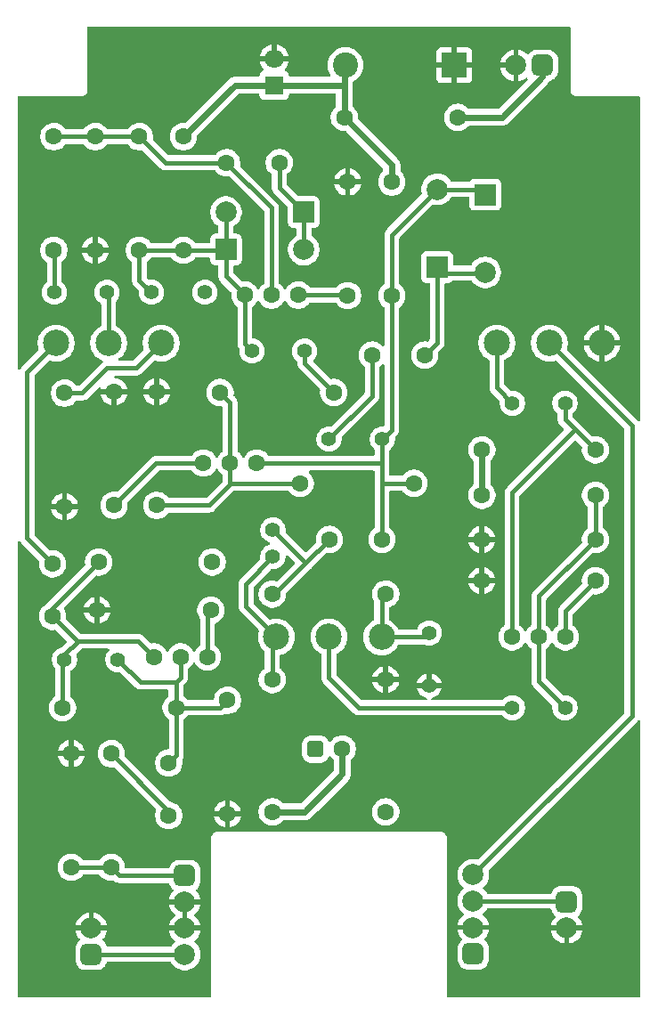
<source format=gbr>
%TF.GenerationSoftware,KiCad,Pcbnew,9.0.2*%
%TF.CreationDate,2025-07-08T13:19:54-05:00*%
%TF.ProjectId,Big Massive Fuzz,42696720-4d61-4737-9369-76652046757a,rev?*%
%TF.SameCoordinates,Original*%
%TF.FileFunction,Copper,L1,Top*%
%TF.FilePolarity,Positive*%
%FSLAX46Y46*%
G04 Gerber Fmt 4.6, Leading zero omitted, Abs format (unit mm)*
G04 Created by KiCad (PCBNEW 9.0.2) date 2025-07-08 13:19:54*
%MOMM*%
%LPD*%
G01*
G04 APERTURE LIST*
G04 Aperture macros list*
%AMRoundRect*
0 Rectangle with rounded corners*
0 $1 Rounding radius*
0 $2 $3 $4 $5 $6 $7 $8 $9 X,Y pos of 4 corners*
0 Add a 4 corners polygon primitive as box body*
4,1,4,$2,$3,$4,$5,$6,$7,$8,$9,$2,$3,0*
0 Add four circle primitives for the rounded corners*
1,1,$1+$1,$2,$3*
1,1,$1+$1,$4,$5*
1,1,$1+$1,$6,$7*
1,1,$1+$1,$8,$9*
0 Add four rect primitives between the rounded corners*
20,1,$1+$1,$2,$3,$4,$5,0*
20,1,$1+$1,$4,$5,$6,$7,0*
20,1,$1+$1,$6,$7,$8,$9,0*
20,1,$1+$1,$8,$9,$2,$3,0*%
G04 Aperture macros list end*
%TA.AperFunction,ComponentPad*%
%ADD10C,1.600000*%
%TD*%
%TA.AperFunction,ComponentPad*%
%ADD11RoundRect,0.500000X-0.500000X0.500000X-0.500000X-0.500000X0.500000X-0.500000X0.500000X0.500000X0*%
%TD*%
%TA.AperFunction,ComponentPad*%
%ADD12C,2.000000*%
%TD*%
%TA.AperFunction,ComponentPad*%
%ADD13R,2.000000X2.000000*%
%TD*%
%TA.AperFunction,ComponentPad*%
%ADD14RoundRect,0.500000X0.500000X-0.500000X0.500000X0.500000X-0.500000X0.500000X-0.500000X-0.500000X0*%
%TD*%
%TA.AperFunction,ComponentPad*%
%ADD15C,2.400000*%
%TD*%
%TA.AperFunction,ComponentPad*%
%ADD16R,2.400000X2.400000*%
%TD*%
%TA.AperFunction,ComponentPad*%
%ADD17C,1.400000*%
%TD*%
%TA.AperFunction,ComponentPad*%
%ADD18R,1.800000X1.800000*%
%TD*%
%TA.AperFunction,ComponentPad*%
%ADD19C,1.800000*%
%TD*%
%TA.AperFunction,ComponentPad*%
%ADD20RoundRect,0.500000X0.500000X0.500000X-0.500000X0.500000X-0.500000X-0.500000X0.500000X-0.500000X0*%
%TD*%
%TA.AperFunction,ComponentPad*%
%ADD21C,2.500000*%
%TD*%
%TA.AperFunction,ComponentPad*%
%ADD22RoundRect,0.400000X0.400000X0.400000X-0.400000X0.400000X-0.400000X-0.400000X0.400000X-0.400000X0*%
%TD*%
%TA.AperFunction,Conductor*%
%ADD23C,0.406400*%
%TD*%
%TA.AperFunction,Conductor*%
%ADD24C,0.609600*%
%TD*%
G04 APERTURE END LIST*
D10*
%TO.P,R4,1*%
%TO.N,Net-(Q1-PadE)*%
X18989000Y62738000D03*
%TO.P,R4,2*%
%TO.N,GND*%
X8189000Y62738000D03*
%TD*%
%TO.P,R12,1*%
%TO.N,Net-(C5-Pad1)*%
X8001000Y107762000D03*
%TO.P,R12,2*%
%TO.N,GND*%
X8001000Y96962000D03*
%TD*%
D11*
%TO.P,J1,1,1*%
%TO.N,/SEND*%
X16510000Y37492000D03*
D12*
%TO.P,J1,2,2*%
%TO.N,GND*%
X16510000Y34992000D03*
%TO.P,J1,3,3*%
X16510000Y32492000D03*
%TO.P,J1,4,4*%
%TO.N,/IN*%
X16510000Y29992000D03*
%TD*%
D10*
%TO.P,R14,1*%
%TO.N,+VA*%
X36195000Y103444000D03*
%TO.P,R14,2*%
%TO.N,Net-(D5-A)*%
X36195000Y92644000D03*
%TD*%
%TO.P,R7,1*%
%TO.N,Net-(R7-Pad1)*%
X5080000Y83378000D03*
%TO.P,R7,2*%
%TO.N,GND*%
X5080000Y72578000D03*
%TD*%
%TO.P,R2,1*%
%TO.N,/SEND*%
X9525000Y38288000D03*
%TO.P,R2,2*%
%TO.N,Net-(C1-Pad1)*%
X9525000Y49088000D03*
%TD*%
%TO.P,C9,1*%
%TO.N,Net-(C11-Pad1)*%
X34330000Y86995000D03*
%TO.P,C9,2*%
%TO.N,Net-(D5-K)*%
X39330000Y86995000D03*
%TD*%
%TO.P,R1,1*%
%TO.N,/SEND*%
X5715000Y38288000D03*
%TO.P,R1,2*%
%TO.N,GND*%
X5715000Y49088000D03*
%TD*%
%TO.P,R25,1*%
%TO.N,+VA*%
X44765000Y77978000D03*
%TO.P,R25,2*%
%TO.N,Net-(C15-Pad1)*%
X55565000Y77978000D03*
%TD*%
%TO.P,R26,1*%
%TO.N,Net-(C18-Pad2)*%
X55565000Y69469000D03*
%TO.P,R26,2*%
%TO.N,GND*%
X44765000Y69469000D03*
%TD*%
D12*
%TO.P,D1,1,K*%
%TO.N,Net-(D1-K)*%
X27830000Y97028000D03*
D13*
%TO.P,D1,2,A*%
%TO.N,Net-(D1-A)*%
X20430000Y97028000D03*
%TD*%
D14*
%TO.P,J4,1,1*%
%TO.N,/IN*%
X7620000Y30012000D03*
D12*
%TO.P,J4,2,2*%
%TO.N,GND*%
X7620000Y32512000D03*
%TD*%
D10*
%TO.P,C3,1*%
%TO.N,Net-(C2-Pad2)*%
X3937000Y62143000D03*
%TO.P,C3,2*%
%TO.N,Net-(C3-Pad2)*%
X3937000Y67143000D03*
%TD*%
%TO.P,R22,1*%
%TO.N,Net-(C12-Pad2)*%
X24826000Y64262000D03*
%TO.P,R22,2*%
%TO.N,Net-(C13-Pad2)*%
X35626000Y64262000D03*
%TD*%
D15*
%TO.P,D4,1,K*%
%TO.N,+VA*%
X31777000Y114554000D03*
D16*
%TO.P,D4,2,A*%
%TO.N,GND*%
X42137000Y114554000D03*
%TD*%
D10*
%TO.P,R8,1*%
%TO.N,Net-(C4-Pad2)*%
X4064000Y96962000D03*
%TO.P,R8,2*%
%TO.N,Net-(C5-Pad1)*%
X4064000Y107762000D03*
%TD*%
D17*
%TO.P,C14,1*%
%TO.N,Net-(C14-Pad1)*%
X24892000Y67818000D03*
%TO.P,C14,2*%
%TO.N,Net-(C12-Pad2)*%
X24892000Y70358000D03*
%TD*%
D10*
%TO.P,R5,1*%
%TO.N,Net-(C1-Pad2)*%
X15687000Y53467000D03*
%TO.P,R5,2*%
%TO.N,Net-(C2-Pad2)*%
X4887000Y53467000D03*
%TD*%
%TO.P,R13,1*%
%TO.N,Net-(Q2-PadE)*%
X32004000Y92644000D03*
%TO.P,R13,2*%
%TO.N,GND*%
X32004000Y103444000D03*
%TD*%
D17*
%TO.P,C2,1*%
%TO.N,Net-(C1-Pad2)*%
X10160000Y58039000D03*
%TO.P,C2,2*%
%TO.N,Net-(C2-Pad2)*%
X5080000Y58039000D03*
%TD*%
D18*
%TO.P,C10,1*%
%TO.N,+VA*%
X25019000Y112649000D03*
D19*
%TO.P,C10,2*%
%TO.N,GND*%
X25019000Y115149000D03*
%TD*%
D10*
%TO.P,Q3,B,B*%
%TO.N,Net-(C11-Pad1)*%
X20828000Y76723990D03*
%TO.P,Q3,C,C*%
%TO.N,Net-(D5-A)*%
X23368000Y76723990D03*
%TO.P,Q3,E,E*%
%TO.N,Net-(Q3-PadE)*%
X18288000Y76723990D03*
%TD*%
%TO.P,R11,1*%
%TO.N,Net-(C5-Pad1)*%
X12192000Y107762000D03*
%TO.P,R11,2*%
%TO.N,Net-(D1-A)*%
X12192000Y96962000D03*
%TD*%
D17*
%TO.P,C7,1*%
%TO.N,Net-(D1-A)*%
X22900000Y87376000D03*
%TO.P,C7,2*%
%TO.N,Net-(C7-Pad2)*%
X27900000Y87376000D03*
%TD*%
D10*
%TO.P,Q4,B,B*%
%TO.N,Net-(C18-Pad2)*%
X50165000Y60198000D03*
%TO.P,Q4,C,C*%
%TO.N,Net-(C15-Pad1)*%
X47625000Y60198000D03*
%TO.P,Q4,E,E*%
%TO.N,Net-(Q4-PadE)*%
X52705000Y60198000D03*
%TD*%
%TO.P,R20,1*%
%TO.N,Net-(Q3-PadE)*%
X9779000Y72705000D03*
%TO.P,R20,2*%
%TO.N,GND*%
X9779000Y83505000D03*
%TD*%
D17*
%TO.P,C11,1*%
%TO.N,Net-(C11-Pad1)*%
X30226000Y78994000D03*
%TO.P,C11,2*%
%TO.N,Net-(D5-A)*%
X35306000Y78994000D03*
%TD*%
D10*
%TO.P,R15,1*%
%TO.N,Net-(C11-Pad1)*%
X27493000Y74803000D03*
%TO.P,R15,2*%
%TO.N,Net-(D5-A)*%
X38293000Y74803000D03*
%TD*%
D14*
%TO.P,J2,1,1*%
%TO.N,/LED+*%
X43942000Y30072000D03*
D12*
%TO.P,J2,2,2*%
%TO.N,GND*%
X43942000Y32572000D03*
%TO.P,J2,3,3*%
%TO.N,/OUT*%
X43942000Y35072000D03*
%TO.P,J2,4,4*%
%TO.N,/RETURN*%
X43942000Y37572000D03*
%TD*%
D10*
%TO.P,R27,1*%
%TO.N,Net-(Q4-PadE)*%
X55565000Y65532000D03*
%TO.P,R27,2*%
%TO.N,GND*%
X44765000Y65532000D03*
%TD*%
%TO.P,Q2,B,B*%
%TO.N,Net-(C5-Pad1)*%
X24765000Y92694010D03*
%TO.P,Q2,C,C*%
%TO.N,Net-(D1-A)*%
X22225000Y92694010D03*
%TO.P,Q2,E,E*%
%TO.N,Net-(Q2-PadE)*%
X27305000Y92694010D03*
%TD*%
%TO.P,R17,1*%
%TO.N,Net-(J3-Pad1)*%
X42484000Y109601000D03*
%TO.P,R17,2*%
%TO.N,+VA*%
X31684000Y109601000D03*
%TD*%
D11*
%TO.P,J5,1,1*%
%TO.N,/OUT*%
X52832000Y35012000D03*
D12*
%TO.P,J5,2,2*%
%TO.N,GND*%
X52832000Y32512000D03*
%TD*%
D17*
%TO.P,C5,1*%
%TO.N,Net-(C5-Pad1)*%
X18415000Y92964000D03*
%TO.P,C5,2*%
%TO.N,Net-(D1-A)*%
X13335000Y92964000D03*
%TD*%
%TO.P,C13,1*%
%TO.N,GND*%
X39751000Y55579000D03*
%TO.P,C13,2*%
%TO.N,Net-(C13-Pad2)*%
X39751000Y60579000D03*
%TD*%
%TO.P,C15,1*%
%TO.N,Net-(C15-Pad1)*%
X52665000Y82423000D03*
%TO.P,C15,2*%
%TO.N,Net-(C15-Pad2)*%
X47665000Y82423000D03*
%TD*%
D10*
%TO.P,C1,1*%
%TO.N,Net-(C1-Pad1)*%
X14986000Y43220000D03*
%TO.P,C1,2*%
%TO.N,Net-(C1-Pad2)*%
X14986000Y48220000D03*
%TD*%
D17*
%TO.P,C18,1*%
%TO.N,Net-(C18-Pad1)*%
X47665000Y53467000D03*
%TO.P,C18,2*%
%TO.N,Net-(C18-Pad2)*%
X52665000Y53467000D03*
%TD*%
D12*
%TO.P,D6,1,K*%
%TO.N,Net-(D5-A)*%
X40513000Y102760000D03*
D13*
%TO.P,D6,2,A*%
%TO.N,Net-(D5-K)*%
X40513000Y95360000D03*
%TD*%
D10*
%TO.P,R24,1*%
%TO.N,+VA*%
X44765000Y73660000D03*
%TO.P,R24,2*%
%TO.N,Net-(C18-Pad2)*%
X55565000Y73660000D03*
%TD*%
%TO.P,R16,1*%
%TO.N,Net-(C7-Pad2)*%
X30673000Y83439000D03*
%TO.P,R16,2*%
%TO.N,Net-(C11-Pad1)*%
X19873000Y83439000D03*
%TD*%
%TO.P,R6,1*%
%TO.N,+VA*%
X19116000Y67310000D03*
%TO.P,R6,2*%
%TO.N,Net-(C2-Pad2)*%
X8316000Y67310000D03*
%TD*%
%TO.P,R19,1*%
%TO.N,Net-(D3-K)*%
X24826000Y43561000D03*
%TO.P,R19,2*%
%TO.N,/LED+*%
X35626000Y43561000D03*
%TD*%
%TO.P,C6,1*%
%TO.N,Net-(C5-Pad1)*%
X20487000Y105283000D03*
%TO.P,C6,2*%
%TO.N,Net-(D1-K)*%
X25487000Y105283000D03*
%TD*%
D12*
%TO.P,D2,1,K*%
%TO.N,Net-(D1-A)*%
X20430000Y100584000D03*
D13*
%TO.P,D2,2,A*%
%TO.N,Net-(D1-K)*%
X27830000Y100584000D03*
%TD*%
D10*
%TO.P,R18,1*%
%TO.N,Net-(C11-Pad1)*%
X13843000Y72705000D03*
%TO.P,R18,2*%
%TO.N,GND*%
X13843000Y83505000D03*
%TD*%
D20*
%TO.P,J3,1,1*%
%TO.N,Net-(J3-Pad1)*%
X50506000Y114537000D03*
D12*
%TO.P,J3,2,2*%
%TO.N,GND*%
X48006000Y114537000D03*
%TD*%
D17*
%TO.P,C4,1*%
%TO.N,Net-(C4-Pad1)*%
X9104000Y92964000D03*
%TO.P,C4,2*%
%TO.N,Net-(C4-Pad2)*%
X4104000Y92964000D03*
%TD*%
D10*
%TO.P,Q1,B,B*%
%TO.N,Net-(C1-Pad2)*%
X16129000Y58293000D03*
%TO.P,Q1,C,C*%
%TO.N,Net-(C2-Pad2)*%
X13589000Y58293000D03*
%TO.P,Q1,E,E*%
%TO.N,Net-(Q1-PadE)*%
X18669000Y58293000D03*
%TD*%
%TO.P,R10,1*%
%TO.N,+VA*%
X16383000Y107762000D03*
%TO.P,R10,2*%
%TO.N,Net-(D1-A)*%
X16383000Y96962000D03*
%TD*%
D12*
%TO.P,D5,1,K*%
%TO.N,Net-(D5-K)*%
X45085000Y94852000D03*
D13*
%TO.P,D5,2,A*%
%TO.N,Net-(D5-A)*%
X45085000Y102252000D03*
%TD*%
D10*
%TO.P,R3,1*%
%TO.N,Net-(C1-Pad2)*%
X20574000Y54168000D03*
%TO.P,R3,2*%
%TO.N,GND*%
X20574000Y43368000D03*
%TD*%
%TO.P,C12,1*%
%TO.N,Net-(D5-A)*%
X35266000Y69469000D03*
%TO.P,C12,2*%
%TO.N,Net-(C12-Pad2)*%
X30266000Y69469000D03*
%TD*%
%TO.P,R21,1*%
%TO.N,GND*%
X35626000Y56134000D03*
%TO.P,R21,2*%
%TO.N,Net-(C14-Pad1)*%
X24826000Y56134000D03*
%TD*%
D21*
%TO.P,RV1,1,1*%
%TO.N,Net-(R7-Pad1)*%
X14271000Y88140000D03*
%TO.P,RV1,2,2*%
%TO.N,Net-(C4-Pad1)*%
X9271000Y88140000D03*
%TO.P,RV1,3,3*%
%TO.N,Net-(C3-Pad2)*%
X4271000Y88140000D03*
%TD*%
%TO.P,RV3,1,1*%
%TO.N,GND*%
X56181000Y88140000D03*
%TO.P,RV3,2,2*%
%TO.N,/RETURN*%
X51181000Y88140000D03*
%TO.P,RV3,3,3*%
%TO.N,Net-(C15-Pad2)*%
X46181000Y88140000D03*
%TD*%
D10*
%TO.P,D3,1,K*%
%TO.N,Net-(D3-K)*%
X31496000Y49530000D03*
D22*
%TO.P,D3,2,A*%
%TO.N,+VA*%
X28956000Y49530000D03*
%TD*%
D21*
%TO.P,RV2,1,1*%
%TO.N,Net-(C13-Pad2)*%
X35226000Y60200000D03*
%TO.P,RV2,2,2*%
%TO.N,Net-(C18-Pad1)*%
X30226000Y60200000D03*
%TO.P,RV2,3,3*%
%TO.N,Net-(C14-Pad1)*%
X25226000Y60200000D03*
%TD*%
D23*
%TO.N,Net-(C1-Pad1)*%
X9525000Y49088000D02*
X14986000Y43627000D01*
X14986000Y43627000D02*
X14986000Y43220000D01*
%TO.N,Net-(D1-A)*%
X20364000Y96962000D02*
X20430000Y97028000D01*
X22225000Y88051000D02*
X22900000Y87376000D01*
X20430000Y97028000D02*
X20430000Y94489010D01*
X20430000Y97028000D02*
X20430000Y100584000D01*
X22225000Y92694010D02*
X22225000Y88051000D01*
X12192000Y94107000D02*
X13335000Y92964000D01*
X20430000Y94489010D02*
X22225000Y92694010D01*
X12192000Y96962000D02*
X16383000Y96962000D01*
X16383000Y96962000D02*
X20364000Y96962000D01*
X12192000Y96962000D02*
X12192000Y94107000D01*
%TO.N,Net-(C2-Pad2)*%
X12090400Y59791600D02*
X6832600Y59791600D01*
X3937000Y62931000D02*
X8316000Y67310000D01*
X6832600Y59791600D02*
X6288400Y59791600D01*
X6375400Y59791600D02*
X5080000Y58496200D01*
X4887000Y57668200D02*
X4887000Y53467000D01*
X5080000Y58039000D02*
X5080000Y57861200D01*
X6832600Y59791600D02*
X6375400Y59791600D01*
X13589000Y58293000D02*
X12090400Y59791600D01*
X5080000Y57861200D02*
X4887000Y57668200D01*
X6288400Y59791600D02*
X3937000Y62143000D01*
X5080000Y58496200D02*
X5080000Y58039000D01*
X3937000Y62143000D02*
X3937000Y62931000D01*
%TO.N,Net-(D1-K)*%
X25487000Y105283000D02*
X25487000Y102927000D01*
X25487000Y102927000D02*
X27830000Y100584000D01*
X27830000Y100584000D02*
X27830000Y97028000D01*
%TO.N,/SEND*%
X9525000Y38288000D02*
X5715000Y38288000D01*
X10321000Y37492000D02*
X9525000Y38288000D01*
X16510000Y37492000D02*
X10321000Y37492000D01*
%TO.N,Net-(C4-Pad2)*%
X4104000Y92964000D02*
X4104000Y96922000D01*
X4104000Y96922000D02*
X4064000Y96962000D01*
%TO.N,Net-(C5-Pad1)*%
X4064000Y107762000D02*
X8001000Y107762000D01*
X24765000Y101005000D02*
X24765000Y92694010D01*
X8001000Y107762000D02*
X12192000Y107762000D01*
X14671000Y105283000D02*
X20487000Y105283000D01*
X12192000Y107762000D02*
X14671000Y105283000D01*
X20487000Y105283000D02*
X24765000Y101005000D01*
%TO.N,Net-(C1-Pad2)*%
X15687000Y53467000D02*
X19873000Y53467000D01*
X15687000Y55895200D02*
X12303800Y55895200D01*
X15697200Y48931200D02*
X15697200Y53456800D01*
X15697200Y53456800D02*
X15687000Y53467000D01*
X12303800Y55895200D02*
X10160000Y58039000D01*
X19873000Y53467000D02*
X20574000Y54168000D01*
X15687000Y55895200D02*
X16129000Y56337200D01*
X14986000Y48220000D02*
X15697200Y48931200D01*
X16129000Y56337200D02*
X16129000Y58293000D01*
X15687000Y53467000D02*
X15687000Y55895200D01*
%TO.N,Net-(C3-Pad2)*%
X1498600Y85367600D02*
X4271000Y88140000D01*
X3937000Y67143000D02*
X1498600Y69581400D01*
X1498600Y69581400D02*
X1498600Y85367600D01*
%TO.N,Net-(C4-Pad1)*%
X9271000Y92797000D02*
X9104000Y92964000D01*
X9271000Y88140000D02*
X9271000Y92797000D01*
%TO.N,Net-(C7-Pad2)*%
X27900000Y87376000D02*
X27900000Y86212000D01*
X27900000Y86212000D02*
X30673000Y83439000D01*
%TO.N,Net-(D5-K)*%
X40513000Y95360000D02*
X40513000Y88178000D01*
X45025800Y94792800D02*
X45085000Y94852000D01*
X41080200Y94792800D02*
X45025800Y94792800D01*
X40513000Y88178000D02*
X39330000Y86995000D01*
X40513000Y95360000D02*
X41080200Y94792800D01*
%TO.N,/RETURN*%
X59029600Y52659600D02*
X59029600Y80291400D01*
X43942000Y37572000D02*
X59029600Y52659600D01*
X59029600Y80291400D02*
X51181000Y88140000D01*
D24*
%TO.N,+VA*%
X44765000Y73660000D02*
X44765000Y77978000D01*
X31684000Y112623600D02*
X31684000Y114461000D01*
X25019000Y112649000D02*
X21270000Y112649000D01*
X21270000Y112649000D02*
X16383000Y107762000D01*
X36195000Y105090000D02*
X31684000Y109601000D01*
X31684000Y109601000D02*
X31684000Y112623600D01*
X36195000Y103444000D02*
X36195000Y105090000D01*
X31684000Y114461000D02*
X31777000Y114554000D01*
X31658600Y112649000D02*
X31684000Y112623600D01*
X25019000Y112649000D02*
X31658600Y112649000D01*
D23*
%TO.N,Net-(C11-Pad1)*%
X34330000Y83098000D02*
X34330000Y86995000D01*
X13843000Y72705000D02*
X18806200Y72705000D01*
X20904200Y74803000D02*
X20828000Y74879200D01*
X20828000Y76723990D02*
X20828000Y82484000D01*
X30226000Y78994000D02*
X34330000Y83098000D01*
X20828000Y82484000D02*
X19873000Y83439000D01*
X20828000Y74879200D02*
X20828000Y76723990D01*
X20904200Y74803000D02*
X27493000Y74803000D01*
X18806200Y72705000D02*
X20904200Y74803000D01*
D24*
%TO.N,Net-(D3-K)*%
X27889200Y43561000D02*
X31496000Y47167800D01*
X31496000Y47167800D02*
X31496000Y49530000D01*
X24826000Y43561000D02*
X27889200Y43561000D01*
D23*
%TO.N,/IN*%
X7620000Y30012000D02*
X16490000Y30012000D01*
%TO.N,/OUT*%
X43942000Y35072000D02*
X52772000Y35072000D01*
D24*
%TO.N,Net-(J3-Pad1)*%
X46659800Y109601000D02*
X50506000Y113447200D01*
X50506000Y113447200D02*
X50506000Y114537000D01*
X42484000Y109601000D02*
X46659800Y109601000D01*
D23*
%TO.N,Net-(D5-A)*%
X23368000Y76723990D02*
X35154990Y76723990D01*
X44577000Y102760000D02*
X45085000Y102252000D01*
X36195000Y92644000D02*
X36195000Y79883000D01*
X40513000Y102760000D02*
X36195000Y98442000D01*
X38293000Y74803000D02*
X35367600Y74803000D01*
X35306000Y78994000D02*
X35306000Y78917800D01*
X36195000Y98442000D02*
X36195000Y92644000D01*
X35266000Y76835000D02*
X35266000Y74701400D01*
X35367600Y74803000D02*
X35266000Y74701400D01*
X40513000Y102760000D02*
X44577000Y102760000D01*
X35266000Y78877800D02*
X35266000Y76835000D01*
X35306000Y78917800D02*
X35266000Y78877800D01*
X36195000Y79883000D02*
X35306000Y78994000D01*
X35154990Y76723990D02*
X35266000Y76835000D01*
X35266000Y74701400D02*
X35266000Y69469000D01*
%TO.N,Net-(Q2-PadE)*%
X31953990Y92694010D02*
X32004000Y92644000D01*
X27305000Y92694010D02*
X31953990Y92694010D01*
%TO.N,Net-(C12-Pad2)*%
X30266000Y69469000D02*
X28010800Y67213800D01*
X28010800Y67213800D02*
X25059000Y64262000D01*
X28010800Y67239200D02*
X28010800Y67213800D01*
X25059000Y64262000D02*
X24826000Y64262000D01*
X24892000Y70358000D02*
X28010800Y67239200D01*
%TO.N,Net-(C13-Pad2)*%
X35226000Y60200000D02*
X39372000Y60200000D01*
X35226000Y60200000D02*
X35226000Y63862000D01*
X35226000Y63862000D02*
X35626000Y64262000D01*
X39372000Y60200000D02*
X39751000Y60579000D01*
%TO.N,Net-(C14-Pad1)*%
X24826000Y59800000D02*
X25226000Y60200000D01*
X22326600Y63099400D02*
X25226000Y60200000D01*
X24892000Y67818000D02*
X22326600Y65252600D01*
X24826000Y56134000D02*
X24826000Y59800000D01*
X22326600Y65252600D02*
X22326600Y63099400D01*
%TO.N,Net-(C15-Pad2)*%
X46181000Y88140000D02*
X46181000Y83907000D01*
X46181000Y83907000D02*
X47665000Y82423000D01*
%TO.N,Net-(C15-Pad1)*%
X52665000Y80878000D02*
X53627000Y79916000D01*
X52665000Y82423000D02*
X52665000Y80878000D01*
X47625000Y73914000D02*
X47625000Y60198000D01*
X53627000Y79916000D02*
X55565000Y77978000D01*
X53627000Y79916000D02*
X47625000Y73914000D01*
%TO.N,Net-(C18-Pad2)*%
X50165000Y60198000D02*
X50165000Y55967000D01*
X50165000Y64069000D02*
X55565000Y69469000D01*
X50165000Y60198000D02*
X50165000Y64069000D01*
X50165000Y55967000D02*
X52665000Y53467000D01*
X55565000Y73660000D02*
X55565000Y69469000D01*
%TO.N,Net-(C18-Pad1)*%
X33045400Y53467000D02*
X47665000Y53467000D01*
X30226000Y56286400D02*
X33045400Y53467000D01*
X30226000Y60200000D02*
X30226000Y56286400D01*
%TO.N,Net-(Q1-PadE)*%
X18669000Y58293000D02*
X18669000Y62418000D01*
X18669000Y62418000D02*
X18989000Y62738000D01*
%TO.N,Net-(Q3-PadE)*%
X9779000Y72705000D02*
X13797990Y76723990D01*
X13797990Y76723990D02*
X18288000Y76723990D01*
%TO.N,Net-(Q4-PadE)*%
X52705000Y62672000D02*
X55565000Y65532000D01*
X52705000Y60198000D02*
X52705000Y62672000D01*
%TO.N,Net-(R7-Pad1)*%
X11881400Y85750400D02*
X9144000Y85750400D01*
X9144000Y85750400D02*
X6771600Y83378000D01*
X14271000Y88140000D02*
X11881400Y85750400D01*
X6771600Y83378000D02*
X5080000Y83378000D01*
%TD*%
%TA.AperFunction,Conductor*%
%TO.N,GND*%
G36*
X16760000Y32925012D02*
G01*
X16702993Y32957925D01*
X16575826Y32992000D01*
X16444174Y32992000D01*
X16317007Y32957925D01*
X16260000Y32925012D01*
X16260000Y34558988D01*
X16317007Y34526075D01*
X16444174Y34492000D01*
X16575826Y34492000D01*
X16702993Y34526075D01*
X16760000Y34558988D01*
X16760000Y32925012D01*
G37*
%TD.AperFunction*%
%TA.AperFunction,Conductor*%
G36*
X53155539Y118216815D02*
G01*
X53201294Y118164011D01*
X53212500Y118112500D01*
X53212500Y112074055D01*
X53247153Y111944725D01*
X53314099Y111828774D01*
X53314101Y111828771D01*
X53408771Y111734101D01*
X53408774Y111734099D01*
X53524725Y111667153D01*
X53654055Y111632500D01*
X53787945Y111632500D01*
X59692500Y111632500D01*
X59759539Y111612815D01*
X59805294Y111560011D01*
X59816500Y111508500D01*
X59816500Y80789122D01*
X59796815Y80722083D01*
X59744011Y80676328D01*
X59674853Y80666384D01*
X59611297Y80695409D01*
X59601951Y80704406D01*
X59595025Y80711808D01*
X59576200Y80739983D01*
X59478183Y80838000D01*
X59478182Y80838000D01*
X52870807Y87445373D01*
X52837324Y87506694D01*
X52841072Y87572914D01*
X52842157Y87576111D01*
X52842158Y87576113D01*
X52901548Y87797762D01*
X52931500Y88025266D01*
X52931500Y88254734D01*
X52913692Y88390000D01*
X54448811Y88390000D01*
X55632518Y88390000D01*
X55621889Y88371591D01*
X55581000Y88218991D01*
X55581000Y88061009D01*
X55621889Y87908409D01*
X55632518Y87890000D01*
X54448812Y87890000D01*
X54460942Y87797862D01*
X54520318Y87576269D01*
X54608102Y87364340D01*
X54608106Y87364331D01*
X54722809Y87165661D01*
X54862455Y86983670D01*
X54862461Y86983663D01*
X55024663Y86821461D01*
X55024670Y86821455D01*
X55206661Y86681809D01*
X55405331Y86567106D01*
X55405340Y86567102D01*
X55617269Y86479318D01*
X55838862Y86419942D01*
X55930999Y86407811D01*
X55931000Y86407811D01*
X55931000Y87591517D01*
X55949409Y87580889D01*
X56102009Y87540000D01*
X56259991Y87540000D01*
X56412591Y87580889D01*
X56431000Y87591517D01*
X56431000Y86407811D01*
X56523137Y86419942D01*
X56744730Y86479318D01*
X56956659Y86567102D01*
X56956668Y86567106D01*
X57155338Y86681809D01*
X57337329Y86821455D01*
X57337336Y86821461D01*
X57499538Y86983663D01*
X57499544Y86983670D01*
X57639190Y87165661D01*
X57753893Y87364331D01*
X57753897Y87364340D01*
X57841681Y87576269D01*
X57901057Y87797862D01*
X57913188Y87890000D01*
X56729482Y87890000D01*
X56740111Y87908409D01*
X56781000Y88061009D01*
X56781000Y88218991D01*
X56740111Y88371591D01*
X56729482Y88390000D01*
X57913188Y88390000D01*
X57901057Y88482137D01*
X57841681Y88703730D01*
X57753897Y88915659D01*
X57753893Y88915668D01*
X57639190Y89114338D01*
X57499544Y89296329D01*
X57499538Y89296336D01*
X57337336Y89458538D01*
X57337329Y89458544D01*
X57155338Y89598190D01*
X56956668Y89712893D01*
X56956659Y89712897D01*
X56744730Y89800681D01*
X56523140Y89860056D01*
X56523135Y89860057D01*
X56431000Y89872186D01*
X56431000Y88688482D01*
X56412591Y88699111D01*
X56259991Y88740000D01*
X56102009Y88740000D01*
X55949409Y88699111D01*
X55931000Y88688482D01*
X55931000Y89872186D01*
X55930999Y89872186D01*
X55838864Y89860057D01*
X55838859Y89860056D01*
X55617269Y89800681D01*
X55405340Y89712897D01*
X55405331Y89712893D01*
X55206661Y89598190D01*
X55024670Y89458544D01*
X55024663Y89458538D01*
X54862461Y89296336D01*
X54862455Y89296329D01*
X54722809Y89114338D01*
X54608106Y88915668D01*
X54608102Y88915659D01*
X54520318Y88703730D01*
X54460942Y88482137D01*
X54448811Y88390000D01*
X52913692Y88390000D01*
X52901548Y88482238D01*
X52842158Y88703887D01*
X52754344Y88915888D01*
X52639611Y89114612D01*
X52499919Y89296661D01*
X52499914Y89296665D01*
X52499911Y89296670D01*
X52337670Y89458911D01*
X52337665Y89458914D01*
X52337661Y89458919D01*
X52155612Y89598611D01*
X51956888Y89713344D01*
X51744887Y89801158D01*
X51523238Y89860548D01*
X51295734Y89890500D01*
X51066266Y89890500D01*
X50838762Y89860548D01*
X50617113Y89801158D01*
X50522918Y89762141D01*
X50405123Y89713349D01*
X50405117Y89713346D01*
X50405112Y89713344D01*
X50206388Y89598611D01*
X50206385Y89598608D01*
X50206382Y89598607D01*
X50024338Y89458918D01*
X50024330Y89458911D01*
X49862089Y89296670D01*
X49862081Y89296661D01*
X49722392Y89114617D01*
X49607657Y88915890D01*
X49607650Y88915876D01*
X49519842Y88703887D01*
X49460452Y88482238D01*
X49460451Y88482229D01*
X49430500Y88254741D01*
X49430500Y88025258D01*
X49460451Y87797770D01*
X49460453Y87797759D01*
X49519842Y87576112D01*
X49607650Y87364123D01*
X49607657Y87364109D01*
X49722392Y87165382D01*
X49862081Y86983338D01*
X50024338Y86821081D01*
X50206382Y86681392D01*
X50405109Y86566657D01*
X50405123Y86566650D01*
X50617112Y86478842D01*
X50724045Y86450190D01*
X50838762Y86419452D01*
X50838770Y86419451D01*
X51066258Y86389500D01*
X51066266Y86389500D01*
X51295741Y86389500D01*
X51499676Y86416350D01*
X51523238Y86419452D01*
X51744887Y86478842D01*
X51744896Y86478845D01*
X51748088Y86479929D01*
X51817897Y86482837D01*
X51875626Y86450190D01*
X58289581Y80036236D01*
X58323066Y79974913D01*
X58325900Y79948555D01*
X58325900Y53002444D01*
X58306215Y52935405D01*
X58289581Y52914763D01*
X44435408Y39060590D01*
X44374085Y39027105D01*
X44309408Y39030340D01*
X44293368Y39035553D01*
X44189689Y39051973D01*
X44060097Y39072500D01*
X44060092Y39072500D01*
X43823908Y39072500D01*
X43823903Y39072500D01*
X43590631Y39035553D01*
X43516251Y39011385D01*
X43366008Y38962568D01*
X43366005Y38962566D01*
X43366003Y38962566D01*
X43254991Y38906002D01*
X43155567Y38855343D01*
X42964490Y38716517D01*
X42797483Y38549510D01*
X42681848Y38390352D01*
X42658657Y38358433D01*
X42551433Y38147996D01*
X42478446Y37923368D01*
X42441500Y37690097D01*
X42441500Y37453902D01*
X42478446Y37220631D01*
X42551433Y36996003D01*
X42658657Y36785566D01*
X42670973Y36768615D01*
X42797483Y36594490D01*
X42797485Y36594488D01*
X42797485Y36594487D01*
X42964490Y36427482D01*
X42971603Y36422315D01*
X43014266Y36366983D01*
X43020242Y36297370D01*
X42987634Y36235576D01*
X42971603Y36221685D01*
X42964490Y36216517D01*
X42797483Y36049510D01*
X42677995Y35885049D01*
X42658657Y35858433D01*
X42551433Y35647996D01*
X42478446Y35423368D01*
X42441500Y35190097D01*
X42441500Y34953902D01*
X42478446Y34720631D01*
X42551433Y34496003D01*
X42658657Y34285566D01*
X42716591Y34205828D01*
X42797483Y34094490D01*
X42797485Y34094488D01*
X42797485Y34094487D01*
X42964487Y33927485D01*
X42964493Y33927480D01*
X42972029Y33922005D01*
X43014692Y33866673D01*
X43020667Y33797059D01*
X42988058Y33735266D01*
X42972022Y33721372D01*
X42964819Y33716139D01*
X42797866Y33549186D01*
X42659085Y33358171D01*
X42551897Y33147802D01*
X42478934Y32923247D01*
X42462898Y32822000D01*
X43508988Y32822000D01*
X43476075Y32764993D01*
X43442000Y32637826D01*
X43442000Y32506174D01*
X43476075Y32379007D01*
X43508988Y32322000D01*
X42462898Y32322000D01*
X42478934Y32220752D01*
X42551897Y31996197D01*
X42659087Y31785825D01*
X42797858Y31594822D01*
X42797863Y31594816D01*
X42842436Y31550242D01*
X42875920Y31488919D01*
X42870934Y31419227D01*
X42833114Y31366461D01*
X42730890Y31283109D01*
X42677543Y31217683D01*
X42602302Y31125407D01*
X42508091Y30945049D01*
X42508089Y30945045D01*
X42474550Y30827829D01*
X42452114Y30749418D01*
X42452114Y30749416D01*
X42452113Y30749413D01*
X42441500Y30630033D01*
X42441500Y29513971D01*
X42441501Y29513965D01*
X42452113Y29394584D01*
X42508089Y29198954D01*
X42602304Y29018590D01*
X42730890Y28860890D01*
X42888590Y28732304D01*
X42888591Y28732303D01*
X42888593Y28732302D01*
X42978772Y28685196D01*
X43068954Y28638089D01*
X43225376Y28593332D01*
X43264582Y28582114D01*
X43264583Y28582113D01*
X43264586Y28582113D01*
X43341511Y28575274D01*
X43383963Y28571500D01*
X43383966Y28571500D01*
X43383967Y28571500D01*
X44500028Y28571500D01*
X44500033Y28571500D01*
X44500036Y28571501D01*
X44523330Y28573571D01*
X44619415Y28582113D01*
X44815045Y28638089D01*
X44815049Y28638091D01*
X44995407Y28732302D01*
X45079525Y28800891D01*
X45153109Y28860890D01*
X45232774Y28958593D01*
X45281698Y29018593D01*
X45375909Y29198951D01*
X45431886Y29394582D01*
X45442500Y29513963D01*
X45442499Y30630036D01*
X45431886Y30749418D01*
X45375909Y30945049D01*
X45281698Y31125407D01*
X45153109Y31283109D01*
X45050882Y31366463D01*
X45011367Y31424081D01*
X45009275Y31493919D01*
X45041564Y31550244D01*
X45086133Y31594813D01*
X45224914Y31785828D01*
X45332102Y31996197D01*
X45405065Y32220751D01*
X45420542Y32318462D01*
X45421103Y32322000D01*
X44375012Y32322000D01*
X44407925Y32379007D01*
X44442000Y32506174D01*
X44442000Y32637826D01*
X44407925Y32764993D01*
X44375012Y32822000D01*
X45421102Y32822000D01*
X45405065Y32923247D01*
X45332102Y33147802D01*
X45224914Y33358171D01*
X45086133Y33549186D01*
X44919182Y33716137D01*
X44911981Y33721369D01*
X44869312Y33776696D01*
X44863329Y33846309D01*
X44895932Y33908106D01*
X44911974Y33922008D01*
X44919509Y33927482D01*
X45086514Y34094487D01*
X45086517Y34094490D01*
X45225343Y34285567D01*
X45233000Y34300595D01*
X45280975Y34351391D01*
X45343485Y34368300D01*
X51238971Y34368300D01*
X51306010Y34348615D01*
X51351765Y34295811D01*
X51358187Y34278411D01*
X51398089Y34138954D01*
X51398091Y34138951D01*
X51475321Y33991101D01*
X51492304Y33958590D01*
X51620890Y33800890D01*
X51723115Y33717538D01*
X51762632Y33659917D01*
X51764724Y33590079D01*
X51732435Y33533755D01*
X51687866Y33489186D01*
X51549085Y33298171D01*
X51441897Y33087802D01*
X51368934Y32863247D01*
X51352898Y32762000D01*
X52398988Y32762000D01*
X52366075Y32704993D01*
X52332000Y32577826D01*
X52332000Y32446174D01*
X52366075Y32319007D01*
X52398988Y32262000D01*
X51352898Y32262000D01*
X51368934Y32160752D01*
X51441897Y31936197D01*
X51549085Y31725828D01*
X51687866Y31534813D01*
X51854813Y31367866D01*
X52045828Y31229085D01*
X52256197Y31121897D01*
X52480752Y31048934D01*
X52582000Y31032897D01*
X52582000Y32078988D01*
X52639007Y32046075D01*
X52766174Y32012000D01*
X52897826Y32012000D01*
X53024993Y32046075D01*
X53082000Y32078988D01*
X53082000Y31032897D01*
X53183247Y31048934D01*
X53407802Y31121897D01*
X53618171Y31229085D01*
X53809186Y31367866D01*
X53976133Y31534813D01*
X54114914Y31725828D01*
X54222102Y31936197D01*
X54295065Y32160752D01*
X54311102Y32262000D01*
X53265012Y32262000D01*
X53297925Y32319007D01*
X53332000Y32446174D01*
X53332000Y32577826D01*
X53297925Y32704993D01*
X53265012Y32762000D01*
X54311102Y32762000D01*
X54295065Y32863247D01*
X54222102Y33087802D01*
X54114914Y33298171D01*
X53976133Y33489186D01*
X53931565Y33533754D01*
X53898079Y33595077D01*
X53903063Y33664768D01*
X53940885Y33717538D01*
X54043107Y33800888D01*
X54100480Y33871251D01*
X54171698Y33958593D01*
X54265909Y34138951D01*
X54321886Y34334582D01*
X54332500Y34453963D01*
X54332499Y35570036D01*
X54321886Y35689418D01*
X54265909Y35885049D01*
X54171698Y36065407D01*
X54043109Y36223109D01*
X53885407Y36351698D01*
X53705049Y36445909D01*
X53509418Y36501886D01*
X53390037Y36512500D01*
X52273964Y36512499D01*
X52154582Y36501886D01*
X51958951Y36445909D01*
X51778593Y36351698D01*
X51714803Y36299684D01*
X51620890Y36223109D01*
X51557012Y36144768D01*
X51492302Y36065407D01*
X51398091Y35885049D01*
X51398090Y35885046D01*
X51398089Y35885044D01*
X51392521Y35865586D01*
X51355153Y35806549D01*
X51291798Y35777087D01*
X51273306Y35775700D01*
X45343485Y35775700D01*
X45276446Y35795385D01*
X45233000Y35843405D01*
X45225343Y35858433D01*
X45086517Y36049510D01*
X44919510Y36216517D01*
X44912401Y36221682D01*
X44869735Y36277012D01*
X44863756Y36346625D01*
X44896362Y36408420D01*
X44912401Y36422318D01*
X44919506Y36427480D01*
X44919510Y36427483D01*
X45086517Y36594490D01*
X45225343Y36785567D01*
X45300956Y36933966D01*
X45332566Y36996003D01*
X45340209Y37019523D01*
X45405553Y37220632D01*
X45442500Y37453902D01*
X45442500Y37690097D01*
X45421973Y37819689D01*
X45405553Y37923368D01*
X45400340Y37939408D01*
X45398344Y38009247D01*
X45430590Y38065408D01*
X59576195Y52211011D01*
X59576200Y52211017D01*
X59589399Y52230770D01*
X59643012Y52275574D01*
X59712337Y52284281D01*
X59775364Y52254126D01*
X59812082Y52194682D01*
X59816500Y52161878D01*
X59816500Y26032500D01*
X59796815Y25965461D01*
X59744011Y25919706D01*
X59692500Y25908500D01*
X41526500Y25908500D01*
X41459461Y25928185D01*
X41413706Y25980989D01*
X41402500Y26032500D01*
X41402500Y41214943D01*
X41402500Y41214945D01*
X41367847Y41344274D01*
X41300901Y41460226D01*
X41206226Y41554901D01*
X41090274Y41621847D01*
X40960945Y41656500D01*
X19624945Y41656500D01*
X19491055Y41656500D01*
X19361726Y41621847D01*
X19245774Y41554901D01*
X19151099Y41460226D01*
X19084153Y41344274D01*
X19049500Y41214944D01*
X19049500Y26032500D01*
X19029815Y25965461D01*
X18977011Y25919706D01*
X18925500Y25908500D01*
X759500Y25908500D01*
X692461Y25928185D01*
X646706Y25980989D01*
X635500Y26032500D01*
X635500Y38390351D01*
X4414500Y38390351D01*
X4414500Y38185648D01*
X4446522Y37983465D01*
X4509781Y37788776D01*
X4602715Y37606386D01*
X4723028Y37440786D01*
X4867786Y37296028D01*
X5033386Y37175715D01*
X5215776Y37082781D01*
X5410465Y37019522D01*
X5588329Y36991351D01*
X5612648Y36987500D01*
X5612649Y36987500D01*
X5817351Y36987500D01*
X5817352Y36987500D01*
X5844995Y36991878D01*
X6019534Y37019522D01*
X6214223Y37082781D01*
X6339653Y37146691D01*
X6396610Y37175713D01*
X6396613Y37175715D01*
X6562213Y37296028D01*
X6706969Y37440784D01*
X6774100Y37533184D01*
X6829430Y37575851D01*
X6874419Y37584300D01*
X8365581Y37584300D01*
X8432620Y37564615D01*
X8465900Y37533184D01*
X8533030Y37440784D01*
X8677786Y37296028D01*
X8843386Y37175715D01*
X9025776Y37082781D01*
X9220465Y37019522D01*
X9398329Y36991351D01*
X9422648Y36987500D01*
X9422649Y36987500D01*
X9627351Y36987500D01*
X9627352Y36987500D01*
X9683620Y36996412D01*
X9740161Y37005367D01*
X9809455Y36996412D01*
X9847237Y36970578D01*
X9872412Y36945404D01*
X9872417Y36945399D01*
X9987675Y36868387D01*
X10115735Y36815343D01*
X10115743Y36815341D01*
X10251690Y36788299D01*
X10251692Y36788299D01*
X10396422Y36788299D01*
X10396442Y36788300D01*
X14934138Y36788300D01*
X15001177Y36768615D01*
X15046932Y36715811D01*
X15053354Y36698412D01*
X15076091Y36618951D01*
X15166480Y36445909D01*
X15170304Y36438590D01*
X15298890Y36280890D01*
X15401115Y36197538D01*
X15440632Y36139917D01*
X15442724Y36070079D01*
X15410435Y36013755D01*
X15365866Y35969186D01*
X15227085Y35778171D01*
X15119897Y35567802D01*
X15046934Y35343247D01*
X15030898Y35242000D01*
X16076988Y35242000D01*
X16044075Y35184993D01*
X16010000Y35057826D01*
X16010000Y34926174D01*
X16044075Y34799007D01*
X16076988Y34742000D01*
X15030898Y34742000D01*
X15046934Y34640752D01*
X15119897Y34416197D01*
X15227085Y34205828D01*
X15365866Y34014813D01*
X15532816Y33847863D01*
X15540451Y33842317D01*
X15583116Y33786986D01*
X15589094Y33717373D01*
X15556487Y33655578D01*
X15540451Y33641683D01*
X15532816Y33636136D01*
X15365866Y33469186D01*
X15227085Y33278171D01*
X15119897Y33067802D01*
X15046934Y32843247D01*
X15030898Y32742000D01*
X16076988Y32742000D01*
X16044075Y32684993D01*
X16010000Y32557826D01*
X16010000Y32426174D01*
X16044075Y32299007D01*
X16076988Y32242000D01*
X15030898Y32242000D01*
X15046934Y32140752D01*
X15119897Y31916197D01*
X15227085Y31705828D01*
X15365866Y31514813D01*
X15532813Y31347866D01*
X15540025Y31342627D01*
X15582690Y31287297D01*
X15588669Y31217683D01*
X15556063Y31155888D01*
X15540027Y31141993D01*
X15532490Y31136517D01*
X15365483Y30969510D01*
X15246386Y30805588D01*
X15226654Y30778429D01*
X15224501Y30774915D01*
X15172691Y30728037D01*
X15118771Y30715700D01*
X9195862Y30715700D01*
X9128823Y30735385D01*
X9083068Y30788189D01*
X9076646Y30805588D01*
X9071132Y30824855D01*
X9053909Y30885049D01*
X8959698Y31065407D01*
X8831109Y31223109D01*
X8728882Y31306463D01*
X8689367Y31364081D01*
X8687275Y31433919D01*
X8719564Y31490244D01*
X8764133Y31534813D01*
X8902914Y31725828D01*
X9010102Y31936197D01*
X9083065Y32160752D01*
X9099102Y32262000D01*
X8053012Y32262000D01*
X8085925Y32319007D01*
X8120000Y32446174D01*
X8120000Y32577826D01*
X8085925Y32704993D01*
X8053012Y32762000D01*
X9099102Y32762000D01*
X9083065Y32863247D01*
X9010102Y33087802D01*
X8902914Y33298171D01*
X8764133Y33489186D01*
X8597186Y33656133D01*
X8406171Y33794914D01*
X8195804Y33902102D01*
X7971255Y33975063D01*
X7971249Y33975065D01*
X7870000Y33991100D01*
X7870000Y32945012D01*
X7812993Y32977925D01*
X7685826Y33012000D01*
X7554174Y33012000D01*
X7427007Y32977925D01*
X7370000Y32945012D01*
X7370000Y33991101D01*
X7268750Y33975065D01*
X7268744Y33975063D01*
X7044195Y33902102D01*
X6833828Y33794914D01*
X6642813Y33656133D01*
X6475866Y33489186D01*
X6337085Y33298171D01*
X6229897Y33087802D01*
X6156934Y32863247D01*
X6140898Y32762000D01*
X7186988Y32762000D01*
X7154075Y32704993D01*
X7120000Y32577826D01*
X7120000Y32446174D01*
X7154075Y32319007D01*
X7186988Y32262000D01*
X6140898Y32262000D01*
X6156934Y32160752D01*
X6229897Y31936197D01*
X6337087Y31725825D01*
X6475858Y31534822D01*
X6475863Y31534816D01*
X6520436Y31490242D01*
X6553920Y31428919D01*
X6548934Y31359227D01*
X6511114Y31306461D01*
X6408890Y31223109D01*
X6314977Y31107933D01*
X6280302Y31065407D01*
X6186091Y30885049D01*
X6186089Y30885045D01*
X6163354Y30805588D01*
X6130114Y30689418D01*
X6130114Y30689416D01*
X6130113Y30689413D01*
X6119500Y30570033D01*
X6119500Y29453971D01*
X6119501Y29453965D01*
X6130113Y29334584D01*
X6186089Y29138954D01*
X6186090Y29138953D01*
X6186091Y29138951D01*
X6251105Y29014487D01*
X6280304Y28958590D01*
X6408890Y28800890D01*
X6566590Y28672304D01*
X6566591Y28672303D01*
X6566593Y28672302D01*
X6632087Y28638091D01*
X6746954Y28578089D01*
X6903376Y28533332D01*
X6942582Y28522114D01*
X6942583Y28522113D01*
X6942586Y28522113D01*
X7019511Y28515274D01*
X7061963Y28511500D01*
X7061966Y28511500D01*
X7061967Y28511500D01*
X8178028Y28511500D01*
X8178033Y28511500D01*
X8178036Y28511501D01*
X8201330Y28513571D01*
X8297415Y28522113D01*
X8493045Y28578089D01*
X8493049Y28578091D01*
X8673407Y28672302D01*
X8717993Y28708657D01*
X8831109Y28800890D01*
X8907684Y28894803D01*
X8959698Y28958593D01*
X9053909Y29138951D01*
X9076646Y29218412D01*
X9114014Y29277450D01*
X9177368Y29306913D01*
X9195862Y29308300D01*
X15098324Y29308300D01*
X15165363Y29288615D01*
X15208808Y29240596D01*
X15226655Y29205569D01*
X15296070Y29110028D01*
X15365483Y29014490D01*
X15365485Y29014488D01*
X15365485Y29014487D01*
X15532487Y28847485D01*
X15723566Y28708657D01*
X15934003Y28601433D01*
X16158631Y28528446D01*
X16391903Y28491500D01*
X16391908Y28491500D01*
X16628097Y28491500D01*
X16861368Y28528446D01*
X17085996Y28601433D01*
X17296433Y28708657D01*
X17328980Y28732304D01*
X17487510Y28847483D01*
X17654517Y29014490D01*
X17793343Y29205567D01*
X17845688Y29308300D01*
X17900566Y29416003D01*
X17912901Y29453964D01*
X17973553Y29640632D01*
X18010500Y29873902D01*
X18010500Y30110097D01*
X17973553Y30343368D01*
X17900568Y30567992D01*
X17793343Y30778433D01*
X17654517Y30969510D01*
X17487510Y31136517D01*
X17479973Y31141992D01*
X17437309Y31197322D01*
X17431331Y31266936D01*
X17463938Y31328730D01*
X17479975Y31342627D01*
X17487185Y31347866D01*
X17487186Y31347866D01*
X17654133Y31514813D01*
X17792914Y31705828D01*
X17900102Y31916197D01*
X17973065Y32140752D01*
X17989102Y32242000D01*
X16943012Y32242000D01*
X16975925Y32299007D01*
X17010000Y32426174D01*
X17010000Y32557826D01*
X16975925Y32684993D01*
X16943012Y32742000D01*
X17989102Y32742000D01*
X17973065Y32843247D01*
X17900102Y33067802D01*
X17792914Y33278171D01*
X17654133Y33469186D01*
X17487180Y33636139D01*
X17479555Y33641679D01*
X17436887Y33697007D01*
X17430905Y33766620D01*
X17463508Y33828417D01*
X17479555Y33842321D01*
X17487180Y33847860D01*
X17654133Y34014813D01*
X17792914Y34205828D01*
X17900102Y34416197D01*
X17973065Y34640752D01*
X17989102Y34742000D01*
X16943012Y34742000D01*
X16975925Y34799007D01*
X17010000Y34926174D01*
X17010000Y35057826D01*
X16975925Y35184993D01*
X16943012Y35242000D01*
X17989102Y35242000D01*
X17973065Y35343247D01*
X17900102Y35567802D01*
X17792914Y35778171D01*
X17654133Y35969186D01*
X17609565Y36013754D01*
X17576079Y36075077D01*
X17581063Y36144768D01*
X17618885Y36197538D01*
X17721107Y36280888D01*
X17836427Y36422318D01*
X17849698Y36438593D01*
X17943909Y36618951D01*
X17999886Y36814582D01*
X18010500Y36933963D01*
X18010499Y38050036D01*
X17999886Y38169418D01*
X17943909Y38365049D01*
X17849698Y38545407D01*
X17721109Y38703109D01*
X17563407Y38831698D01*
X17383049Y38925909D01*
X17187418Y38981886D01*
X17068037Y38992500D01*
X15951964Y38992499D01*
X15832582Y38981886D01*
X15636951Y38925909D01*
X15456593Y38831698D01*
X15402049Y38787223D01*
X15298890Y38703109D01*
X15208729Y38592534D01*
X15170302Y38545407D01*
X15076091Y38365049D01*
X15076090Y38365046D01*
X15053354Y38285588D01*
X15015986Y38226550D01*
X14952632Y38197087D01*
X14934138Y38195700D01*
X10949500Y38195700D01*
X10882461Y38215385D01*
X10836706Y38268189D01*
X10825500Y38319700D01*
X10825500Y38390351D01*
X10793477Y38592534D01*
X10753192Y38716517D01*
X10730220Y38787219D01*
X10637287Y38969610D01*
X10562534Y39072500D01*
X10516971Y39135213D01*
X10516968Y39135215D01*
X10516966Y39135219D01*
X10372219Y39279966D01*
X10372215Y39279968D01*
X10372213Y39279971D01*
X10299590Y39332732D01*
X10206610Y39400287D01*
X10024219Y39493220D01*
X9829534Y39556477D01*
X9627352Y39588500D01*
X9422648Y39588500D01*
X9321557Y39572488D01*
X9220465Y39556477D01*
X9130137Y39527127D01*
X9025781Y39493220D01*
X9025778Y39493218D01*
X9025776Y39493218D01*
X8959607Y39459503D01*
X8843390Y39400287D01*
X8843386Y39400284D01*
X8677786Y39279971D01*
X8533030Y39135215D01*
X8465900Y39042816D01*
X8410570Y39000149D01*
X8365581Y38991700D01*
X6874419Y38991700D01*
X6807380Y39011385D01*
X6774100Y39042816D01*
X6706969Y39135215D01*
X6706968Y39135215D01*
X6706966Y39135219D01*
X6562219Y39279966D01*
X6562215Y39279968D01*
X6562213Y39279971D01*
X6489590Y39332732D01*
X6396610Y39400287D01*
X6214219Y39493220D01*
X6019534Y39556477D01*
X5817352Y39588500D01*
X5612648Y39588500D01*
X5511557Y39572488D01*
X5410465Y39556477D01*
X5320137Y39527127D01*
X5215781Y39493220D01*
X5215778Y39493218D01*
X5215776Y39493218D01*
X5149607Y39459503D01*
X5033390Y39400287D01*
X5033386Y39400284D01*
X4867786Y39279971D01*
X4723028Y39135213D01*
X4602715Y38969613D01*
X4509781Y38787223D01*
X4446522Y38592534D01*
X4414500Y38390351D01*
X635500Y38390351D01*
X635500Y49338000D01*
X4438391Y49338000D01*
X5399314Y49338000D01*
X5394920Y49333606D01*
X5342259Y49242394D01*
X5315000Y49140661D01*
X5315000Y49035339D01*
X5342259Y48933606D01*
X5394920Y48842394D01*
X5399314Y48838000D01*
X4438391Y48838000D01*
X4447009Y48783586D01*
X4510244Y48588970D01*
X4603140Y48406650D01*
X4723417Y48241105D01*
X4723417Y48241104D01*
X4868104Y48096417D01*
X5033650Y47976140D01*
X5215970Y47883244D01*
X5410586Y47820009D01*
X5465000Y47811390D01*
X5465000Y48772314D01*
X5469394Y48767920D01*
X5560606Y48715259D01*
X5662339Y48688000D01*
X5767661Y48688000D01*
X5869394Y48715259D01*
X5960606Y48767920D01*
X5965000Y48772314D01*
X5965000Y47811390D01*
X6019413Y47820009D01*
X6214029Y47883244D01*
X6396349Y47976140D01*
X6561894Y48096417D01*
X6561895Y48096417D01*
X6706582Y48241104D01*
X6706582Y48241105D01*
X6826859Y48406650D01*
X6919755Y48588970D01*
X6982990Y48783586D01*
X6991609Y48838000D01*
X6030686Y48838000D01*
X6035080Y48842394D01*
X6087741Y48933606D01*
X6115000Y49035339D01*
X6115000Y49140661D01*
X6101686Y49190351D01*
X8224500Y49190351D01*
X8224500Y48985648D01*
X8256522Y48783465D01*
X8319781Y48588776D01*
X8412715Y48406386D01*
X8533028Y48240786D01*
X8677786Y48096028D01*
X8843386Y47975715D01*
X9025776Y47882781D01*
X9220465Y47819522D01*
X9398329Y47791351D01*
X9422648Y47787500D01*
X9422649Y47787500D01*
X9627357Y47787500D01*
X9740162Y47805367D01*
X9809455Y47796413D01*
X9847241Y47770575D01*
X13756844Y43860972D01*
X13790329Y43799649D01*
X13785345Y43729957D01*
X13782607Y43723731D01*
X13782643Y43723717D01*
X13780779Y43719217D01*
X13717523Y43524538D01*
X13717523Y43524535D01*
X13685500Y43322351D01*
X13685500Y43117648D01*
X13717522Y42915465D01*
X13780781Y42720776D01*
X13873715Y42538386D01*
X13994028Y42372786D01*
X14138786Y42228028D01*
X14304386Y42107715D01*
X14486776Y42014781D01*
X14681465Y41951522D01*
X14859329Y41923351D01*
X14883648Y41919500D01*
X14883649Y41919500D01*
X15088351Y41919500D01*
X15088352Y41919500D01*
X15115995Y41923878D01*
X15290534Y41951522D01*
X15485223Y42014781D01*
X15635574Y42091390D01*
X15667610Y42107713D01*
X15667613Y42107715D01*
X15833213Y42228028D01*
X15977971Y42372786D01*
X16098284Y42538386D01*
X16098287Y42538390D01*
X16157503Y42654607D01*
X16191218Y42720776D01*
X16202566Y42755699D01*
X16254477Y42915466D01*
X16257648Y42935483D01*
X16286500Y43117648D01*
X16286500Y43322351D01*
X16264912Y43458648D01*
X16254477Y43524534D01*
X16254475Y43524541D01*
X16248602Y43542617D01*
X16248601Y43542619D01*
X16242065Y43562732D01*
X16224108Y43618000D01*
X19297391Y43618000D01*
X20258314Y43618000D01*
X20253920Y43613606D01*
X20201259Y43522394D01*
X20174000Y43420661D01*
X20174000Y43315339D01*
X20201259Y43213606D01*
X20253920Y43122394D01*
X20258314Y43118000D01*
X19297391Y43118000D01*
X19306009Y43063586D01*
X19369244Y42868970D01*
X19462140Y42686650D01*
X19582417Y42521105D01*
X19582417Y42521104D01*
X19727104Y42376417D01*
X19892650Y42256140D01*
X20074970Y42163244D01*
X20269586Y42100009D01*
X20324000Y42091390D01*
X20324000Y43052314D01*
X20328394Y43047920D01*
X20419606Y42995259D01*
X20521339Y42968000D01*
X20626661Y42968000D01*
X20728394Y42995259D01*
X20819606Y43047920D01*
X20824000Y43052314D01*
X20824000Y42091390D01*
X20878413Y42100009D01*
X21073029Y42163244D01*
X21255349Y42256140D01*
X21420894Y42376417D01*
X21420895Y42376417D01*
X21565582Y42521104D01*
X21565582Y42521105D01*
X21685859Y42686650D01*
X21778755Y42868970D01*
X21841990Y43063586D01*
X21850609Y43118000D01*
X20889686Y43118000D01*
X20894080Y43122394D01*
X20946741Y43213606D01*
X20974000Y43315339D01*
X20974000Y43420661D01*
X20946741Y43522394D01*
X20894080Y43613606D01*
X20889686Y43618000D01*
X21850609Y43618000D01*
X21845727Y43648826D01*
X21843426Y43663351D01*
X23525500Y43663351D01*
X23525500Y43458648D01*
X23557522Y43256465D01*
X23620781Y43061776D01*
X23713715Y42879386D01*
X23834028Y42713786D01*
X23978786Y42569028D01*
X24144386Y42448715D01*
X24326776Y42355781D01*
X24521465Y42292522D01*
X24699329Y42264351D01*
X24723648Y42260500D01*
X24723649Y42260500D01*
X24928351Y42260500D01*
X24928352Y42260500D01*
X24955995Y42264878D01*
X25130534Y42292522D01*
X25325223Y42355781D01*
X25450653Y42419691D01*
X25507610Y42448713D01*
X25507613Y42448715D01*
X25673213Y42569028D01*
X25821411Y42717226D01*
X25822547Y42716089D01*
X25875164Y42750429D01*
X25910933Y42755700D01*
X27803751Y42755700D01*
X27803771Y42755699D01*
X27809885Y42755699D01*
X27968517Y42755699D01*
X28124091Y42786645D01*
X28124101Y42786648D01*
X28270646Y42847348D01*
X28270661Y42847356D01*
X28318594Y42879385D01*
X28318595Y42879386D01*
X28318601Y42879390D01*
X28381421Y42921365D01*
X28402551Y42935483D01*
X28519038Y43051970D01*
X28519058Y43051992D01*
X29130417Y43663351D01*
X34325500Y43663351D01*
X34325500Y43458648D01*
X34357522Y43256465D01*
X34420781Y43061776D01*
X34513715Y42879386D01*
X34634028Y42713786D01*
X34778786Y42569028D01*
X34944386Y42448715D01*
X35126776Y42355781D01*
X35321465Y42292522D01*
X35499329Y42264351D01*
X35523648Y42260500D01*
X35523649Y42260500D01*
X35728351Y42260500D01*
X35728352Y42260500D01*
X35755995Y42264878D01*
X35930534Y42292522D01*
X36125223Y42355781D01*
X36250653Y42419691D01*
X36307610Y42448713D01*
X36307613Y42448715D01*
X36473213Y42569028D01*
X36617971Y42713786D01*
X36738284Y42879386D01*
X36738287Y42879390D01*
X36797503Y42995607D01*
X36831218Y43061776D01*
X36849487Y43118000D01*
X36894477Y43256466D01*
X36904913Y43322352D01*
X36926500Y43458648D01*
X36926500Y43663351D01*
X36925064Y43672415D01*
X36894477Y43865534D01*
X36831220Y44060219D01*
X36738287Y44242610D01*
X36622035Y44402619D01*
X36617971Y44408213D01*
X36617968Y44408215D01*
X36617966Y44408219D01*
X36473219Y44552966D01*
X36473215Y44552968D01*
X36473213Y44552971D01*
X36347086Y44644606D01*
X36307610Y44673287D01*
X36125219Y44766220D01*
X35930534Y44829477D01*
X35728352Y44861500D01*
X35523648Y44861500D01*
X35422557Y44845488D01*
X35321465Y44829477D01*
X35231137Y44800127D01*
X35126781Y44766220D01*
X35126778Y44766218D01*
X35126776Y44766218D01*
X35060607Y44732503D01*
X34944390Y44673287D01*
X34944386Y44673284D01*
X34778786Y44552971D01*
X34634028Y44408213D01*
X34513715Y44242613D01*
X34513713Y44242610D01*
X34499591Y44214894D01*
X34420781Y44060223D01*
X34357522Y43865534D01*
X34334348Y43719217D01*
X34326936Y43672415D01*
X34325500Y43663351D01*
X29130417Y43663351D01*
X32006222Y46539156D01*
X32006253Y46539185D01*
X32121518Y46654450D01*
X32209644Y46786341D01*
X32209648Y46786347D01*
X32252572Y46889977D01*
X32270353Y46932902D01*
X32301300Y47088484D01*
X32301300Y47247115D01*
X32301300Y48445067D01*
X32320985Y48512106D01*
X32340217Y48534145D01*
X32339774Y48534589D01*
X32487971Y48682786D01*
X32608284Y48848386D01*
X32608287Y48848390D01*
X32679603Y48988355D01*
X32701218Y49030776D01*
X32712979Y49066970D01*
X32736922Y49140661D01*
X32764477Y49225465D01*
X32796500Y49427648D01*
X32796500Y49632351D01*
X32764477Y49834534D01*
X32731868Y49934894D01*
X32701220Y50029219D01*
X32608287Y50211610D01*
X32540732Y50304590D01*
X32487971Y50377213D01*
X32487968Y50377215D01*
X32487966Y50377219D01*
X32343219Y50521966D01*
X32343215Y50521968D01*
X32343213Y50521971D01*
X32270590Y50574732D01*
X32177610Y50642287D01*
X31995219Y50735220D01*
X31800534Y50798477D01*
X31598352Y50830500D01*
X31393648Y50830500D01*
X31292557Y50814488D01*
X31191465Y50798477D01*
X31120196Y50775320D01*
X30996781Y50735220D01*
X30996778Y50735218D01*
X30996776Y50735218D01*
X30930607Y50701503D01*
X30814390Y50642287D01*
X30814386Y50642284D01*
X30648786Y50521971D01*
X30648781Y50521966D01*
X30504034Y50377219D01*
X30408283Y50245429D01*
X30352955Y50202764D01*
X30283342Y50196785D01*
X30221546Y50229390D01*
X30197483Y50262017D01*
X30138789Y50377213D01*
X30115385Y50423146D01*
X30115383Y50423149D01*
X29996257Y50570257D01*
X29849149Y50689383D01*
X29849147Y50689383D01*
X29849146Y50689385D01*
X29809008Y50709835D01*
X29680488Y50775320D01*
X29497645Y50824312D01*
X29419021Y50830500D01*
X28492980Y50830499D01*
X28414355Y50824312D01*
X28231512Y50775320D01*
X28152811Y50735220D01*
X28062853Y50689385D01*
X28062851Y50689383D01*
X27915743Y50570257D01*
X27876642Y50521971D01*
X27796614Y50423146D01*
X27732783Y50297868D01*
X27710680Y50254488D01*
X27710680Y50254487D01*
X27661687Y50071643D01*
X27661687Y50071642D01*
X27655500Y49993026D01*
X27655500Y49066989D01*
X27655501Y49066970D01*
X27661687Y48988356D01*
X27710680Y48805512D01*
X27796614Y48636853D01*
X27915743Y48489743D01*
X28062853Y48370614D01*
X28231512Y48284680D01*
X28414356Y48235687D01*
X28492979Y48229500D01*
X29419010Y48229500D01*
X29419029Y48229501D01*
X29497643Y48235687D01*
X29613562Y48266747D01*
X29680488Y48284680D01*
X29754424Y48322352D01*
X29849146Y48370614D01*
X29941087Y48445067D01*
X29996257Y48489743D01*
X30115383Y48636851D01*
X30115385Y48636853D01*
X30182166Y48767920D01*
X30197481Y48797978D01*
X30245455Y48848775D01*
X30313276Y48865570D01*
X30379411Y48843033D01*
X30408284Y48814569D01*
X30504028Y48682787D01*
X30504032Y48682782D01*
X30652226Y48534589D01*
X30651089Y48533452D01*
X30685429Y48480836D01*
X30690700Y48445067D01*
X30690700Y47552728D01*
X30671015Y47485689D01*
X30654381Y47465047D01*
X27591953Y44402619D01*
X27530630Y44369134D01*
X27504272Y44366300D01*
X25910933Y44366300D01*
X25843894Y44385985D01*
X25821854Y44405217D01*
X25821411Y44404774D01*
X25800965Y44425220D01*
X25673219Y44552966D01*
X25673215Y44552968D01*
X25673213Y44552971D01*
X25547086Y44644606D01*
X25507610Y44673287D01*
X25325219Y44766220D01*
X25130534Y44829477D01*
X24928352Y44861500D01*
X24723648Y44861500D01*
X24622557Y44845488D01*
X24521465Y44829477D01*
X24431137Y44800127D01*
X24326781Y44766220D01*
X24326778Y44766218D01*
X24326776Y44766218D01*
X24260607Y44732503D01*
X24144390Y44673287D01*
X24144386Y44673284D01*
X23978786Y44552971D01*
X23834028Y44408213D01*
X23713715Y44242613D01*
X23713713Y44242610D01*
X23699591Y44214894D01*
X23620781Y44060223D01*
X23557522Y43865534D01*
X23534348Y43719217D01*
X23526936Y43672415D01*
X23525500Y43663351D01*
X21843426Y43663351D01*
X21841990Y43672415D01*
X21778755Y43867029D01*
X21685859Y44049349D01*
X21565582Y44214894D01*
X21565582Y44214895D01*
X21420895Y44359582D01*
X21255349Y44479859D01*
X21073031Y44572754D01*
X20878421Y44635988D01*
X20824000Y44644606D01*
X20824000Y43683686D01*
X20819606Y43688080D01*
X20728394Y43740741D01*
X20626661Y43768000D01*
X20521339Y43768000D01*
X20419606Y43740741D01*
X20328394Y43688080D01*
X20324000Y43683686D01*
X20324000Y44644607D01*
X20269578Y44635988D01*
X20074968Y44572754D01*
X19892650Y44479859D01*
X19727105Y44359582D01*
X19727104Y44359582D01*
X19582417Y44214895D01*
X19582417Y44214894D01*
X19462140Y44049349D01*
X19369244Y43867029D01*
X19306009Y43672413D01*
X19297391Y43618000D01*
X16224108Y43618000D01*
X16191220Y43719219D01*
X16098287Y43901610D01*
X16030732Y43994590D01*
X15977971Y44067213D01*
X15977968Y44067215D01*
X15977966Y44067219D01*
X15833219Y44211966D01*
X15833215Y44211968D01*
X15833213Y44211971D01*
X15760590Y44264732D01*
X15667610Y44332287D01*
X15485219Y44425220D01*
X15290534Y44488477D01*
X15127347Y44514323D01*
X15064214Y44544252D01*
X15059083Y44549098D01*
X10842421Y48765759D01*
X10808938Y48827080D01*
X10807631Y48872831D01*
X10825500Y48985648D01*
X10825500Y49190352D01*
X10793477Y49392534D01*
X10730220Y49587219D01*
X10637287Y49769610D01*
X10525326Y49923713D01*
X10516971Y49935213D01*
X10516968Y49935215D01*
X10516966Y49935219D01*
X10372219Y50079966D01*
X10372215Y50079968D01*
X10372213Y50079971D01*
X10299590Y50132732D01*
X10206610Y50200287D01*
X10024219Y50293220D01*
X9829534Y50356477D01*
X9627352Y50388500D01*
X9422648Y50388500D01*
X9351424Y50377219D01*
X9220465Y50356477D01*
X9130137Y50327127D01*
X9025781Y50293220D01*
X9025778Y50293218D01*
X9025776Y50293218D01*
X8964550Y50262021D01*
X8843390Y50200287D01*
X8843386Y50200284D01*
X8677786Y50079971D01*
X8533028Y49935213D01*
X8412715Y49769613D01*
X8319781Y49587223D01*
X8256522Y49392534D01*
X8224500Y49190351D01*
X6101686Y49190351D01*
X6087741Y49242394D01*
X6035080Y49333606D01*
X6030686Y49338000D01*
X6991609Y49338000D01*
X6982990Y49392413D01*
X6919755Y49587029D01*
X6826859Y49769349D01*
X6706582Y49934894D01*
X6706582Y49934895D01*
X6561895Y50079582D01*
X6396349Y50199859D01*
X6214031Y50292754D01*
X6019421Y50355988D01*
X5965000Y50364606D01*
X5965000Y49403686D01*
X5960606Y49408080D01*
X5869394Y49460741D01*
X5767661Y49488000D01*
X5662339Y49488000D01*
X5560606Y49460741D01*
X5469394Y49408080D01*
X5465000Y49403686D01*
X5465000Y50364607D01*
X5410578Y50355988D01*
X5215968Y50292754D01*
X5033650Y50199859D01*
X4868105Y50079582D01*
X4868104Y50079582D01*
X4723417Y49934895D01*
X4723417Y49934894D01*
X4603140Y49769349D01*
X4510244Y49587029D01*
X4447009Y49392413D01*
X4438391Y49338000D01*
X635500Y49338000D01*
X635500Y62245351D01*
X2636500Y62245351D01*
X2636500Y62040648D01*
X2668522Y61838465D01*
X2731781Y61643776D01*
X2824715Y61461386D01*
X2945028Y61295786D01*
X3089786Y61151028D01*
X3255386Y61030715D01*
X3437776Y60937781D01*
X3632465Y60874522D01*
X3810329Y60846351D01*
X3834648Y60842500D01*
X3834649Y60842500D01*
X4039357Y60842500D01*
X4152162Y60860367D01*
X4221455Y60851413D01*
X4259241Y60825575D01*
X5249037Y59835781D01*
X5282522Y59774458D01*
X5277538Y59704767D01*
X5249037Y59660419D01*
X4819452Y59230834D01*
X4770090Y59200585D01*
X4619168Y59151547D01*
X4450801Y59065760D01*
X4297927Y58954690D01*
X4164310Y58821073D01*
X4053240Y58668199D01*
X3967454Y58499836D01*
X3909059Y58320118D01*
X3879500Y58133486D01*
X3879500Y57944513D01*
X3909059Y57757881D01*
X3967454Y57578163D01*
X4053240Y57409800D01*
X4159618Y57263385D01*
X4183098Y57197578D01*
X4183300Y57190499D01*
X4183300Y54626419D01*
X4163615Y54559380D01*
X4132185Y54526101D01*
X4039784Y54458969D01*
X3895028Y54314213D01*
X3774715Y54148613D01*
X3681781Y53966223D01*
X3618522Y53771534D01*
X3586500Y53569351D01*
X3586500Y53364648D01*
X3618522Y53162465D01*
X3681781Y52967776D01*
X3774715Y52785386D01*
X3895028Y52619786D01*
X4039786Y52475028D01*
X4205386Y52354715D01*
X4387776Y52261781D01*
X4582465Y52198522D01*
X4760329Y52170351D01*
X4784648Y52166500D01*
X4784649Y52166500D01*
X4989351Y52166500D01*
X4989352Y52166500D01*
X5016995Y52170878D01*
X5191534Y52198522D01*
X5386223Y52261781D01*
X5549855Y52345157D01*
X5568610Y52354713D01*
X5568613Y52354715D01*
X5734213Y52475028D01*
X5878971Y52619786D01*
X5999284Y52785386D01*
X5999287Y52785390D01*
X6075724Y52935405D01*
X6092218Y52967776D01*
X6103483Y53002444D01*
X6155477Y53162466D01*
X6187500Y53364648D01*
X6187500Y53569352D01*
X6155477Y53771534D01*
X6092220Y53966219D01*
X5999287Y54148610D01*
X5882878Y54308835D01*
X5878971Y54314213D01*
X5878968Y54314215D01*
X5878966Y54314219D01*
X5734219Y54458966D01*
X5734215Y54458969D01*
X5641815Y54526101D01*
X5599149Y54581430D01*
X5590700Y54626419D01*
X5590700Y56875873D01*
X5610385Y56942912D01*
X5658403Y56986357D01*
X5709199Y57012240D01*
X5862073Y57123310D01*
X5995690Y57256927D01*
X6106760Y57409801D01*
X6147290Y57489347D01*
X6192545Y57578163D01*
X6203342Y57611390D01*
X6248098Y57749134D01*
X6250940Y57757881D01*
X6280500Y57944513D01*
X6280500Y58133486D01*
X6250940Y58320118D01*
X6233440Y58373977D01*
X6192547Y58499832D01*
X6192541Y58499843D01*
X6190942Y58503707D01*
X6183473Y58573176D01*
X6214748Y58635655D01*
X6217822Y58638840D01*
X6630563Y59051581D01*
X6691886Y59085066D01*
X6718244Y59087900D01*
X6763292Y59087900D01*
X9211775Y59087900D01*
X9278814Y59068215D01*
X9324569Y59015411D01*
X9334513Y58946253D01*
X9305488Y58882697D01*
X9299456Y58876219D01*
X9244310Y58821073D01*
X9133240Y58668199D01*
X9047454Y58499836D01*
X8989059Y58320118D01*
X8959500Y58133486D01*
X8959500Y57944513D01*
X8989059Y57757881D01*
X9047454Y57578163D01*
X9133240Y57409800D01*
X9184859Y57338754D01*
X9244310Y57256927D01*
X9244312Y57256925D01*
X9244312Y57256924D01*
X9377924Y57123312D01*
X9530800Y57012240D01*
X9699163Y56926454D01*
X9878881Y56868059D01*
X10065514Y56838500D01*
X10065519Y56838500D01*
X10254485Y56838500D01*
X10287759Y56843770D01*
X10357053Y56834815D01*
X10394838Y56808978D01*
X11122478Y56081339D01*
X11757197Y55446620D01*
X11757200Y55446617D01*
X11783416Y55420401D01*
X11855216Y55348600D01*
X11970476Y55271586D01*
X12098535Y55218543D01*
X12098543Y55218541D01*
X12234489Y55191499D01*
X12234491Y55191499D01*
X12379222Y55191499D01*
X12379242Y55191500D01*
X14859300Y55191500D01*
X14926339Y55171815D01*
X14972094Y55119011D01*
X14983300Y55067500D01*
X14983300Y54626419D01*
X14963615Y54559380D01*
X14932185Y54526101D01*
X14839784Y54458969D01*
X14695028Y54314213D01*
X14574715Y54148613D01*
X14481781Y53966223D01*
X14418522Y53771534D01*
X14386500Y53569351D01*
X14386500Y53364648D01*
X14418522Y53162465D01*
X14481781Y52967776D01*
X14574715Y52785386D01*
X14695028Y52619786D01*
X14839782Y52475032D01*
X14839787Y52475028D01*
X14942385Y52400487D01*
X14985051Y52345157D01*
X14993500Y52300169D01*
X14993500Y49643769D01*
X14973815Y49576730D01*
X14921011Y49530975D01*
X14888262Y49522510D01*
X14888460Y49521262D01*
X14883649Y49520500D01*
X14883648Y49520500D01*
X14785012Y49504877D01*
X14681465Y49488477D01*
X14596103Y49460741D01*
X14486781Y49425220D01*
X14486778Y49425218D01*
X14486776Y49425218D01*
X14422631Y49392534D01*
X14304390Y49332287D01*
X14304386Y49332284D01*
X14138786Y49211971D01*
X13994028Y49067213D01*
X13896959Y48933606D01*
X13873713Y48901610D01*
X13855350Y48865570D01*
X13780781Y48719223D01*
X13717522Y48524534D01*
X13685500Y48322351D01*
X13685500Y48117648D01*
X13717522Y47915465D01*
X13780781Y47720776D01*
X13873715Y47538386D01*
X13994028Y47372786D01*
X14138786Y47228028D01*
X14304386Y47107715D01*
X14486776Y47014781D01*
X14681465Y46951522D01*
X14859329Y46923351D01*
X14883648Y46919500D01*
X14883649Y46919500D01*
X15088351Y46919500D01*
X15088352Y46919500D01*
X15115995Y46923878D01*
X15290534Y46951522D01*
X15485223Y47014781D01*
X15629871Y47088484D01*
X15667610Y47107713D01*
X15667613Y47107715D01*
X15833213Y47228028D01*
X15977971Y47372786D01*
X16098284Y47538386D01*
X16098287Y47538390D01*
X16157503Y47654607D01*
X16191218Y47720776D01*
X16254477Y47915465D01*
X16286500Y48117648D01*
X16286500Y48322350D01*
X16286500Y48322352D01*
X16265389Y48455632D01*
X16268249Y48477763D01*
X16266404Y48500007D01*
X16273235Y48516349D01*
X16274343Y48524922D01*
X16278361Y48533214D01*
X16281288Y48538724D01*
X16320811Y48597873D01*
X16347147Y48661453D01*
X16373858Y48725938D01*
X16400900Y48861887D01*
X16400901Y48861889D01*
X16400901Y49006622D01*
X16400900Y49006643D01*
X16400900Y52314991D01*
X16420585Y52382030D01*
X16452012Y52415307D01*
X16534219Y52475034D01*
X16678966Y52619781D01*
X16678969Y52619784D01*
X16746100Y52712184D01*
X16801430Y52754851D01*
X16846419Y52763300D01*
X19797558Y52763300D01*
X19797578Y52763299D01*
X19803692Y52763299D01*
X19942310Y52763299D01*
X20078256Y52790341D01*
X20078260Y52790342D01*
X20206323Y52843387D01*
X20206325Y52843388D01*
X20206327Y52843389D01*
X20206330Y52843391D01*
X20206335Y52843394D01*
X20245986Y52869887D01*
X20312664Y52890764D01*
X20334273Y52889257D01*
X20471643Y52867500D01*
X20471648Y52867500D01*
X20676351Y52867500D01*
X20676352Y52867500D01*
X20703995Y52871878D01*
X20878534Y52899522D01*
X21073223Y52962781D01*
X21198653Y53026691D01*
X21255610Y53055713D01*
X21255613Y53055715D01*
X21421213Y53176028D01*
X21565971Y53320786D01*
X21686284Y53486386D01*
X21686287Y53486390D01*
X21764818Y53640515D01*
X21779218Y53668776D01*
X21842477Y53863465D01*
X21874500Y54065648D01*
X21874500Y54270351D01*
X21867848Y54312347D01*
X21842477Y54472534D01*
X21779220Y54667219D01*
X21686287Y54849610D01*
X21613307Y54950059D01*
X21565971Y55015213D01*
X21565968Y55015215D01*
X21565966Y55015219D01*
X21421219Y55159966D01*
X21421215Y55159968D01*
X21421213Y55159971D01*
X21293371Y55252852D01*
X21255610Y55280287D01*
X21073219Y55373220D01*
X20878534Y55436477D01*
X20676352Y55468500D01*
X20471648Y55468500D01*
X20371577Y55452650D01*
X20269465Y55436477D01*
X20179137Y55407127D01*
X20074781Y55373220D01*
X20074778Y55373218D01*
X20074776Y55373218D01*
X20008607Y55339503D01*
X19892390Y55280287D01*
X19892386Y55280284D01*
X19726786Y55159971D01*
X19582028Y55015213D01*
X19461715Y54849613D01*
X19368781Y54667223D01*
X19305522Y54472534D01*
X19274284Y54275302D01*
X19244355Y54212167D01*
X19185043Y54175236D01*
X19151811Y54170700D01*
X16846419Y54170700D01*
X16779380Y54190385D01*
X16746100Y54221816D01*
X16726295Y54249075D01*
X16678966Y54314219D01*
X16534219Y54458966D01*
X16534215Y54458969D01*
X16441815Y54526101D01*
X16399149Y54581430D01*
X16390700Y54626419D01*
X16390700Y55552356D01*
X16399344Y55581796D01*
X16405868Y55611783D01*
X16409622Y55616798D01*
X16410385Y55619395D01*
X16427019Y55640037D01*
X16574456Y55787474D01*
X16574487Y55787503D01*
X16675598Y55888614D01*
X16752613Y56003876D01*
X16805655Y56131933D01*
X16805657Y56131938D01*
X16832699Y56267887D01*
X16832700Y56267889D01*
X16832700Y57133580D01*
X16852385Y57200619D01*
X16883815Y57233898D01*
X16976212Y57301028D01*
X16976217Y57301032D01*
X17120971Y57445786D01*
X17241284Y57611386D01*
X17241287Y57611390D01*
X17288515Y57704080D01*
X17336490Y57754876D01*
X17404311Y57771671D01*
X17470446Y57749134D01*
X17509485Y57704080D01*
X17556715Y57611386D01*
X17677028Y57445786D01*
X17821786Y57301028D01*
X17987386Y57180715D01*
X18169776Y57087781D01*
X18364465Y57024522D01*
X18542329Y56996351D01*
X18566648Y56992500D01*
X18566649Y56992500D01*
X18771351Y56992500D01*
X18771352Y56992500D01*
X18798995Y56996878D01*
X18973534Y57024522D01*
X19168223Y57087781D01*
X19293653Y57151691D01*
X19350610Y57180713D01*
X19350613Y57180715D01*
X19516213Y57301028D01*
X19660971Y57445786D01*
X19781284Y57611386D01*
X19781287Y57611390D01*
X19855929Y57757882D01*
X19874218Y57793776D01*
X19937477Y57988465D01*
X19969500Y58190648D01*
X19969500Y58395351D01*
X19937477Y58597534D01*
X19924056Y58638840D01*
X19874220Y58792219D01*
X19781287Y58974610D01*
X19698978Y59087900D01*
X19660971Y59140213D01*
X19660968Y59140215D01*
X19660966Y59140219D01*
X19516219Y59284966D01*
X19516212Y59284971D01*
X19423815Y59352101D01*
X19381149Y59407430D01*
X19372700Y59452419D01*
X19372700Y61405154D01*
X19392385Y61472193D01*
X19445189Y61517948D01*
X19458380Y61523084D01*
X19488219Y61532779D01*
X19631450Y61605760D01*
X19670610Y61625713D01*
X19695479Y61643781D01*
X19836213Y61746028D01*
X19980971Y61890786D01*
X20101284Y62056386D01*
X20101286Y62056389D01*
X20101287Y62056390D01*
X20160503Y62172607D01*
X20194218Y62238776D01*
X20196355Y62245351D01*
X20257477Y62433466D01*
X20266115Y62488000D01*
X20289500Y62635648D01*
X20289500Y62840351D01*
X20285061Y62868375D01*
X20257477Y63042534D01*
X20194220Y63237219D01*
X20101287Y63419610D01*
X20033732Y63512590D01*
X19980971Y63585213D01*
X19980968Y63585215D01*
X19980966Y63585219D01*
X19836219Y63729966D01*
X19836215Y63729968D01*
X19836213Y63729971D01*
X19749191Y63793195D01*
X19670610Y63850287D01*
X19488219Y63943220D01*
X19293534Y64006477D01*
X19091352Y64038500D01*
X18886648Y64038500D01*
X18785557Y64022488D01*
X18684465Y64006477D01*
X18594137Y63977127D01*
X18489781Y63943220D01*
X18489778Y63943218D01*
X18489776Y63943218D01*
X18423607Y63909503D01*
X18307390Y63850287D01*
X18307386Y63850284D01*
X18141786Y63729971D01*
X17997028Y63585213D01*
X17876715Y63419613D01*
X17876713Y63419610D01*
X17856318Y63379583D01*
X17783781Y63237223D01*
X17720522Y63042534D01*
X17688500Y62840351D01*
X17688500Y62635648D01*
X17720522Y62433465D01*
X17783781Y62238776D01*
X17876712Y62056391D01*
X17876713Y62056389D01*
X17941619Y61967052D01*
X17965098Y61901245D01*
X17965300Y61894168D01*
X17965300Y59452419D01*
X17945615Y59385380D01*
X17914185Y59352101D01*
X17821784Y59284969D01*
X17677028Y59140213D01*
X17556715Y58974614D01*
X17556713Y58974610D01*
X17517424Y58897500D01*
X17509485Y58881919D01*
X17461511Y58831123D01*
X17393690Y58814328D01*
X17327555Y58836865D01*
X17288515Y58881919D01*
X17288119Y58882697D01*
X17241287Y58974610D01*
X17225913Y58995770D01*
X17120971Y59140213D01*
X17120968Y59140215D01*
X17120966Y59140219D01*
X16976219Y59284966D01*
X16976215Y59284969D01*
X16976213Y59284971D01*
X16903590Y59337732D01*
X16810610Y59405287D01*
X16628219Y59498220D01*
X16433534Y59561477D01*
X16231352Y59593500D01*
X16026648Y59593500D01*
X15970362Y59584585D01*
X15824465Y59561477D01*
X15796037Y59552240D01*
X15629781Y59498220D01*
X15629778Y59498218D01*
X15629776Y59498218D01*
X15567439Y59466455D01*
X15447390Y59405287D01*
X15447386Y59405284D01*
X15281786Y59284971D01*
X15137028Y59140213D01*
X15016715Y58974614D01*
X15016713Y58974610D01*
X14977424Y58897500D01*
X14969485Y58881919D01*
X14921511Y58831123D01*
X14853690Y58814328D01*
X14787555Y58836865D01*
X14748515Y58881919D01*
X14748119Y58882697D01*
X14701287Y58974610D01*
X14685913Y58995770D01*
X14580971Y59140213D01*
X14580968Y59140215D01*
X14580966Y59140219D01*
X14436219Y59284966D01*
X14436215Y59284969D01*
X14436213Y59284971D01*
X14363590Y59337732D01*
X14270610Y59405287D01*
X14088219Y59498220D01*
X13893534Y59561477D01*
X13691352Y59593500D01*
X13486648Y59593500D01*
X13373833Y59575631D01*
X13304544Y59584585D01*
X13266760Y59610420D01*
X12644070Y60233111D01*
X12644067Y60233115D01*
X12637001Y60240181D01*
X12637000Y60240183D01*
X12538983Y60338200D01*
X12423727Y60415211D01*
X12423724Y60415212D01*
X12423723Y60415213D01*
X12295664Y60468256D01*
X12295662Y60468257D01*
X12251168Y60477107D01*
X12159710Y60495301D01*
X12159708Y60495301D01*
X12021092Y60495301D01*
X12014978Y60495301D01*
X12014958Y60495300D01*
X6631244Y60495300D01*
X6564205Y60514985D01*
X6543563Y60531619D01*
X6223769Y60851413D01*
X5254421Y61820759D01*
X5220938Y61882080D01*
X5219631Y61927831D01*
X5237500Y62040648D01*
X5237500Y62245352D01*
X5205477Y62447534D01*
X5142220Y62642219D01*
X5049287Y62824610D01*
X5017487Y62868378D01*
X5006025Y62900502D01*
X4994122Y62932416D01*
X4994317Y62933314D01*
X4994008Y62934181D01*
X5001728Y62967383D01*
X5006213Y62988000D01*
X6912391Y62988000D01*
X7873314Y62988000D01*
X7868920Y62983606D01*
X7816259Y62892394D01*
X7789000Y62790661D01*
X7789000Y62685339D01*
X7816259Y62583606D01*
X7868920Y62492394D01*
X7873314Y62488000D01*
X6912391Y62488000D01*
X6921009Y62433586D01*
X6984244Y62238970D01*
X7077140Y62056650D01*
X7197417Y61891105D01*
X7197417Y61891104D01*
X7342104Y61746417D01*
X7507650Y61626140D01*
X7689970Y61533244D01*
X7884586Y61470009D01*
X7939000Y61461390D01*
X7939000Y62422314D01*
X7943394Y62417920D01*
X8034606Y62365259D01*
X8136339Y62338000D01*
X8241661Y62338000D01*
X8343394Y62365259D01*
X8434606Y62417920D01*
X8439000Y62422314D01*
X8439000Y61461390D01*
X8493413Y61470009D01*
X8688029Y61533244D01*
X8870349Y61626140D01*
X9035894Y61746417D01*
X9035895Y61746417D01*
X9180582Y61891104D01*
X9180582Y61891105D01*
X9300859Y62056650D01*
X9393755Y62238970D01*
X9456990Y62433586D01*
X9465609Y62488000D01*
X8504686Y62488000D01*
X8509080Y62492394D01*
X8561741Y62583606D01*
X8589000Y62685339D01*
X8589000Y62790661D01*
X8561741Y62892394D01*
X8509080Y62983606D01*
X8504686Y62988000D01*
X9465609Y62988000D01*
X9456990Y63042413D01*
X9393755Y63237029D01*
X9300859Y63419349D01*
X9180582Y63584894D01*
X9180582Y63584895D01*
X9035895Y63729582D01*
X8870349Y63849859D01*
X8688031Y63942754D01*
X8493421Y64005988D01*
X8439000Y64014606D01*
X8439000Y63053686D01*
X8434606Y63058080D01*
X8343394Y63110741D01*
X8241661Y63138000D01*
X8136339Y63138000D01*
X8034606Y63110741D01*
X7943394Y63058080D01*
X7939000Y63053686D01*
X7939000Y64014607D01*
X7884578Y64005988D01*
X7689968Y63942754D01*
X7507650Y63849859D01*
X7342105Y63729582D01*
X7342104Y63729582D01*
X7197417Y63584895D01*
X7197417Y63584894D01*
X7077140Y63419349D01*
X6984244Y63237029D01*
X6921009Y63042413D01*
X6912391Y62988000D01*
X5006213Y62988000D01*
X5008974Y63000689D01*
X5009698Y63001656D01*
X5009833Y63002235D01*
X5030125Y63028943D01*
X7323092Y65321910D01*
X21622899Y65321910D01*
X21622899Y65321908D01*
X21622899Y65183292D01*
X21622899Y65183286D01*
X21622900Y65178169D01*
X21622900Y63174842D01*
X21622899Y63174821D01*
X21622899Y63030089D01*
X21640619Y62941013D01*
X21640619Y62941011D01*
X21649941Y62894145D01*
X21649944Y62894133D01*
X21702986Y62766076D01*
X21780000Y62650816D01*
X21828125Y62602692D01*
X21878017Y62552800D01*
X21878020Y62552797D01*
X23536190Y60894626D01*
X23569675Y60833303D01*
X23565929Y60767088D01*
X23564845Y60763896D01*
X23564842Y60763887D01*
X23505452Y60542238D01*
X23505451Y60542229D01*
X23475500Y60314741D01*
X23475500Y60085258D01*
X23505451Y59857770D01*
X23505453Y59857759D01*
X23564842Y59636112D01*
X23652650Y59424123D01*
X23652657Y59424109D01*
X23767392Y59225382D01*
X23907081Y59043338D01*
X23995730Y58954690D01*
X24069339Y58881081D01*
X24073789Y58877665D01*
X24114990Y58821240D01*
X24122300Y58779293D01*
X24122300Y57293419D01*
X24102615Y57226380D01*
X24071185Y57193101D01*
X23978784Y57125969D01*
X23834028Y56981213D01*
X23713715Y56815613D01*
X23620781Y56633223D01*
X23557522Y56438534D01*
X23525500Y56236351D01*
X23525500Y56031648D01*
X23557522Y55829465D01*
X23620781Y55634776D01*
X23713715Y55452386D01*
X23834028Y55286786D01*
X23978786Y55142028D01*
X24144386Y55021715D01*
X24326776Y54928781D01*
X24521465Y54865522D01*
X24699329Y54837351D01*
X24723648Y54833500D01*
X24723649Y54833500D01*
X24928351Y54833500D01*
X24928352Y54833500D01*
X24955995Y54837878D01*
X25130534Y54865522D01*
X25325223Y54928781D01*
X25450653Y54992691D01*
X25507610Y55021713D01*
X25508198Y55022140D01*
X25673213Y55142028D01*
X25817971Y55286786D01*
X25938284Y55452386D01*
X25938287Y55452390D01*
X26019502Y55611783D01*
X26031218Y55634776D01*
X26032928Y55640037D01*
X26080833Y55787474D01*
X26094477Y55829465D01*
X26126500Y56031648D01*
X26126500Y56236351D01*
X26107595Y56355708D01*
X26094477Y56438534D01*
X26031220Y56633219D01*
X25938287Y56815610D01*
X25857755Y56926454D01*
X25817971Y56981213D01*
X25817968Y56981215D01*
X25817966Y56981219D01*
X25673219Y57125966D01*
X25662739Y57133580D01*
X25580815Y57193101D01*
X25538149Y57248430D01*
X25529700Y57293419D01*
X25529700Y58373977D01*
X25549385Y58441016D01*
X25602189Y58486771D01*
X25621607Y58493752D01*
X25789887Y58538842D01*
X26001876Y58626650D01*
X26001890Y58626657D01*
X26200617Y58741392D01*
X26382661Y58881081D01*
X26382670Y58881089D01*
X26544911Y59043330D01*
X26544918Y59043338D01*
X26562123Y59065759D01*
X26592708Y59105619D01*
X26684607Y59225382D01*
X26684608Y59225385D01*
X26684611Y59225388D01*
X26799344Y59424112D01*
X26816883Y59466453D01*
X26837567Y59516390D01*
X26887158Y59636113D01*
X26946548Y59857762D01*
X26976500Y60085266D01*
X26976500Y60314734D01*
X26976499Y60314741D01*
X28475500Y60314741D01*
X28475500Y60085258D01*
X28505451Y59857770D01*
X28505453Y59857759D01*
X28564842Y59636112D01*
X28652650Y59424123D01*
X28652657Y59424109D01*
X28767392Y59225382D01*
X28907081Y59043338D01*
X29069338Y58881081D01*
X29251382Y58741392D01*
X29450107Y58626658D01*
X29453147Y58625159D01*
X29504565Y58577852D01*
X29522300Y58513948D01*
X29522300Y56355713D01*
X29522299Y56355708D01*
X29522299Y56217092D01*
X29531217Y56172262D01*
X29532955Y56163521D01*
X29532956Y56163515D01*
X29549341Y56081145D01*
X29549344Y56081133D01*
X29602386Y55953076D01*
X29679400Y55837816D01*
X29716543Y55800674D01*
X29777417Y55739800D01*
X29777420Y55739797D01*
X32498797Y53018420D01*
X32498800Y53018417D01*
X32547808Y52969408D01*
X32596816Y52920400D01*
X32712069Y52843391D01*
X32712076Y52843387D01*
X32725568Y52837799D01*
X32725567Y52837798D01*
X32840137Y52790342D01*
X32840145Y52790340D01*
X32976087Y52763299D01*
X32976092Y52763299D01*
X33120823Y52763299D01*
X33120843Y52763300D01*
X46629187Y52763300D01*
X46696226Y52743615D01*
X46729504Y52712187D01*
X46749309Y52684927D01*
X46882924Y52551312D01*
X47035800Y52440240D01*
X47204163Y52354454D01*
X47383881Y52296059D01*
X47570514Y52266500D01*
X47570519Y52266500D01*
X47759486Y52266500D01*
X47946118Y52296059D01*
X48125836Y52354454D01*
X48294199Y52440240D01*
X48447073Y52551310D01*
X48580690Y52684927D01*
X48691760Y52837801D01*
X48741492Y52935405D01*
X48777545Y53006163D01*
X48835940Y53185881D01*
X48865500Y53372513D01*
X48865500Y53561486D01*
X48835940Y53748118D01*
X48798461Y53863465D01*
X48777547Y53927832D01*
X48691760Y54096199D01*
X48580690Y54249073D01*
X48447073Y54382690D01*
X48294199Y54493760D01*
X48125832Y54579547D01*
X47946118Y54637940D01*
X47759486Y54667500D01*
X47759481Y54667500D01*
X47570519Y54667500D01*
X47570514Y54667500D01*
X47383881Y54637940D01*
X47348424Y54626419D01*
X47204168Y54579547D01*
X47204165Y54579545D01*
X47204163Y54579545D01*
X47115347Y54534290D01*
X47035801Y54493760D01*
X46882927Y54382690D01*
X46882924Y54382687D01*
X46749309Y54249072D01*
X46729504Y54221813D01*
X46674173Y54179148D01*
X46629187Y54170700D01*
X40082886Y54170700D01*
X40015847Y54190385D01*
X39970092Y54243189D01*
X39960148Y54312347D01*
X39989173Y54375903D01*
X40044568Y54412631D01*
X40211637Y54466914D01*
X40379940Y54552670D01*
X40532741Y54663685D01*
X40532746Y54663689D01*
X40666310Y54797253D01*
X40666314Y54797258D01*
X40777329Y54950059D01*
X40863085Y55118362D01*
X40921451Y55297997D01*
X40926362Y55329000D01*
X39995975Y55329000D01*
X40031070Y55364095D01*
X40077148Y55443905D01*
X40101000Y55532922D01*
X40101000Y55625078D01*
X40077148Y55714095D01*
X40031070Y55793905D01*
X39995975Y55829000D01*
X40001000Y55829000D01*
X40926362Y55829000D01*
X40921451Y55860002D01*
X40863085Y56039637D01*
X40777329Y56207940D01*
X40666314Y56360741D01*
X40666310Y56360746D01*
X40532746Y56494310D01*
X40532741Y56494314D01*
X40379940Y56605329D01*
X40211637Y56691085D01*
X40032002Y56749451D01*
X40001000Y56754361D01*
X40001000Y55829000D01*
X39995975Y55829000D01*
X39965905Y55859070D01*
X39886095Y55905148D01*
X39797078Y55929000D01*
X39704922Y55929000D01*
X39615905Y55905148D01*
X39536095Y55859070D01*
X39470930Y55793905D01*
X39424852Y55714095D01*
X39401000Y55625078D01*
X39401000Y55532922D01*
X39424852Y55443905D01*
X39470930Y55364095D01*
X39506025Y55329000D01*
X38575638Y55329000D01*
X38580548Y55297997D01*
X38638914Y55118362D01*
X38724670Y54950059D01*
X38835685Y54797258D01*
X38835689Y54797253D01*
X38969253Y54663689D01*
X38969258Y54663685D01*
X39122059Y54552670D01*
X39290362Y54466914D01*
X39457432Y54412631D01*
X39515107Y54373194D01*
X39542306Y54308835D01*
X39530392Y54239989D01*
X39483148Y54188513D01*
X39419114Y54170700D01*
X33388244Y54170700D01*
X33321205Y54190385D01*
X33300563Y54207019D01*
X31123582Y56384000D01*
X34349391Y56384000D01*
X35310314Y56384000D01*
X35305920Y56379606D01*
X35253259Y56288394D01*
X35226000Y56186661D01*
X35226000Y56081339D01*
X35253259Y55979606D01*
X35305920Y55888394D01*
X35310314Y55884000D01*
X34349391Y55884000D01*
X34358009Y55829586D01*
X34421244Y55634970D01*
X34514140Y55452650D01*
X34634417Y55287105D01*
X34634417Y55287104D01*
X34779104Y55142417D01*
X34944650Y55022140D01*
X35126970Y54929244D01*
X35321586Y54866009D01*
X35376000Y54857390D01*
X35376000Y55818314D01*
X35380394Y55813920D01*
X35471606Y55761259D01*
X35573339Y55734000D01*
X35678661Y55734000D01*
X35780394Y55761259D01*
X35871606Y55813920D01*
X35876000Y55818314D01*
X35876000Y54857390D01*
X35930413Y54866009D01*
X36125029Y54929244D01*
X36307349Y55022140D01*
X36472894Y55142417D01*
X36472895Y55142417D01*
X36617582Y55287104D01*
X36617582Y55287105D01*
X36737859Y55452650D01*
X36830755Y55634970D01*
X36893800Y55829000D01*
X38575638Y55829000D01*
X39501000Y55829000D01*
X39501000Y56754362D01*
X39469997Y56749451D01*
X39290362Y56691085D01*
X39122059Y56605329D01*
X38969258Y56494314D01*
X38969253Y56494310D01*
X38835689Y56360746D01*
X38835685Y56360741D01*
X38724670Y56207940D01*
X38638914Y56039637D01*
X38580548Y55860002D01*
X38575638Y55829000D01*
X36893800Y55829000D01*
X36893990Y55829585D01*
X36893990Y55829586D01*
X36902609Y55884000D01*
X35941686Y55884000D01*
X35946080Y55888394D01*
X35998741Y55979606D01*
X36026000Y56081339D01*
X36026000Y56186661D01*
X35998741Y56288394D01*
X35946080Y56379606D01*
X35941686Y56384000D01*
X36902609Y56384000D01*
X36893990Y56438413D01*
X36830755Y56633029D01*
X36737859Y56815349D01*
X36617582Y56980894D01*
X36617582Y56980895D01*
X36472895Y57125582D01*
X36307349Y57245859D01*
X36125031Y57338754D01*
X35930421Y57401988D01*
X35876000Y57410606D01*
X35876000Y56449686D01*
X35871606Y56454080D01*
X35780394Y56506741D01*
X35678661Y56534000D01*
X35573339Y56534000D01*
X35471606Y56506741D01*
X35380394Y56454080D01*
X35376000Y56449686D01*
X35376000Y57410607D01*
X35321578Y57401988D01*
X35126968Y57338754D01*
X34944650Y57245859D01*
X34779105Y57125582D01*
X34779104Y57125582D01*
X34634417Y56980895D01*
X34634417Y56980894D01*
X34514140Y56815349D01*
X34421244Y56633029D01*
X34358009Y56438413D01*
X34349391Y56384000D01*
X31123582Y56384000D01*
X30966019Y56541563D01*
X30932534Y56602886D01*
X30929700Y56629244D01*
X30929700Y58513948D01*
X30949385Y58580987D01*
X30998853Y58625159D01*
X31001892Y58626658D01*
X31200617Y58741392D01*
X31382661Y58881081D01*
X31382670Y58881089D01*
X31544911Y59043330D01*
X31544918Y59043338D01*
X31562123Y59065759D01*
X31592708Y59105619D01*
X31684607Y59225382D01*
X31684608Y59225385D01*
X31684611Y59225388D01*
X31799344Y59424112D01*
X31816883Y59466453D01*
X31837567Y59516390D01*
X31887158Y59636113D01*
X31946548Y59857762D01*
X31976500Y60085266D01*
X31976500Y60314734D01*
X31976499Y60314741D01*
X33475500Y60314741D01*
X33475500Y60085258D01*
X33505451Y59857770D01*
X33505453Y59857759D01*
X33564842Y59636112D01*
X33652650Y59424123D01*
X33652657Y59424109D01*
X33767392Y59225382D01*
X33907081Y59043338D01*
X34069338Y58881081D01*
X34251382Y58741392D01*
X34450109Y58626657D01*
X34450123Y58626650D01*
X34662112Y58538842D01*
X34776614Y58508162D01*
X34883762Y58479452D01*
X34883770Y58479451D01*
X35111258Y58449500D01*
X35111266Y58449500D01*
X35340741Y58449500D01*
X35530215Y58474446D01*
X35568238Y58479452D01*
X35789887Y58538842D01*
X35826284Y58553918D01*
X36001876Y58626650D01*
X36001890Y58626657D01*
X36200617Y58741392D01*
X36382661Y58881081D01*
X36382670Y58881089D01*
X36544911Y59043330D01*
X36544918Y59043338D01*
X36562123Y59065759D01*
X36592708Y59105619D01*
X36684607Y59225382D01*
X36684608Y59225385D01*
X36684611Y59225388D01*
X36799344Y59424112D01*
X36799347Y59424117D01*
X36800845Y59427154D01*
X36848155Y59478569D01*
X36912052Y59496300D01*
X39201820Y59496300D01*
X39258116Y59482784D01*
X39290161Y59466455D01*
X39469881Y59408059D01*
X39656514Y59378500D01*
X39656519Y59378500D01*
X39845486Y59378500D01*
X40032118Y59408059D01*
X40211836Y59466454D01*
X40380199Y59552240D01*
X40533073Y59663310D01*
X40666690Y59796927D01*
X40777760Y59949801D01*
X40852073Y60095648D01*
X40863545Y60118163D01*
X40921938Y60297875D01*
X40921938Y60297876D01*
X40921940Y60297882D01*
X40922331Y60300351D01*
X46324500Y60300351D01*
X46324500Y60095648D01*
X46356522Y59893465D01*
X46419781Y59698776D01*
X46512715Y59516386D01*
X46633028Y59350786D01*
X46777786Y59206028D01*
X46943386Y59085715D01*
X47125776Y58992781D01*
X47320465Y58929522D01*
X47498329Y58901351D01*
X47522648Y58897500D01*
X47522649Y58897500D01*
X47727351Y58897500D01*
X47727352Y58897500D01*
X47754995Y58901878D01*
X47929534Y58929522D01*
X48124223Y58992781D01*
X48272268Y59068215D01*
X48306610Y59085713D01*
X48306613Y59085715D01*
X48472213Y59206028D01*
X48616971Y59350786D01*
X48737284Y59516386D01*
X48737287Y59516390D01*
X48784515Y59609080D01*
X48832490Y59659876D01*
X48900311Y59676671D01*
X48966446Y59654134D01*
X49005485Y59609080D01*
X49052715Y59516386D01*
X49173028Y59350786D01*
X49317782Y59206032D01*
X49317787Y59206028D01*
X49410185Y59138898D01*
X49452851Y59083569D01*
X49461300Y59038580D01*
X49461300Y56042442D01*
X49461299Y56042421D01*
X49461299Y55897690D01*
X49480598Y55800674D01*
X49480598Y55800672D01*
X49488340Y55761744D01*
X49488343Y55761735D01*
X49541386Y55633676D01*
X49618400Y55518416D01*
X49667408Y55469408D01*
X49716417Y55420400D01*
X49716420Y55420397D01*
X51434978Y53701838D01*
X51468463Y53640515D01*
X51469770Y53594759D01*
X51464500Y53561485D01*
X51464500Y53372513D01*
X51494059Y53185881D01*
X51552454Y53006163D01*
X51638240Y52837800D01*
X51676319Y52785390D01*
X51749310Y52684927D01*
X51749312Y52684925D01*
X51749312Y52684924D01*
X51882924Y52551312D01*
X52035800Y52440240D01*
X52204163Y52354454D01*
X52383881Y52296059D01*
X52570514Y52266500D01*
X52570519Y52266500D01*
X52759486Y52266500D01*
X52946118Y52296059D01*
X53125836Y52354454D01*
X53294199Y52440240D01*
X53447073Y52551310D01*
X53580690Y52684927D01*
X53691760Y52837801D01*
X53741492Y52935405D01*
X53777545Y53006163D01*
X53835940Y53185881D01*
X53865500Y53372513D01*
X53865500Y53561486D01*
X53835940Y53748118D01*
X53798461Y53863465D01*
X53777547Y53927832D01*
X53691760Y54096199D01*
X53580690Y54249073D01*
X53447073Y54382690D01*
X53294199Y54493760D01*
X53125832Y54579547D01*
X52946118Y54637940D01*
X52759486Y54667500D01*
X52759481Y54667500D01*
X52570519Y54667500D01*
X52537236Y54662228D01*
X52467948Y54671182D01*
X52430163Y54697017D01*
X50905017Y56222164D01*
X50871534Y56283485D01*
X50868700Y56309843D01*
X50868700Y59038580D01*
X50888385Y59105619D01*
X50919815Y59138898D01*
X51012212Y59206028D01*
X51012217Y59206032D01*
X51156971Y59350786D01*
X51277284Y59516386D01*
X51277287Y59516390D01*
X51324515Y59609080D01*
X51372490Y59659876D01*
X51440311Y59676671D01*
X51506446Y59654134D01*
X51545485Y59609080D01*
X51592715Y59516386D01*
X51713028Y59350786D01*
X51857786Y59206028D01*
X52023386Y59085715D01*
X52205776Y58992781D01*
X52400465Y58929522D01*
X52578329Y58901351D01*
X52602648Y58897500D01*
X52602649Y58897500D01*
X52807351Y58897500D01*
X52807352Y58897500D01*
X52834995Y58901878D01*
X53009534Y58929522D01*
X53204223Y58992781D01*
X53352268Y59068215D01*
X53386610Y59085713D01*
X53386613Y59085715D01*
X53552213Y59206028D01*
X53696971Y59350786D01*
X53817284Y59516386D01*
X53817287Y59516390D01*
X53892148Y59663312D01*
X53910218Y59698776D01*
X53973477Y59893465D01*
X54005500Y60095648D01*
X54005500Y60300351D01*
X53999505Y60338199D01*
X53973477Y60502534D01*
X53910220Y60697219D01*
X53817287Y60879610D01*
X53737534Y60989382D01*
X53696971Y61045213D01*
X53696968Y61045215D01*
X53696966Y61045219D01*
X53552219Y61189966D01*
X53527123Y61208199D01*
X53459815Y61257101D01*
X53417149Y61312430D01*
X53408700Y61357419D01*
X53408700Y62329156D01*
X53428385Y62396195D01*
X53445019Y62416837D01*
X55242757Y64214575D01*
X55304080Y64248060D01*
X55349836Y64249367D01*
X55462643Y64231500D01*
X55462648Y64231500D01*
X55667351Y64231500D01*
X55667352Y64231500D01*
X55694995Y64235878D01*
X55869534Y64263522D01*
X56064223Y64326781D01*
X56212488Y64402327D01*
X56246610Y64419713D01*
X56247198Y64420140D01*
X56412213Y64540028D01*
X56556971Y64684786D01*
X56677284Y64850386D01*
X56677287Y64850390D01*
X56741694Y64976795D01*
X56770218Y65032776D01*
X56795056Y65109217D01*
X56811315Y65159259D01*
X56833477Y65227465D01*
X56865500Y65429648D01*
X56865500Y65634351D01*
X56833477Y65836534D01*
X56821134Y65874522D01*
X56770220Y66031219D01*
X56677287Y66213610D01*
X56601419Y66318034D01*
X56556971Y66379213D01*
X56556968Y66379215D01*
X56556966Y66379219D01*
X56412219Y66523966D01*
X56412215Y66523968D01*
X56412213Y66523971D01*
X56283479Y66617500D01*
X56246610Y66644287D01*
X56064219Y66737220D01*
X55869534Y66800477D01*
X55667352Y66832500D01*
X55462648Y66832500D01*
X55361557Y66816488D01*
X55260465Y66800477D01*
X55232037Y66791240D01*
X55065781Y66737220D01*
X55065778Y66737218D01*
X55065776Y66737218D01*
X55003437Y66705454D01*
X54883390Y66644287D01*
X54883386Y66644284D01*
X54717786Y66523971D01*
X54573028Y66379213D01*
X54452715Y66213613D01*
X54359781Y66031223D01*
X54296522Y65836534D01*
X54264500Y65634351D01*
X54264500Y65429642D01*
X54282367Y65316836D01*
X54273413Y65247543D01*
X54247575Y65209757D01*
X52260758Y63222940D01*
X52260736Y63222920D01*
X52158399Y63120583D01*
X52083769Y63008890D01*
X52081390Y63005329D01*
X52081386Y63005321D01*
X52028343Y62877264D01*
X52028341Y62877256D01*
X52001299Y62741310D01*
X52001299Y62597582D01*
X52001300Y62597556D01*
X52001300Y61357419D01*
X51981615Y61290380D01*
X51950185Y61257101D01*
X51857784Y61189969D01*
X51713028Y61045213D01*
X51592715Y60879614D01*
X51592713Y60879610D01*
X51569119Y60833303D01*
X51545485Y60786919D01*
X51497511Y60736123D01*
X51429690Y60719328D01*
X51363555Y60741865D01*
X51324515Y60786919D01*
X51304819Y60825575D01*
X51277287Y60879610D01*
X51239437Y60931706D01*
X51156971Y61045213D01*
X51156968Y61045215D01*
X51156966Y61045219D01*
X51012219Y61189966D01*
X50987123Y61208199D01*
X50919815Y61257101D01*
X50877149Y61312430D01*
X50868700Y61357419D01*
X50868700Y63726156D01*
X50888385Y63793195D01*
X50905019Y63813837D01*
X55242757Y68151575D01*
X55304080Y68185060D01*
X55349836Y68186367D01*
X55462643Y68168500D01*
X55462648Y68168500D01*
X55667351Y68168500D01*
X55667352Y68168500D01*
X55694995Y68172878D01*
X55869534Y68200522D01*
X56064223Y68263781D01*
X56189653Y68327691D01*
X56246610Y68356713D01*
X56247198Y68357140D01*
X56412213Y68477028D01*
X56556971Y68621786D01*
X56677284Y68787386D01*
X56677287Y68787390D01*
X56750229Y68930547D01*
X56770218Y68969776D01*
X56770314Y68970069D01*
X56813224Y69102134D01*
X56833477Y69164465D01*
X56865500Y69366648D01*
X56865500Y69571351D01*
X56833477Y69773534D01*
X56793307Y69897163D01*
X56770220Y69968219D01*
X56677287Y70150610D01*
X56595259Y70263513D01*
X56556971Y70316213D01*
X56556968Y70316215D01*
X56556966Y70316219D01*
X56412219Y70460966D01*
X56412212Y70460971D01*
X56319815Y70528101D01*
X56277149Y70583430D01*
X56268700Y70628419D01*
X56268700Y72500580D01*
X56288385Y72567619D01*
X56319815Y72600898D01*
X56412212Y72668028D01*
X56412217Y72668032D01*
X56556971Y72812786D01*
X56677284Y72978386D01*
X56677287Y72978390D01*
X56736503Y73094607D01*
X56770218Y73160776D01*
X56833477Y73355465D01*
X56865500Y73557648D01*
X56865500Y73762351D01*
X56862268Y73782754D01*
X56833477Y73964534D01*
X56770220Y74159219D01*
X56677287Y74341610D01*
X56609732Y74434590D01*
X56556971Y74507213D01*
X56556968Y74507215D01*
X56556966Y74507219D01*
X56412219Y74651966D01*
X56412215Y74651968D01*
X56412213Y74651971D01*
X56333536Y74709132D01*
X56246610Y74772287D01*
X56064219Y74865220D01*
X55869534Y74928477D01*
X55667352Y74960500D01*
X55462648Y74960500D01*
X55361557Y74944488D01*
X55260465Y74928477D01*
X55170137Y74899127D01*
X55065781Y74865220D01*
X55065778Y74865218D01*
X55065776Y74865218D01*
X54999607Y74831503D01*
X54883390Y74772287D01*
X54883386Y74772284D01*
X54717786Y74651971D01*
X54573028Y74507213D01*
X54452715Y74341613D01*
X54359781Y74159223D01*
X54296522Y73964534D01*
X54264500Y73762351D01*
X54264500Y73557648D01*
X54296522Y73355465D01*
X54359781Y73160776D01*
X54452715Y72978386D01*
X54573028Y72812786D01*
X54717782Y72668032D01*
X54717787Y72668028D01*
X54810185Y72600898D01*
X54852851Y72545569D01*
X54861300Y72500580D01*
X54861300Y70628419D01*
X54841615Y70561380D01*
X54810185Y70528101D01*
X54717784Y70460969D01*
X54573028Y70316213D01*
X54452715Y70150613D01*
X54359781Y69968223D01*
X54296522Y69773534D01*
X54264500Y69571351D01*
X54264500Y69366642D01*
X54282367Y69253836D01*
X54273413Y69184543D01*
X54247575Y69146757D01*
X49720758Y64619940D01*
X49720736Y64619920D01*
X49618401Y64517585D01*
X49541386Y64402323D01*
X49488343Y64274264D01*
X49488341Y64274256D01*
X49461299Y64138310D01*
X49461299Y63994582D01*
X49461300Y63994556D01*
X49461300Y61357419D01*
X49441615Y61290380D01*
X49410185Y61257101D01*
X49317784Y61189969D01*
X49173028Y61045213D01*
X49052715Y60879614D01*
X49052713Y60879610D01*
X49029119Y60833303D01*
X49005485Y60786919D01*
X48957511Y60736123D01*
X48889690Y60719328D01*
X48823555Y60741865D01*
X48784515Y60786919D01*
X48764819Y60825575D01*
X48737287Y60879610D01*
X48699437Y60931706D01*
X48616971Y61045213D01*
X48616968Y61045215D01*
X48616966Y61045219D01*
X48472219Y61189966D01*
X48447123Y61208199D01*
X48379815Y61257101D01*
X48337149Y61312430D01*
X48328700Y61357419D01*
X48328700Y73571156D01*
X48348385Y73638195D01*
X48365019Y73658837D01*
X53539318Y78833136D01*
X53600641Y78866621D01*
X53670333Y78861637D01*
X53714680Y78833136D01*
X54247575Y78300241D01*
X54281060Y78238918D01*
X54282367Y78193162D01*
X54264500Y78080357D01*
X54264500Y77875648D01*
X54296522Y77673465D01*
X54359781Y77478776D01*
X54452715Y77296386D01*
X54573028Y77130786D01*
X54717786Y76986028D01*
X54883386Y76865715D01*
X55065776Y76772781D01*
X55260465Y76709522D01*
X55438329Y76681351D01*
X55462648Y76677500D01*
X55462649Y76677500D01*
X55667351Y76677500D01*
X55667352Y76677500D01*
X55694995Y76681878D01*
X55869534Y76709522D01*
X56064223Y76772781D01*
X56189653Y76836691D01*
X56246610Y76865713D01*
X56246613Y76865715D01*
X56412213Y76986028D01*
X56556971Y77130786D01*
X56677284Y77296386D01*
X56677287Y77296390D01*
X56754218Y77447375D01*
X56770218Y77478776D01*
X56793910Y77551690D01*
X56833477Y77673466D01*
X56865500Y77875648D01*
X56865500Y78080352D01*
X56833477Y78282534D01*
X56770220Y78477219D01*
X56677287Y78659610D01*
X56609732Y78752590D01*
X56556971Y78825213D01*
X56556968Y78825215D01*
X56556966Y78825219D01*
X56412219Y78969966D01*
X56412215Y78969968D01*
X56412213Y78969971D01*
X56339590Y79022732D01*
X56246610Y79090287D01*
X56064219Y79183220D01*
X55869534Y79246477D01*
X55667352Y79278500D01*
X55462648Y79278500D01*
X55349833Y79260631D01*
X55280544Y79269585D01*
X55242760Y79295420D01*
X54075583Y80462599D01*
X53405019Y81133163D01*
X53390315Y81160090D01*
X53373723Y81185909D01*
X53372831Y81192109D01*
X53371534Y81194486D01*
X53368700Y81220844D01*
X53368700Y81387187D01*
X53388385Y81454226D01*
X53419813Y81487504D01*
X53447072Y81507309D01*
X53580687Y81640924D01*
X53580690Y81640927D01*
X53691760Y81793801D01*
X53732290Y81873347D01*
X53777545Y81962163D01*
X53835940Y82141881D01*
X53865500Y82328513D01*
X53865500Y82517486D01*
X53835940Y82704118D01*
X53819606Y82754389D01*
X53777547Y82883832D01*
X53691760Y83052199D01*
X53580690Y83205073D01*
X53447073Y83338690D01*
X53294199Y83449760D01*
X53125832Y83535547D01*
X52946118Y83593940D01*
X52759486Y83623500D01*
X52759481Y83623500D01*
X52570519Y83623500D01*
X52570514Y83623500D01*
X52383881Y83593940D01*
X52321516Y83573676D01*
X52204168Y83535547D01*
X52204165Y83535545D01*
X52204163Y83535545D01*
X52115347Y83490290D01*
X52035801Y83449760D01*
X51882927Y83338690D01*
X51749310Y83205073D01*
X51653691Y83073465D01*
X51638240Y83052199D01*
X51552454Y82883836D01*
X51494059Y82704118D01*
X51464500Y82517486D01*
X51464500Y82328513D01*
X51494059Y82141881D01*
X51552454Y81962163D01*
X51638240Y81793800D01*
X51701610Y81706579D01*
X51749310Y81640927D01*
X51749312Y81640925D01*
X51749312Y81640924D01*
X51882927Y81507309D01*
X51910187Y81487504D01*
X51952852Y81432173D01*
X51961300Y81387187D01*
X51961300Y80947313D01*
X51961299Y80947308D01*
X51961299Y80808692D01*
X51974967Y80739983D01*
X51976527Y80732138D01*
X51976528Y80732129D01*
X51988341Y80672745D01*
X51988344Y80672733D01*
X52041386Y80544676D01*
X52118400Y80429416D01*
X52167408Y80380408D01*
X52216417Y80331400D01*
X52216420Y80331397D01*
X52382877Y80164940D01*
X52544137Y80003681D01*
X52577622Y79942358D01*
X52572638Y79872667D01*
X52544137Y79828319D01*
X47180758Y74464940D01*
X47180736Y74464920D01*
X47078402Y74362586D01*
X47078399Y74362582D01*
X47005055Y74252815D01*
X47001390Y74247329D01*
X46948342Y74119260D01*
X46948341Y74119256D01*
X46921299Y73983310D01*
X46921299Y73839582D01*
X46921300Y73839556D01*
X46921300Y61357419D01*
X46901615Y61290380D01*
X46870185Y61257101D01*
X46777784Y61189969D01*
X46633028Y61045213D01*
X46512716Y60879614D01*
X46512713Y60879610D01*
X46490530Y60836074D01*
X46419781Y60697223D01*
X46356522Y60502534D01*
X46324500Y60300351D01*
X40922331Y60300351D01*
X40940523Y60415211D01*
X40951500Y60484513D01*
X40951500Y60673486D01*
X40921940Y60860118D01*
X40917260Y60874522D01*
X40863547Y61039832D01*
X40777760Y61208199D01*
X40666690Y61361073D01*
X40533073Y61494690D01*
X40380199Y61605760D01*
X40211832Y61691547D01*
X40032118Y61749940D01*
X39845486Y61779500D01*
X39845481Y61779500D01*
X39656519Y61779500D01*
X39656514Y61779500D01*
X39469881Y61749940D01*
X39386497Y61722846D01*
X39290168Y61691547D01*
X39290165Y61691545D01*
X39290163Y61691545D01*
X39225527Y61658611D01*
X39121801Y61605760D01*
X38968927Y61494690D01*
X38835310Y61361073D01*
X38759770Y61257101D01*
X38724240Y61208199D01*
X38638454Y61039834D01*
X38622061Y60989382D01*
X38582623Y60931706D01*
X38518265Y60904508D01*
X38504130Y60903700D01*
X36912052Y60903700D01*
X36845013Y60923385D01*
X36800845Y60972846D01*
X36799347Y60975882D01*
X36799344Y60975888D01*
X36684611Y61174612D01*
X36544919Y61356661D01*
X36544914Y61356665D01*
X36544911Y61356670D01*
X36382670Y61518911D01*
X36382665Y61518914D01*
X36382661Y61518919D01*
X36200612Y61658611D01*
X36001888Y61773344D01*
X36001869Y61773351D01*
X35998860Y61774837D01*
X35947439Y61822141D01*
X35929700Y61886051D01*
X35929700Y62903161D01*
X35949385Y62970200D01*
X36002189Y63015955D01*
X36015378Y63021090D01*
X36125219Y63056780D01*
X36307610Y63149713D01*
X36333755Y63168708D01*
X36473213Y63270028D01*
X36617971Y63414786D01*
X36738284Y63580386D01*
X36738287Y63580390D01*
X36812559Y63726156D01*
X36831218Y63762776D01*
X36894477Y63957465D01*
X36926500Y64159648D01*
X36926500Y64364351D01*
X36925504Y64370637D01*
X36894477Y64566534D01*
X36831220Y64761219D01*
X36738287Y64943610D01*
X36670732Y65036590D01*
X36617971Y65109213D01*
X36617967Y65109217D01*
X36617966Y65109219D01*
X36473219Y65253966D01*
X36473215Y65253968D01*
X36473213Y65253971D01*
X36379701Y65321910D01*
X36307610Y65374287D01*
X36125219Y65467220D01*
X35930534Y65530477D01*
X35728352Y65562500D01*
X35523648Y65562500D01*
X35422557Y65546488D01*
X35321465Y65530477D01*
X35241449Y65504478D01*
X35126781Y65467220D01*
X35126778Y65467218D01*
X35126776Y65467218D01*
X35060607Y65433503D01*
X34944390Y65374287D01*
X34944386Y65374284D01*
X34778786Y65253971D01*
X34634028Y65109213D01*
X34552820Y64997437D01*
X34513713Y64943610D01*
X34484691Y64886653D01*
X34420781Y64761223D01*
X34357522Y64566534D01*
X34334336Y64420140D01*
X34326496Y64370637D01*
X34325500Y64364351D01*
X34325500Y64159648D01*
X34357522Y63957465D01*
X34420781Y63762776D01*
X34508785Y63590061D01*
X34522300Y63533766D01*
X34522300Y61886051D01*
X34502615Y61819012D01*
X34453140Y61774837D01*
X34450124Y61773349D01*
X34450112Y61773344D01*
X34251388Y61658611D01*
X34251385Y61658608D01*
X34251382Y61658607D01*
X34069338Y61518918D01*
X34069330Y61518911D01*
X33907089Y61356670D01*
X33907081Y61356661D01*
X33767392Y61174617D01*
X33652657Y60975890D01*
X33652650Y60975876D01*
X33594743Y60836074D01*
X33564842Y60763887D01*
X33505452Y60542238D01*
X33505451Y60542229D01*
X33475500Y60314741D01*
X31976499Y60314741D01*
X31946548Y60542238D01*
X31887158Y60763887D01*
X31799344Y60975888D01*
X31684611Y61174612D01*
X31544919Y61356661D01*
X31544914Y61356665D01*
X31544911Y61356670D01*
X31382670Y61518911D01*
X31382665Y61518914D01*
X31382661Y61518919D01*
X31200612Y61658611D01*
X31001888Y61773344D01*
X30789887Y61861158D01*
X30568238Y61920548D01*
X30340734Y61950500D01*
X30111266Y61950500D01*
X29883762Y61920548D01*
X29662113Y61861158D01*
X29567918Y61822141D01*
X29450123Y61773349D01*
X29450117Y61773346D01*
X29450112Y61773344D01*
X29251388Y61658611D01*
X29251385Y61658608D01*
X29251382Y61658607D01*
X29069338Y61518918D01*
X29069330Y61518911D01*
X28907089Y61356670D01*
X28907081Y61356661D01*
X28767392Y61174617D01*
X28652657Y60975890D01*
X28652650Y60975876D01*
X28594743Y60836074D01*
X28564842Y60763887D01*
X28505452Y60542238D01*
X28505451Y60542229D01*
X28475500Y60314741D01*
X26976499Y60314741D01*
X26946548Y60542238D01*
X26887158Y60763887D01*
X26799344Y60975888D01*
X26684611Y61174612D01*
X26544919Y61356661D01*
X26544914Y61356665D01*
X26544911Y61356670D01*
X26382670Y61518911D01*
X26382665Y61518914D01*
X26382661Y61518919D01*
X26200612Y61658611D01*
X26001888Y61773344D01*
X25789887Y61861158D01*
X25568238Y61920548D01*
X25340734Y61950500D01*
X25111266Y61950500D01*
X24883762Y61920548D01*
X24662113Y61861158D01*
X24662111Y61861157D01*
X24658914Y61860072D01*
X24589105Y61857161D01*
X24531373Y61889807D01*
X23066617Y63354564D01*
X23033134Y63415885D01*
X23030300Y63442243D01*
X23030300Y64909756D01*
X23049985Y64976795D01*
X23066619Y64997437D01*
X24657160Y66587978D01*
X24718483Y66621463D01*
X24764238Y66622771D01*
X24797519Y66617500D01*
X24797520Y66617500D01*
X24986486Y66617500D01*
X25173118Y66647059D01*
X25352836Y66705454D01*
X25521199Y66791240D01*
X25674073Y66902310D01*
X25807690Y67035927D01*
X25918760Y67188801D01*
X25982644Y67314181D01*
X26004545Y67357163D01*
X26062940Y67536881D01*
X26092500Y67723513D01*
X26092500Y67862955D01*
X26112185Y67929994D01*
X26164989Y67975749D01*
X26234147Y67985693D01*
X26297703Y67956668D01*
X26304181Y67950636D01*
X26940637Y67314181D01*
X26974122Y67252858D01*
X26969138Y67183167D01*
X26940637Y67138819D01*
X25336546Y65534728D01*
X25275223Y65501243D01*
X25210549Y65504477D01*
X25130534Y65530477D01*
X24928352Y65562500D01*
X24723648Y65562500D01*
X24622557Y65546488D01*
X24521465Y65530477D01*
X24441449Y65504478D01*
X24326781Y65467220D01*
X24326778Y65467218D01*
X24326776Y65467218D01*
X24260607Y65433503D01*
X24144390Y65374287D01*
X24144386Y65374284D01*
X23978786Y65253971D01*
X23834028Y65109213D01*
X23752820Y64997437D01*
X23713713Y64943610D01*
X23684691Y64886653D01*
X23620781Y64761223D01*
X23557522Y64566534D01*
X23534336Y64420140D01*
X23526496Y64370637D01*
X23525500Y64364351D01*
X23525500Y64159648D01*
X23557522Y63957465D01*
X23620781Y63762776D01*
X23713715Y63580386D01*
X23834028Y63414786D01*
X23978786Y63270028D01*
X24144386Y63149715D01*
X24326776Y63056781D01*
X24521465Y62993522D01*
X24699329Y62965351D01*
X24723648Y62961500D01*
X24723649Y62961500D01*
X24928351Y62961500D01*
X24928352Y62961500D01*
X24955995Y62965878D01*
X25130534Y62993522D01*
X25325223Y63056781D01*
X25478677Y63134971D01*
X25507610Y63149713D01*
X25533755Y63168708D01*
X25673213Y63270028D01*
X25817971Y63414786D01*
X25938284Y63580386D01*
X25938287Y63580390D01*
X26012559Y63726156D01*
X26031218Y63762776D01*
X26094477Y63957465D01*
X26126500Y64159648D01*
X26126500Y64282956D01*
X26146185Y64349995D01*
X26162819Y64370637D01*
X27574182Y65782000D01*
X43488391Y65782000D01*
X44449314Y65782000D01*
X44444920Y65777606D01*
X44392259Y65686394D01*
X44365000Y65584661D01*
X44365000Y65479339D01*
X44392259Y65377606D01*
X44444920Y65286394D01*
X44449314Y65282000D01*
X43488391Y65282000D01*
X43497009Y65227586D01*
X43560244Y65032970D01*
X43653140Y64850650D01*
X43773417Y64685105D01*
X43773417Y64685104D01*
X43918104Y64540417D01*
X44083650Y64420140D01*
X44265970Y64327244D01*
X44460586Y64264009D01*
X44515000Y64255390D01*
X44515000Y65216314D01*
X44519394Y65211920D01*
X44610606Y65159259D01*
X44712339Y65132000D01*
X44817661Y65132000D01*
X44919394Y65159259D01*
X45010606Y65211920D01*
X45015000Y65216314D01*
X45015000Y64255390D01*
X45069413Y64264009D01*
X45264029Y64327244D01*
X45446349Y64420140D01*
X45611894Y64540417D01*
X45611895Y64540417D01*
X45756582Y64685104D01*
X45756582Y64685105D01*
X45876859Y64850650D01*
X45969755Y65032970D01*
X46032990Y65227586D01*
X46041609Y65282000D01*
X45080686Y65282000D01*
X45085080Y65286394D01*
X45137741Y65377606D01*
X45165000Y65479339D01*
X45165000Y65584661D01*
X45137741Y65686394D01*
X45085080Y65777606D01*
X45080686Y65782000D01*
X46041609Y65782000D01*
X46032990Y65836413D01*
X45969755Y66031029D01*
X45876859Y66213349D01*
X45756582Y66378894D01*
X45756582Y66378895D01*
X45611895Y66523582D01*
X45446349Y66643859D01*
X45264031Y66736754D01*
X45069421Y66799988D01*
X45015000Y66808606D01*
X45015000Y65847686D01*
X45010606Y65852080D01*
X44919394Y65904741D01*
X44817661Y65932000D01*
X44712339Y65932000D01*
X44610606Y65904741D01*
X44519394Y65852080D01*
X44515000Y65847686D01*
X44515000Y66808607D01*
X44460578Y66799988D01*
X44265968Y66736754D01*
X44083650Y66643859D01*
X43918105Y66523582D01*
X43918104Y66523582D01*
X43773417Y66378895D01*
X43773417Y66378894D01*
X43653140Y66213349D01*
X43560244Y66031029D01*
X43497009Y65836413D01*
X43488391Y65782000D01*
X27574182Y65782000D01*
X28459379Y66667197D01*
X28459383Y66667200D01*
X28557400Y66765217D01*
X28557402Y66765220D01*
X29943757Y68151575D01*
X30005080Y68185060D01*
X30050836Y68186367D01*
X30163643Y68168500D01*
X30163648Y68168500D01*
X30368351Y68168500D01*
X30368352Y68168500D01*
X30395995Y68172878D01*
X30570534Y68200522D01*
X30765223Y68263781D01*
X30890653Y68327691D01*
X30947610Y68356713D01*
X30948198Y68357140D01*
X31113213Y68477028D01*
X31257971Y68621786D01*
X31378284Y68787386D01*
X31378287Y68787390D01*
X31451229Y68930547D01*
X31471218Y68969776D01*
X31471314Y68970069D01*
X31514224Y69102134D01*
X31534477Y69164465D01*
X31566500Y69366648D01*
X31566500Y69571351D01*
X31534477Y69773534D01*
X31494307Y69897163D01*
X31471220Y69968219D01*
X31378287Y70150610D01*
X31296259Y70263513D01*
X31257971Y70316213D01*
X31257968Y70316215D01*
X31257966Y70316219D01*
X31113219Y70460966D01*
X31113215Y70460969D01*
X31113213Y70460971D01*
X31020815Y70528101D01*
X30947610Y70581287D01*
X30765219Y70674220D01*
X30570534Y70737477D01*
X30368352Y70769500D01*
X30163648Y70769500D01*
X30062557Y70753488D01*
X29961465Y70737477D01*
X29871137Y70708127D01*
X29766781Y70674220D01*
X29766778Y70674218D01*
X29766776Y70674218D01*
X29700607Y70640503D01*
X29584390Y70581287D01*
X29584386Y70581284D01*
X29418786Y70460971D01*
X29274028Y70316213D01*
X29153715Y70150613D01*
X29060781Y69968223D01*
X28997522Y69773534D01*
X28965500Y69571351D01*
X28965500Y69366642D01*
X28983367Y69253836D01*
X28974413Y69184543D01*
X28948575Y69146757D01*
X28111180Y68309362D01*
X28049857Y68275877D01*
X27980165Y68280861D01*
X27935823Y68309358D01*
X26122018Y70123162D01*
X26088535Y70184483D01*
X26087228Y70230234D01*
X26092500Y70263519D01*
X26092500Y70452481D01*
X26092500Y70452486D01*
X26062940Y70639118D01*
X26051535Y70674218D01*
X26004547Y70818832D01*
X25918760Y70987199D01*
X25807690Y71140073D01*
X25674073Y71273690D01*
X25521199Y71384760D01*
X25352832Y71470547D01*
X25173118Y71528940D01*
X24986486Y71558500D01*
X24986481Y71558500D01*
X24797519Y71558500D01*
X24797514Y71558500D01*
X24610881Y71528940D01*
X24527497Y71501846D01*
X24431168Y71470547D01*
X24431165Y71470545D01*
X24431163Y71470545D01*
X24364392Y71436523D01*
X24262801Y71384760D01*
X24109927Y71273690D01*
X23976310Y71140073D01*
X23865240Y70987199D01*
X23779454Y70818836D01*
X23721059Y70639118D01*
X23691500Y70452486D01*
X23691500Y70263513D01*
X23721059Y70076881D01*
X23779454Y69897163D01*
X23865240Y69728800D01*
X23921978Y69650708D01*
X23976310Y69575927D01*
X23976312Y69575925D01*
X23976312Y69575924D01*
X24109924Y69442312D01*
X24262800Y69331240D01*
X24431163Y69245454D01*
X24552803Y69205931D01*
X24610478Y69166493D01*
X24637676Y69102134D01*
X24625761Y69033288D01*
X24578516Y68981812D01*
X24552803Y68970069D01*
X24520734Y68959649D01*
X24431168Y68930547D01*
X24431165Y68930545D01*
X24431163Y68930545D01*
X24342347Y68885290D01*
X24262801Y68844760D01*
X24109927Y68733690D01*
X23976310Y68600073D01*
X23887195Y68477417D01*
X23865240Y68447199D01*
X23779454Y68278836D01*
X23721059Y68099118D01*
X23691500Y67912486D01*
X23691500Y67723519D01*
X23696771Y67690238D01*
X23687815Y67620944D01*
X23661978Y67583160D01*
X21882358Y65803540D01*
X21882336Y65803520D01*
X21780004Y65701188D01*
X21779998Y65701181D01*
X21713267Y65601310D01*
X21713268Y65601310D01*
X21702986Y65585922D01*
X21649943Y65457864D01*
X21649941Y65457856D01*
X21622899Y65321910D01*
X7323092Y65321910D01*
X7993757Y65992575D01*
X8055080Y66026060D01*
X8100836Y66027367D01*
X8213643Y66009500D01*
X8213648Y66009500D01*
X8418351Y66009500D01*
X8418352Y66009500D01*
X8445995Y66013878D01*
X8620534Y66041522D01*
X8815223Y66104781D01*
X8940653Y66168691D01*
X8997610Y66197713D01*
X8997613Y66197715D01*
X9163213Y66318028D01*
X9307971Y66462786D01*
X9428284Y66628386D01*
X9428287Y66628390D01*
X9498004Y66765217D01*
X9521218Y66810776D01*
X9584477Y67005465D01*
X9616500Y67207648D01*
X9616500Y67412351D01*
X17815500Y67412351D01*
X17815500Y67207648D01*
X17847522Y67005465D01*
X17910781Y66810776D01*
X18003715Y66628386D01*
X18124028Y66462786D01*
X18268786Y66318028D01*
X18434386Y66197715D01*
X18616776Y66104781D01*
X18811465Y66041522D01*
X18989329Y66013351D01*
X19013648Y66009500D01*
X19013649Y66009500D01*
X19218351Y66009500D01*
X19218352Y66009500D01*
X19245995Y66013878D01*
X19420534Y66041522D01*
X19615223Y66104781D01*
X19740653Y66168691D01*
X19797610Y66197713D01*
X19797613Y66197715D01*
X19963213Y66318028D01*
X20107971Y66462786D01*
X20228284Y66628386D01*
X20228287Y66628390D01*
X20298004Y66765217D01*
X20321218Y66810776D01*
X20384477Y67005465D01*
X20416500Y67207648D01*
X20416500Y67412351D01*
X20410927Y67447534D01*
X20384477Y67614534D01*
X20321220Y67809219D01*
X20228287Y67991610D01*
X20112067Y68151575D01*
X20107971Y68157213D01*
X20107968Y68157215D01*
X20107966Y68157219D01*
X19963219Y68301966D01*
X19963215Y68301968D01*
X19963213Y68301971D01*
X19887278Y68357140D01*
X19797610Y68422287D01*
X19615219Y68515220D01*
X19420534Y68578477D01*
X19218352Y68610500D01*
X19013648Y68610500D01*
X18947822Y68600074D01*
X18811465Y68578477D01*
X18721137Y68549127D01*
X18616781Y68515220D01*
X18616778Y68515218D01*
X18616776Y68515218D01*
X18550607Y68481503D01*
X18434390Y68422287D01*
X18434386Y68422284D01*
X18268786Y68301971D01*
X18124028Y68157213D01*
X18003715Y67991613D01*
X18003713Y67991610D01*
X17985909Y67956668D01*
X17910781Y67809223D01*
X17847522Y67614534D01*
X17815500Y67412351D01*
X9616500Y67412351D01*
X9610927Y67447534D01*
X9584477Y67614534D01*
X9521220Y67809219D01*
X9428287Y67991610D01*
X9312067Y68151575D01*
X9307971Y68157213D01*
X9307968Y68157215D01*
X9307966Y68157219D01*
X9163219Y68301966D01*
X9163215Y68301968D01*
X9163213Y68301971D01*
X9087278Y68357140D01*
X8997610Y68422287D01*
X8815219Y68515220D01*
X8620534Y68578477D01*
X8418352Y68610500D01*
X8213648Y68610500D01*
X8147822Y68600074D01*
X8011465Y68578477D01*
X7921137Y68549127D01*
X7816781Y68515220D01*
X7816778Y68515218D01*
X7816776Y68515218D01*
X7750607Y68481503D01*
X7634390Y68422287D01*
X7634386Y68422284D01*
X7468786Y68301971D01*
X7324028Y68157213D01*
X7203715Y67991613D01*
X7203713Y67991610D01*
X7185909Y67956668D01*
X7110781Y67809223D01*
X7047522Y67614534D01*
X7015500Y67412351D01*
X7015500Y67207642D01*
X7033367Y67094836D01*
X7024413Y67025543D01*
X6998575Y66987757D01*
X3488420Y63477602D01*
X3488417Y63477600D01*
X3390400Y63379583D01*
X3347681Y63315649D01*
X3342379Y63309587D01*
X3326278Y63299344D01*
X3305338Y63280737D01*
X3255390Y63255287D01*
X3255386Y63255284D01*
X3089786Y63134971D01*
X2945028Y62990213D01*
X2824715Y62824613D01*
X2731781Y62642223D01*
X2668522Y62447534D01*
X2636500Y62245351D01*
X635500Y62245351D01*
X635500Y69202860D01*
X655185Y69269899D01*
X707989Y69315654D01*
X777147Y69325598D01*
X840703Y69296573D01*
X871888Y69253325D01*
X872116Y69253447D01*
X873020Y69251755D01*
X874061Y69250312D01*
X874986Y69248076D01*
X952000Y69132816D01*
X982683Y69102134D01*
X1050017Y69034800D01*
X1050020Y69034797D01*
X2619575Y67465241D01*
X2653060Y67403918D01*
X2654367Y67358162D01*
X2636500Y67245357D01*
X2636500Y67040648D01*
X2668522Y66838465D01*
X2731781Y66643776D01*
X2824715Y66461386D01*
X2945028Y66295786D01*
X3089786Y66151028D01*
X3255386Y66030715D01*
X3437776Y65937781D01*
X3632465Y65874522D01*
X3810329Y65846351D01*
X3834648Y65842500D01*
X3834649Y65842500D01*
X4039351Y65842500D01*
X4039352Y65842500D01*
X4066995Y65846878D01*
X4241534Y65874522D01*
X4436223Y65937781D01*
X4576977Y66009500D01*
X4618610Y66030713D01*
X4619045Y66031029D01*
X4784213Y66151028D01*
X4928971Y66295786D01*
X5049284Y66461386D01*
X5049287Y66461390D01*
X5128829Y66617500D01*
X5142218Y66643776D01*
X5172580Y66737218D01*
X5205477Y66838466D01*
X5237500Y67040648D01*
X5237500Y67245352D01*
X5205477Y67447534D01*
X5142220Y67642219D01*
X5049287Y67824610D01*
X4972722Y67929994D01*
X4928971Y67990213D01*
X4928968Y67990215D01*
X4928966Y67990219D01*
X4784219Y68134966D01*
X4784215Y68134968D01*
X4784213Y68134971D01*
X4693318Y68201009D01*
X4618610Y68255287D01*
X4436219Y68348220D01*
X4241534Y68411477D01*
X4039352Y68443500D01*
X3834648Y68443500D01*
X3721833Y68425631D01*
X3652544Y68434585D01*
X3614760Y68460420D01*
X2238617Y69836564D01*
X2205134Y69897885D01*
X2202300Y69924243D01*
X2202300Y72828000D01*
X3803391Y72828000D01*
X4764314Y72828000D01*
X4759920Y72823606D01*
X4707259Y72732394D01*
X4680000Y72630661D01*
X4680000Y72525339D01*
X4707259Y72423606D01*
X4759920Y72332394D01*
X4764314Y72328000D01*
X3803391Y72328000D01*
X3812009Y72273586D01*
X3875244Y72078970D01*
X3968140Y71896650D01*
X4088417Y71731105D01*
X4088417Y71731104D01*
X4233104Y71586417D01*
X4398650Y71466140D01*
X4580970Y71373244D01*
X4775586Y71310009D01*
X4830000Y71301390D01*
X4830000Y72262314D01*
X4834394Y72257920D01*
X4925606Y72205259D01*
X5027339Y72178000D01*
X5132661Y72178000D01*
X5234394Y72205259D01*
X5325606Y72257920D01*
X5330000Y72262314D01*
X5330000Y71301390D01*
X5384413Y71310009D01*
X5579029Y71373244D01*
X5761349Y71466140D01*
X5926894Y71586417D01*
X5926895Y71586417D01*
X6071582Y71731104D01*
X6071582Y71731105D01*
X6191859Y71896650D01*
X6284755Y72078970D01*
X6347990Y72273586D01*
X6356609Y72328000D01*
X5395686Y72328000D01*
X5400080Y72332394D01*
X5452741Y72423606D01*
X5480000Y72525339D01*
X5480000Y72630661D01*
X5452741Y72732394D01*
X5409465Y72807351D01*
X8478500Y72807351D01*
X8478500Y72602648D01*
X8510522Y72400465D01*
X8573781Y72205776D01*
X8666715Y72023386D01*
X8787028Y71857786D01*
X8931786Y71713028D01*
X9097386Y71592715D01*
X9279776Y71499781D01*
X9474465Y71436522D01*
X9652329Y71408351D01*
X9676648Y71404500D01*
X9676649Y71404500D01*
X9881351Y71404500D01*
X9881352Y71404500D01*
X9908995Y71408878D01*
X10083534Y71436522D01*
X10278223Y71499781D01*
X10448253Y71586417D01*
X10460610Y71592713D01*
X10460613Y71592715D01*
X10626213Y71713028D01*
X10770971Y71857786D01*
X10891284Y72023386D01*
X10891287Y72023390D01*
X10970065Y72178000D01*
X10984218Y72205776D01*
X11000673Y72256417D01*
X11025359Y72332394D01*
X11047477Y72400465D01*
X11079500Y72602648D01*
X11079500Y72807349D01*
X11078639Y72812786D01*
X11061631Y72920165D01*
X11070585Y72989454D01*
X11096423Y73027241D01*
X14053153Y75983971D01*
X14114476Y76017456D01*
X14140834Y76020290D01*
X17128581Y76020290D01*
X17195620Y76000605D01*
X17228900Y75969174D01*
X17296030Y75876774D01*
X17440786Y75732018D01*
X17606386Y75611705D01*
X17788776Y75518771D01*
X17983465Y75455512D01*
X18161329Y75427341D01*
X18185648Y75423490D01*
X18185649Y75423490D01*
X18390351Y75423490D01*
X18390352Y75423490D01*
X18417995Y75427868D01*
X18592534Y75455512D01*
X18787223Y75518771D01*
X18912653Y75582681D01*
X18969610Y75611703D01*
X18991700Y75627752D01*
X19135213Y75732018D01*
X19279971Y75876776D01*
X19400284Y76042376D01*
X19400287Y76042380D01*
X19447515Y76135070D01*
X19495490Y76185866D01*
X19563311Y76202661D01*
X19629446Y76180124D01*
X19668485Y76135070D01*
X19715715Y76042376D01*
X19836028Y75876776D01*
X19980782Y75732022D01*
X19980787Y75732018D01*
X20073185Y75664888D01*
X20115851Y75609559D01*
X20124300Y75564570D01*
X20124300Y75069644D01*
X20104615Y75002605D01*
X20087981Y74981963D01*
X18551037Y73445019D01*
X18489714Y73411534D01*
X18463356Y73408700D01*
X15002419Y73408700D01*
X14935380Y73428385D01*
X14902100Y73459816D01*
X14834969Y73552215D01*
X14834968Y73552215D01*
X14834966Y73552219D01*
X14690219Y73696966D01*
X14690215Y73696968D01*
X14690213Y73696971D01*
X14617590Y73749732D01*
X14524610Y73817287D01*
X14342219Y73910220D01*
X14147534Y73973477D01*
X13945352Y74005500D01*
X13740648Y74005500D01*
X13639557Y73989488D01*
X13538465Y73973477D01*
X13484003Y73955781D01*
X13343781Y73910220D01*
X13343778Y73910218D01*
X13343776Y73910218D01*
X13277607Y73876503D01*
X13161390Y73817287D01*
X13161386Y73817284D01*
X12995786Y73696971D01*
X12851028Y73552213D01*
X12748821Y73411534D01*
X12730713Y73386610D01*
X12714844Y73355465D01*
X12637781Y73204223D01*
X12574522Y73009534D01*
X12542500Y72807351D01*
X12542500Y72602648D01*
X12574522Y72400465D01*
X12637781Y72205776D01*
X12730715Y72023386D01*
X12851028Y71857786D01*
X12995786Y71713028D01*
X13161386Y71592715D01*
X13343776Y71499781D01*
X13538465Y71436522D01*
X13716329Y71408351D01*
X13740648Y71404500D01*
X13740649Y71404500D01*
X13945351Y71404500D01*
X13945352Y71404500D01*
X13972995Y71408878D01*
X14147534Y71436522D01*
X14342223Y71499781D01*
X14512253Y71586417D01*
X14524610Y71592713D01*
X14524613Y71592715D01*
X14690213Y71713028D01*
X14834969Y71857784D01*
X14902100Y71950184D01*
X14957430Y71992851D01*
X15002419Y72001300D01*
X18730758Y72001300D01*
X18730778Y72001299D01*
X18736892Y72001299D01*
X18875510Y72001299D01*
X19011456Y72028341D01*
X19011464Y72028343D01*
X19139523Y72081386D01*
X19254785Y72158401D01*
X19357120Y72260736D01*
X19357140Y72260758D01*
X21159363Y74062981D01*
X21220686Y74096466D01*
X21247044Y74099300D01*
X26333581Y74099300D01*
X26400620Y74079615D01*
X26433900Y74048184D01*
X26501030Y73955784D01*
X26645786Y73811028D01*
X26811386Y73690715D01*
X26993776Y73597781D01*
X27188465Y73534522D01*
X27366329Y73506351D01*
X27390648Y73502500D01*
X27390649Y73502500D01*
X27595351Y73502500D01*
X27595352Y73502500D01*
X27622995Y73506878D01*
X27797534Y73534522D01*
X27992223Y73597781D01*
X28117653Y73661691D01*
X28174610Y73690713D01*
X28183217Y73696966D01*
X28340213Y73811028D01*
X28484971Y73955786D01*
X28597556Y74110749D01*
X28605287Y74121390D01*
X28669456Y74247329D01*
X28698218Y74303776D01*
X28717326Y74362582D01*
X28761477Y74498466D01*
X28762863Y74507213D01*
X28793500Y74700648D01*
X28793500Y74905351D01*
X28761477Y75107534D01*
X28698220Y75302219D01*
X28605287Y75484610D01*
X28536572Y75579189D01*
X28484971Y75650213D01*
X28484968Y75650215D01*
X28484966Y75650219D01*
X28340219Y75794966D01*
X28340212Y75794971D01*
X28338834Y75795973D01*
X28338435Y75796489D01*
X28336506Y75798138D01*
X28336852Y75798543D01*
X28296169Y75851304D01*
X28290191Y75920918D01*
X28322798Y75982712D01*
X28383638Y76017068D01*
X28411721Y76020290D01*
X34438300Y76020290D01*
X34505339Y76000605D01*
X34551094Y75947801D01*
X34562300Y75896290D01*
X34562300Y74770713D01*
X34562299Y74770708D01*
X34562299Y74632092D01*
X34562300Y74632086D01*
X34562300Y70628419D01*
X34542615Y70561380D01*
X34511185Y70528101D01*
X34418784Y70460969D01*
X34274028Y70316213D01*
X34153715Y70150613D01*
X34060781Y69968223D01*
X33997522Y69773534D01*
X33965500Y69571351D01*
X33965500Y69366648D01*
X33997522Y69164465D01*
X34060781Y68969776D01*
X34153715Y68787386D01*
X34274028Y68621786D01*
X34418786Y68477028D01*
X34584386Y68356715D01*
X34766776Y68263781D01*
X34961465Y68200522D01*
X35139329Y68172351D01*
X35163648Y68168500D01*
X35163649Y68168500D01*
X35368351Y68168500D01*
X35368352Y68168500D01*
X35395995Y68172878D01*
X35570534Y68200522D01*
X35765223Y68263781D01*
X35890653Y68327691D01*
X35947610Y68356713D01*
X35948198Y68357140D01*
X36113213Y68477028D01*
X36257971Y68621786D01*
X36378284Y68787386D01*
X36378287Y68787390D01*
X36451229Y68930547D01*
X36471218Y68969776D01*
X36471281Y68969970D01*
X36534477Y69164466D01*
X36566500Y69366648D01*
X36566500Y69571352D01*
X36543114Y69719000D01*
X43488391Y69719000D01*
X44449314Y69719000D01*
X44444920Y69714606D01*
X44392259Y69623394D01*
X44365000Y69521661D01*
X44365000Y69416339D01*
X44392259Y69314606D01*
X44444920Y69223394D01*
X44449314Y69219000D01*
X43488391Y69219000D01*
X43497009Y69164586D01*
X43560244Y68969970D01*
X43653140Y68787650D01*
X43773417Y68622105D01*
X43773417Y68622104D01*
X43918104Y68477417D01*
X44083650Y68357140D01*
X44265970Y68264244D01*
X44460586Y68201009D01*
X44515000Y68192390D01*
X44515000Y69153314D01*
X44519394Y69148920D01*
X44610606Y69096259D01*
X44712339Y69069000D01*
X44817661Y69069000D01*
X44919394Y69096259D01*
X45010606Y69148920D01*
X45015000Y69153314D01*
X45015000Y68192390D01*
X45069413Y68201009D01*
X45264029Y68264244D01*
X45446349Y68357140D01*
X45611894Y68477417D01*
X45611895Y68477417D01*
X45756582Y68622104D01*
X45756582Y68622105D01*
X45876859Y68787650D01*
X45969755Y68969970D01*
X46032990Y69164586D01*
X46041609Y69219000D01*
X45080686Y69219000D01*
X45085080Y69223394D01*
X45137741Y69314606D01*
X45165000Y69416339D01*
X45165000Y69521661D01*
X45137741Y69623394D01*
X45085080Y69714606D01*
X45080686Y69719000D01*
X46041609Y69719000D01*
X46032990Y69773413D01*
X45969755Y69968029D01*
X45876859Y70150349D01*
X45756582Y70315894D01*
X45756582Y70315895D01*
X45611895Y70460582D01*
X45446349Y70580859D01*
X45264031Y70673754D01*
X45069421Y70736988D01*
X45015000Y70745606D01*
X45015000Y69784686D01*
X45010606Y69789080D01*
X44919394Y69841741D01*
X44817661Y69869000D01*
X44712339Y69869000D01*
X44610606Y69841741D01*
X44519394Y69789080D01*
X44515000Y69784686D01*
X44515000Y70745607D01*
X44460578Y70736988D01*
X44265968Y70673754D01*
X44083650Y70580859D01*
X43918105Y70460582D01*
X43918104Y70460582D01*
X43773417Y70315895D01*
X43773417Y70315894D01*
X43653140Y70150349D01*
X43560244Y69968029D01*
X43497009Y69773413D01*
X43488391Y69719000D01*
X36543114Y69719000D01*
X36534477Y69773534D01*
X36471220Y69968219D01*
X36378287Y70150610D01*
X36296259Y70263513D01*
X36257971Y70316213D01*
X36257968Y70316215D01*
X36257966Y70316219D01*
X36113219Y70460966D01*
X36113212Y70460971D01*
X36020815Y70528101D01*
X35978149Y70583430D01*
X35969700Y70628419D01*
X35969700Y73975300D01*
X35989385Y74042339D01*
X36042189Y74088094D01*
X36093700Y74099300D01*
X37133581Y74099300D01*
X37200620Y74079615D01*
X37233900Y74048184D01*
X37301030Y73955784D01*
X37445786Y73811028D01*
X37611386Y73690715D01*
X37793776Y73597781D01*
X37988465Y73534522D01*
X38166329Y73506351D01*
X38190648Y73502500D01*
X38190649Y73502500D01*
X38395351Y73502500D01*
X38395352Y73502500D01*
X38422995Y73506878D01*
X38597534Y73534522D01*
X38792223Y73597781D01*
X38917653Y73661691D01*
X38974610Y73690713D01*
X38983217Y73696966D01*
X39140213Y73811028D01*
X39284971Y73955786D01*
X39397556Y74110749D01*
X39405287Y74121390D01*
X39469456Y74247329D01*
X39498218Y74303776D01*
X39517326Y74362582D01*
X39561477Y74498466D01*
X39562863Y74507213D01*
X39593500Y74700648D01*
X39593500Y74905351D01*
X39561477Y75107534D01*
X39498220Y75302219D01*
X39405287Y75484610D01*
X39336572Y75579189D01*
X39284971Y75650213D01*
X39284968Y75650215D01*
X39284966Y75650219D01*
X39140219Y75794966D01*
X39140215Y75794969D01*
X39140213Y75794971D01*
X39027616Y75876776D01*
X38974610Y75915287D01*
X38792219Y76008220D01*
X38597534Y76071477D01*
X38395352Y76103500D01*
X38190648Y76103500D01*
X38089557Y76087488D01*
X37988465Y76071477D01*
X37898915Y76042380D01*
X37793781Y76008220D01*
X37793778Y76008218D01*
X37793776Y76008218D01*
X37743719Y75982712D01*
X37611390Y75915287D01*
X37611386Y75915284D01*
X37445786Y75794971D01*
X37301030Y75650215D01*
X37233900Y75557816D01*
X37178570Y75515149D01*
X37133581Y75506700D01*
X36093700Y75506700D01*
X36026661Y75526385D01*
X35980906Y75579189D01*
X35969700Y75630700D01*
X35969700Y76765686D01*
X35969701Y76765692D01*
X35969701Y76904309D01*
X35969700Y76904314D01*
X35969700Y77929125D01*
X35989385Y77996164D01*
X36020814Y78029442D01*
X36088066Y78078305D01*
X36088073Y78078310D01*
X36090114Y78080351D01*
X43464500Y78080351D01*
X43464500Y77875648D01*
X43496522Y77673465D01*
X43559781Y77478776D01*
X43652715Y77296386D01*
X43773028Y77130786D01*
X43773032Y77130782D01*
X43921226Y76982589D01*
X43920089Y76981452D01*
X43954429Y76928836D01*
X43959700Y76893067D01*
X43959700Y74744933D01*
X43940015Y74677894D01*
X43920780Y74655858D01*
X43921227Y74655412D01*
X43917781Y74651966D01*
X43773034Y74507219D01*
X43773031Y74507215D01*
X43773027Y74507211D01*
X43652715Y74341613D01*
X43559781Y74159223D01*
X43496522Y73964534D01*
X43464500Y73762351D01*
X43464500Y73557648D01*
X43496522Y73355465D01*
X43559781Y73160776D01*
X43652715Y72978386D01*
X43773028Y72812786D01*
X43917786Y72668028D01*
X44083386Y72547715D01*
X44265776Y72454781D01*
X44460465Y72391522D01*
X44638329Y72363351D01*
X44662648Y72359500D01*
X44662649Y72359500D01*
X44867351Y72359500D01*
X44867352Y72359500D01*
X44894995Y72363878D01*
X45069534Y72391522D01*
X45264223Y72454781D01*
X45389653Y72518691D01*
X45446610Y72547713D01*
X45468700Y72563762D01*
X45612213Y72668028D01*
X45756971Y72812786D01*
X45877284Y72978386D01*
X45877287Y72978390D01*
X45936503Y73094607D01*
X45970218Y73160776D01*
X46033477Y73355465D01*
X46065500Y73557648D01*
X46065500Y73762351D01*
X46062268Y73782754D01*
X46033477Y73964534D01*
X45970220Y74159219D01*
X45877287Y74341610D01*
X45763326Y74498465D01*
X45756972Y74507211D01*
X45756970Y74507213D01*
X45756966Y74507219D01*
X45612219Y74651966D01*
X45612218Y74651966D01*
X45608773Y74655412D01*
X45609914Y74656553D01*
X45575581Y74709132D01*
X45570300Y74744933D01*
X45570300Y76893067D01*
X45589985Y76960106D01*
X45609217Y76982145D01*
X45608774Y76982589D01*
X45756971Y77130786D01*
X45877284Y77296386D01*
X45877287Y77296390D01*
X45954218Y77447375D01*
X45970218Y77478776D01*
X45993910Y77551690D01*
X46033477Y77673466D01*
X46065500Y77875648D01*
X46065500Y78080352D01*
X46033477Y78282534D01*
X45970220Y78477219D01*
X45877287Y78659610D01*
X45809732Y78752590D01*
X45756971Y78825213D01*
X45756968Y78825215D01*
X45756966Y78825219D01*
X45612219Y78969966D01*
X45612215Y78969968D01*
X45612213Y78969971D01*
X45539590Y79022732D01*
X45446610Y79090287D01*
X45264219Y79183220D01*
X45069534Y79246477D01*
X44867352Y79278500D01*
X44662648Y79278500D01*
X44606362Y79269585D01*
X44460465Y79246477D01*
X44370137Y79217127D01*
X44265781Y79183220D01*
X44265778Y79183218D01*
X44265776Y79183218D01*
X44199607Y79149503D01*
X44083390Y79090287D01*
X44083386Y79090284D01*
X43917786Y78969971D01*
X43773028Y78825213D01*
X43652715Y78659613D01*
X43559781Y78477223D01*
X43496522Y78282534D01*
X43464500Y78080351D01*
X36090114Y78080351D01*
X36221690Y78211927D01*
X36332760Y78364801D01*
X36390042Y78477223D01*
X36418545Y78533163D01*
X36476940Y78712881D01*
X36506500Y78899513D01*
X36506500Y79088476D01*
X36506500Y79088481D01*
X36501228Y79121761D01*
X36501929Y79127183D01*
X36500017Y79132311D01*
X36506357Y79161459D01*
X36510181Y79191049D01*
X36514014Y79196655D01*
X36514869Y79200584D01*
X36536020Y79228838D01*
X36640456Y79333274D01*
X36640487Y79333303D01*
X36741598Y79434414D01*
X36755243Y79454836D01*
X36818611Y79549673D01*
X36871657Y79677738D01*
X36878221Y79710738D01*
X36891218Y79776075D01*
X36898701Y79813689D01*
X36898701Y79958422D01*
X36898700Y79958443D01*
X36898700Y87097351D01*
X38029500Y87097351D01*
X38029500Y86892648D01*
X38061522Y86690465D01*
X38124781Y86495776D01*
X38217715Y86313386D01*
X38338028Y86147786D01*
X38482786Y86003028D01*
X38648386Y85882715D01*
X38830776Y85789781D01*
X39025465Y85726522D01*
X39201181Y85698692D01*
X39227648Y85694500D01*
X39227649Y85694500D01*
X39432351Y85694500D01*
X39432352Y85694500D01*
X39472930Y85700927D01*
X39634534Y85726522D01*
X39829223Y85789781D01*
X39954653Y85853691D01*
X40011610Y85882713D01*
X40033700Y85898762D01*
X40177213Y86003028D01*
X40321971Y86147786D01*
X40442284Y86313386D01*
X40442287Y86313390D01*
X40513905Y86453948D01*
X40535218Y86495776D01*
X40539432Y86508743D01*
X40588352Y86659303D01*
X40598477Y86690465D01*
X40630500Y86892648D01*
X40630500Y87097349D01*
X40630500Y87097352D01*
X40612631Y87210165D01*
X40621585Y87279454D01*
X40647423Y87317241D01*
X40958456Y87628274D01*
X40958487Y87628303D01*
X41059598Y87729414D01*
X41136613Y87844676D01*
X41167047Y87918153D01*
X41167051Y87918162D01*
X41189658Y87972738D01*
X41216700Y88108687D01*
X41216701Y88108689D01*
X41216701Y88253422D01*
X41216700Y88253443D01*
X41216700Y88254741D01*
X44430500Y88254741D01*
X44430500Y88025258D01*
X44460451Y87797770D01*
X44460453Y87797759D01*
X44519842Y87576112D01*
X44607650Y87364123D01*
X44607657Y87364109D01*
X44722392Y87165382D01*
X44862081Y86983338D01*
X45024338Y86821081D01*
X45206382Y86681392D01*
X45405107Y86566658D01*
X45408147Y86565159D01*
X45459565Y86517852D01*
X45477300Y86453948D01*
X45477300Y83982442D01*
X45477299Y83982421D01*
X45477299Y83837690D01*
X45496029Y83743535D01*
X45496029Y83743533D01*
X45504341Y83701745D01*
X45504344Y83701733D01*
X45557386Y83573676D01*
X45634400Y83458416D01*
X45683408Y83409408D01*
X45732417Y83360400D01*
X45732420Y83360397D01*
X46434978Y82657838D01*
X46468463Y82596515D01*
X46469770Y82550759D01*
X46464500Y82517485D01*
X46464500Y82328513D01*
X46494059Y82141881D01*
X46552454Y81962163D01*
X46638240Y81793800D01*
X46701610Y81706579D01*
X46749310Y81640927D01*
X46749312Y81640925D01*
X46749312Y81640924D01*
X46882924Y81507312D01*
X47035800Y81396240D01*
X47204163Y81310454D01*
X47383881Y81252059D01*
X47570514Y81222500D01*
X47570519Y81222500D01*
X47759486Y81222500D01*
X47946118Y81252059D01*
X48125836Y81310454D01*
X48294199Y81396240D01*
X48374009Y81454226D01*
X48447073Y81507310D01*
X48580690Y81640927D01*
X48691760Y81793801D01*
X48732290Y81873347D01*
X48777545Y81962163D01*
X48835940Y82141881D01*
X48865500Y82328513D01*
X48865500Y82517486D01*
X48835940Y82704118D01*
X48819606Y82754389D01*
X48777547Y82883832D01*
X48691760Y83052199D01*
X48580690Y83205073D01*
X48447073Y83338690D01*
X48294199Y83449760D01*
X48125832Y83535547D01*
X47946118Y83593940D01*
X47759486Y83623500D01*
X47759481Y83623500D01*
X47570519Y83623500D01*
X47537236Y83618228D01*
X47467948Y83627182D01*
X47430163Y83653017D01*
X46921017Y84162164D01*
X46887534Y84223485D01*
X46884700Y84249843D01*
X46884700Y86453948D01*
X46904385Y86520987D01*
X46953853Y86565159D01*
X46956892Y86566658D01*
X47155617Y86681392D01*
X47337661Y86821081D01*
X47337670Y86821089D01*
X47499911Y86983330D01*
X47499918Y86983338D01*
X47500168Y86983663D01*
X47585509Y87094881D01*
X47639607Y87165382D01*
X47639608Y87165385D01*
X47639611Y87165388D01*
X47754344Y87364112D01*
X47754439Y87364340D01*
X47811911Y87503090D01*
X47842158Y87576113D01*
X47901548Y87797762D01*
X47931500Y88025266D01*
X47931500Y88254734D01*
X47901548Y88482238D01*
X47842158Y88703887D01*
X47754344Y88915888D01*
X47639611Y89114612D01*
X47499919Y89296661D01*
X47499914Y89296665D01*
X47499911Y89296670D01*
X47337670Y89458911D01*
X47337665Y89458914D01*
X47337661Y89458919D01*
X47155612Y89598611D01*
X46956888Y89713344D01*
X46744887Y89801158D01*
X46523238Y89860548D01*
X46295734Y89890500D01*
X46066266Y89890500D01*
X45838762Y89860548D01*
X45617113Y89801158D01*
X45522918Y89762141D01*
X45405123Y89713349D01*
X45405117Y89713346D01*
X45405112Y89713344D01*
X45206388Y89598611D01*
X45206385Y89598608D01*
X45206382Y89598607D01*
X45024338Y89458918D01*
X45024330Y89458911D01*
X44862089Y89296670D01*
X44862081Y89296661D01*
X44722392Y89114617D01*
X44607657Y88915890D01*
X44607650Y88915876D01*
X44519842Y88703887D01*
X44460452Y88482238D01*
X44460451Y88482229D01*
X44430500Y88254741D01*
X41216700Y88254741D01*
X41216700Y93735500D01*
X41236385Y93802539D01*
X41289189Y93848294D01*
X41340699Y93859500D01*
X41560869Y93859500D01*
X41560876Y93859501D01*
X41620483Y93865908D01*
X41755328Y93916202D01*
X41755335Y93916206D01*
X41870544Y94002452D01*
X41870544Y94002453D01*
X41870546Y94002454D01*
X41896925Y94037692D01*
X41898213Y94039412D01*
X41954147Y94081282D01*
X41997479Y94089100D01*
X43721379Y94089100D01*
X43788418Y94069415D01*
X43821695Y94037986D01*
X43847513Y94002452D01*
X43940480Y93874493D01*
X43940485Y93874487D01*
X44107487Y93707485D01*
X44298566Y93568657D01*
X44509003Y93461433D01*
X44733631Y93388446D01*
X44966903Y93351500D01*
X44966908Y93351500D01*
X45203097Y93351500D01*
X45436368Y93388446D01*
X45660996Y93461433D01*
X45871433Y93568657D01*
X45905212Y93593199D01*
X46062510Y93707483D01*
X46229517Y93874490D01*
X46368343Y94065567D01*
X46433793Y94194020D01*
X46475566Y94276003D01*
X46478085Y94283753D01*
X46548553Y94500632D01*
X46585500Y94733902D01*
X46585500Y94970097D01*
X46548553Y95203368D01*
X46475568Y95427992D01*
X46368343Y95638433D01*
X46229517Y95829510D01*
X46062510Y95996517D01*
X45871433Y96135343D01*
X45660992Y96242568D01*
X45436368Y96315553D01*
X45203097Y96352500D01*
X45203092Y96352500D01*
X44966908Y96352500D01*
X44966903Y96352500D01*
X44733631Y96315553D01*
X44629412Y96281689D01*
X44509008Y96242568D01*
X44509005Y96242566D01*
X44509003Y96242566D01*
X44439563Y96207184D01*
X44298567Y96135343D01*
X44107490Y95996517D01*
X43940483Y95829510D01*
X43824922Y95670454D01*
X43801657Y95638433D01*
X43763836Y95564205D01*
X43715861Y95513409D01*
X43653351Y95496500D01*
X42137499Y95496500D01*
X42070460Y95516185D01*
X42024705Y95568989D01*
X42013499Y95620500D01*
X42013499Y96407870D01*
X42013499Y96407873D01*
X42007091Y96467483D01*
X41956796Y96602331D01*
X41870546Y96717546D01*
X41755331Y96803796D01*
X41620483Y96854091D01*
X41560873Y96860500D01*
X39465128Y96860499D01*
X39416757Y96855299D01*
X39405516Y96854091D01*
X39270671Y96803797D01*
X39270664Y96803793D01*
X39155455Y96717547D01*
X39155452Y96717544D01*
X39069206Y96602335D01*
X39069202Y96602328D01*
X39018908Y96467482D01*
X39012501Y96407883D01*
X39012501Y96407876D01*
X39012500Y96407864D01*
X39012500Y94312129D01*
X39012501Y94312123D01*
X39018908Y94252516D01*
X39069202Y94117671D01*
X39069206Y94117664D01*
X39155452Y94002455D01*
X39155455Y94002452D01*
X39270664Y93916206D01*
X39270671Y93916202D01*
X39405517Y93865908D01*
X39405516Y93865908D01*
X39465116Y93859501D01*
X39465119Y93859500D01*
X39465127Y93859500D01*
X39685300Y93859500D01*
X39752339Y93839815D01*
X39798094Y93787011D01*
X39809300Y93735500D01*
X39809300Y88520844D01*
X39800655Y88491403D01*
X39794132Y88461417D01*
X39790377Y88456401D01*
X39789615Y88453805D01*
X39772981Y88433163D01*
X39652241Y88312423D01*
X39590918Y88278938D01*
X39545167Y88277631D01*
X39432352Y88295500D01*
X39227648Y88295500D01*
X39126557Y88279488D01*
X39025465Y88263477D01*
X38975721Y88247314D01*
X38830781Y88200220D01*
X38830778Y88200218D01*
X38830776Y88200218D01*
X38764607Y88166503D01*
X38648390Y88107287D01*
X38648386Y88107284D01*
X38482786Y87986971D01*
X38338028Y87842213D01*
X38217715Y87676613D01*
X38217713Y87676610D01*
X38194677Y87631400D01*
X38124781Y87494223D01*
X38061522Y87299534D01*
X38029500Y87097351D01*
X36898700Y87097351D01*
X36898700Y91484580D01*
X36918385Y91551619D01*
X36949815Y91584898D01*
X37042212Y91652028D01*
X37042217Y91652032D01*
X37186971Y91796786D01*
X37307284Y91962386D01*
X37307287Y91962390D01*
X37370053Y92085575D01*
X37400218Y92144776D01*
X37401963Y92150144D01*
X37461961Y92334800D01*
X37463477Y92339465D01*
X37495500Y92541648D01*
X37495500Y92746351D01*
X37463477Y92948534D01*
X37427753Y93058481D01*
X37400220Y93143219D01*
X37307287Y93325610D01*
X37217766Y93448826D01*
X37186971Y93491213D01*
X37186968Y93491215D01*
X37186966Y93491219D01*
X37042219Y93635966D01*
X37011319Y93658416D01*
X36949815Y93703101D01*
X36907149Y93758430D01*
X36898700Y93803419D01*
X36898700Y98099156D01*
X36918385Y98166195D01*
X36935019Y98186837D01*
X40019591Y101271409D01*
X40080914Y101304894D01*
X40145590Y101301659D01*
X40161630Y101296447D01*
X40394903Y101259500D01*
X40394908Y101259500D01*
X40631097Y101259500D01*
X40864368Y101296446D01*
X41088996Y101369433D01*
X41299433Y101476657D01*
X41490510Y101615483D01*
X41657517Y101782490D01*
X41796343Y101973567D01*
X41804000Y101988595D01*
X41851975Y102039391D01*
X41914485Y102056300D01*
X43460501Y102056300D01*
X43527540Y102036615D01*
X43573295Y101983811D01*
X43584501Y101932300D01*
X43584501Y101204123D01*
X43590908Y101144516D01*
X43641202Y101009671D01*
X43641206Y101009664D01*
X43727452Y100894455D01*
X43727455Y100894452D01*
X43842664Y100808206D01*
X43842671Y100808202D01*
X43977517Y100757908D01*
X43977516Y100757908D01*
X44037116Y100751501D01*
X44037119Y100751500D01*
X44037127Y100751500D01*
X44037134Y100751500D01*
X44037135Y100751500D01*
X46132870Y100751500D01*
X46132876Y100751501D01*
X46192483Y100757908D01*
X46327328Y100808202D01*
X46327335Y100808206D01*
X46442544Y100894452D01*
X46442547Y100894455D01*
X46528793Y101009664D01*
X46528797Y101009671D01*
X46579091Y101144517D01*
X46580755Y101159996D01*
X46585500Y101204127D01*
X46585499Y103299872D01*
X46579091Y103359483D01*
X46528796Y103494331D01*
X46442546Y103609546D01*
X46327331Y103695796D01*
X46192483Y103746091D01*
X46132873Y103752500D01*
X44037128Y103752499D01*
X43988757Y103747299D01*
X43977516Y103746091D01*
X43842671Y103695797D01*
X43842664Y103695793D01*
X43727456Y103609548D01*
X43727455Y103609547D01*
X43727454Y103609546D01*
X43655469Y103513387D01*
X43599538Y103471518D01*
X43556205Y103463700D01*
X41914485Y103463700D01*
X41847446Y103483385D01*
X41804000Y103531405D01*
X41796343Y103546433D01*
X41657517Y103737510D01*
X41490510Y103904517D01*
X41299433Y104043343D01*
X41088992Y104150568D01*
X40864368Y104223553D01*
X40862190Y104223898D01*
X40631097Y104260500D01*
X40631092Y104260500D01*
X40394908Y104260500D01*
X40394903Y104260500D01*
X40161631Y104223553D01*
X40060272Y104190619D01*
X39937008Y104150568D01*
X39937005Y104150566D01*
X39937003Y104150566D01*
X39825991Y104094002D01*
X39726567Y104043343D01*
X39535490Y103904517D01*
X39368483Y103737510D01*
X39275510Y103609544D01*
X39229657Y103546433D01*
X39122433Y103335996D01*
X39049446Y103111368D01*
X39012500Y102878097D01*
X39012500Y102641902D01*
X39049447Y102408630D01*
X39054659Y102392590D01*
X39056654Y102322749D01*
X39024409Y102266591D01*
X35750758Y98992940D01*
X35750736Y98992920D01*
X35648401Y98890585D01*
X35571386Y98775323D01*
X35518343Y98647264D01*
X35518341Y98647256D01*
X35491299Y98511310D01*
X35491299Y98367582D01*
X35491300Y98367556D01*
X35491300Y93803419D01*
X35471615Y93736380D01*
X35440185Y93703101D01*
X35347784Y93635969D01*
X35203028Y93491213D01*
X35082715Y93325613D01*
X34989781Y93143223D01*
X34926522Y92948534D01*
X34894500Y92746351D01*
X34894500Y92541648D01*
X34926522Y92339465D01*
X34989781Y92144776D01*
X35082715Y91962386D01*
X35203028Y91796786D01*
X35347782Y91652032D01*
X35347787Y91652028D01*
X35440185Y91584898D01*
X35482851Y91529569D01*
X35491300Y91484580D01*
X35491300Y87972247D01*
X35471615Y87905208D01*
X35418811Y87859453D01*
X35349653Y87849509D01*
X35286097Y87878534D01*
X35279619Y87884566D01*
X35246020Y87918165D01*
X35177219Y87986966D01*
X35177215Y87986968D01*
X35177213Y87986971D01*
X35104590Y88039732D01*
X35011610Y88107287D01*
X34829219Y88200220D01*
X34634534Y88263477D01*
X34432352Y88295500D01*
X34227648Y88295500D01*
X34126557Y88279488D01*
X34025465Y88263477D01*
X33975721Y88247314D01*
X33830781Y88200220D01*
X33830778Y88200218D01*
X33830776Y88200218D01*
X33764607Y88166503D01*
X33648390Y88107287D01*
X33648386Y88107284D01*
X33482786Y87986971D01*
X33338028Y87842213D01*
X33217715Y87676613D01*
X33217713Y87676610D01*
X33194677Y87631400D01*
X33124781Y87494223D01*
X33061522Y87299534D01*
X33029500Y87097351D01*
X33029500Y86892648D01*
X33061522Y86690465D01*
X33124781Y86495776D01*
X33217715Y86313386D01*
X33338028Y86147786D01*
X33482782Y86003032D01*
X33482787Y86003028D01*
X33575185Y85935898D01*
X33617851Y85880569D01*
X33626300Y85835580D01*
X33626300Y83440844D01*
X33606615Y83373805D01*
X33589981Y83353163D01*
X30460838Y80224020D01*
X30399515Y80190535D01*
X30353764Y80189228D01*
X30320481Y80194500D01*
X30131519Y80194500D01*
X30131514Y80194500D01*
X29944881Y80164940D01*
X29861497Y80137846D01*
X29765168Y80106547D01*
X29765165Y80106545D01*
X29765163Y80106545D01*
X29676347Y80061290D01*
X29596801Y80020760D01*
X29443927Y79909690D01*
X29310310Y79776073D01*
X29238864Y79677736D01*
X29199240Y79623199D01*
X29113454Y79454836D01*
X29055059Y79275118D01*
X29025500Y79088486D01*
X29025500Y78899513D01*
X29055059Y78712881D01*
X29113454Y78533163D01*
X29199240Y78364800D01*
X29246146Y78300241D01*
X29310310Y78211927D01*
X29310312Y78211925D01*
X29310312Y78211924D01*
X29443924Y78078312D01*
X29596800Y77967240D01*
X29765163Y77881454D01*
X29944881Y77823059D01*
X30131514Y77793500D01*
X30131519Y77793500D01*
X30320486Y77793500D01*
X30507118Y77823059D01*
X30686836Y77881454D01*
X30855199Y77967240D01*
X30889699Y77992306D01*
X31008073Y78078310D01*
X31141690Y78211927D01*
X31252760Y78364801D01*
X31310042Y78477223D01*
X31338545Y78533163D01*
X31396940Y78712881D01*
X31426500Y78899513D01*
X31426500Y79088476D01*
X31426500Y79088481D01*
X31421228Y79121761D01*
X31430181Y79191049D01*
X31456020Y79228838D01*
X34775456Y82548274D01*
X34775487Y82548303D01*
X34876598Y82649414D01*
X34953613Y82764676D01*
X35006656Y82892735D01*
X35006659Y82892744D01*
X35014583Y82932582D01*
X35024012Y82979986D01*
X35033700Y83028691D01*
X35033700Y83167308D01*
X35033700Y85835580D01*
X35053385Y85902619D01*
X35084815Y85935898D01*
X35177212Y86003028D01*
X35177217Y86003032D01*
X35279619Y86105434D01*
X35340942Y86138919D01*
X35410634Y86133935D01*
X35466567Y86092063D01*
X35490984Y86026599D01*
X35491300Y86017753D01*
X35491300Y80318500D01*
X35471615Y80251461D01*
X35418811Y80205706D01*
X35367300Y80194500D01*
X35211514Y80194500D01*
X35024881Y80164940D01*
X34941497Y80137846D01*
X34845168Y80106547D01*
X34845165Y80106545D01*
X34845163Y80106545D01*
X34756347Y80061290D01*
X34676801Y80020760D01*
X34523927Y79909690D01*
X34390310Y79776073D01*
X34318864Y79677736D01*
X34279240Y79623199D01*
X34193454Y79454836D01*
X34135059Y79275118D01*
X34105500Y79088486D01*
X34105500Y78899513D01*
X34135059Y78712881D01*
X34193454Y78533163D01*
X34279240Y78364800D01*
X34326146Y78300241D01*
X34390310Y78211927D01*
X34390312Y78211925D01*
X34390312Y78211924D01*
X34525981Y78076256D01*
X34559466Y78014933D01*
X34562300Y77988575D01*
X34562300Y77551690D01*
X34542615Y77484651D01*
X34489811Y77438896D01*
X34438300Y77427690D01*
X24527419Y77427690D01*
X24460380Y77447375D01*
X24427100Y77478806D01*
X24422853Y77484651D01*
X24359966Y77571209D01*
X24215219Y77715956D01*
X24215215Y77715959D01*
X24215213Y77715961D01*
X24108488Y77793500D01*
X24049610Y77836277D01*
X23867219Y77929210D01*
X23672534Y77992467D01*
X23470352Y78024490D01*
X23265648Y78024490D01*
X23164557Y78008478D01*
X23063465Y77992467D01*
X22985825Y77967240D01*
X22868781Y77929210D01*
X22868778Y77929208D01*
X22868776Y77929208D01*
X22802607Y77895493D01*
X22686390Y77836277D01*
X22686386Y77836274D01*
X22520786Y77715961D01*
X22376028Y77571203D01*
X22255715Y77405604D01*
X22208485Y77312909D01*
X22160511Y77262113D01*
X22092690Y77245318D01*
X22026555Y77267855D01*
X21987515Y77312909D01*
X21940287Y77405600D01*
X21887122Y77478776D01*
X21819971Y77571203D01*
X21819968Y77571205D01*
X21819966Y77571209D01*
X21675219Y77715956D01*
X21675212Y77715961D01*
X21582815Y77783091D01*
X21540149Y77838420D01*
X21531700Y77883409D01*
X21531700Y82409555D01*
X21531701Y82409581D01*
X21531701Y82553310D01*
X21504658Y82689256D01*
X21504657Y82689262D01*
X21451611Y82817327D01*
X21447386Y82823650D01*
X21442209Y82831399D01*
X21442207Y82831401D01*
X21401219Y82892744D01*
X21374600Y82932583D01*
X21276583Y83030600D01*
X21276581Y83030601D01*
X21269515Y83037667D01*
X21269511Y83037670D01*
X21190421Y83116759D01*
X21156938Y83178080D01*
X21155631Y83223831D01*
X21173500Y83336648D01*
X21173500Y83541352D01*
X21141477Y83743534D01*
X21137751Y83755000D01*
X21098040Y83877219D01*
X21078220Y83938219D01*
X20985287Y84120610D01*
X20909285Y84225219D01*
X20864971Y84286213D01*
X20864968Y84286215D01*
X20864966Y84286219D01*
X20720219Y84430966D01*
X20720215Y84430968D01*
X20720213Y84430971D01*
X20638570Y84490287D01*
X20554610Y84551287D01*
X20372219Y84644220D01*
X20177534Y84707477D01*
X19975352Y84739500D01*
X19770648Y84739500D01*
X19714362Y84730585D01*
X19568465Y84707477D01*
X19479284Y84678500D01*
X19373781Y84644220D01*
X19373778Y84644218D01*
X19373776Y84644218D01*
X19320082Y84616859D01*
X19191390Y84551287D01*
X19191386Y84551284D01*
X19025786Y84430971D01*
X18881028Y84286213D01*
X18790902Y84162162D01*
X18760713Y84120610D01*
X18740887Y84081700D01*
X18667781Y83938223D01*
X18604523Y83743535D01*
X18572500Y83541351D01*
X18572500Y83336648D01*
X18604522Y83134465D01*
X18667781Y82939776D01*
X18760715Y82757386D01*
X18881028Y82591786D01*
X19025786Y82447028D01*
X19191386Y82326715D01*
X19373776Y82233781D01*
X19568465Y82170522D01*
X19746329Y82142351D01*
X19770648Y82138500D01*
X19770649Y82138500D01*
X19975354Y82138500D01*
X19980904Y82139379D01*
X20050197Y82130423D01*
X20103649Y82085425D01*
X20124287Y82018674D01*
X20124300Y82016905D01*
X20124300Y77883409D01*
X20104615Y77816370D01*
X20073185Y77783091D01*
X19980784Y77715959D01*
X19836028Y77571203D01*
X19715715Y77405604D01*
X19668485Y77312909D01*
X19620511Y77262113D01*
X19552690Y77245318D01*
X19486555Y77267855D01*
X19447515Y77312909D01*
X19400287Y77405600D01*
X19347122Y77478776D01*
X19279971Y77571203D01*
X19279968Y77571205D01*
X19279966Y77571209D01*
X19135219Y77715956D01*
X19135215Y77715959D01*
X19135213Y77715961D01*
X19028488Y77793500D01*
X18969610Y77836277D01*
X18787219Y77929210D01*
X18592534Y77992467D01*
X18390352Y78024490D01*
X18185648Y78024490D01*
X18084557Y78008478D01*
X17983465Y77992467D01*
X17905825Y77967240D01*
X17788781Y77929210D01*
X17788778Y77929208D01*
X17788776Y77929208D01*
X17722607Y77895493D01*
X17606390Y77836277D01*
X17606386Y77836274D01*
X17440786Y77715961D01*
X17296030Y77571205D01*
X17242820Y77497966D01*
X17233147Y77484651D01*
X17228900Y77478806D01*
X17173570Y77436139D01*
X17128581Y77427690D01*
X13873432Y77427690D01*
X13873412Y77427691D01*
X13867298Y77427691D01*
X13728681Y77427691D01*
X13728679Y77427691D01*
X13617647Y77405604D01*
X13592728Y77400647D01*
X13592726Y77400646D01*
X13592725Y77400646D01*
X13464666Y77347603D01*
X13349404Y77270588D01*
X13248293Y77169477D01*
X13248264Y77169446D01*
X10101241Y74022423D01*
X10039918Y73988938D01*
X9994167Y73987631D01*
X9881352Y74005500D01*
X9676648Y74005500D01*
X9575557Y73989488D01*
X9474465Y73973477D01*
X9420003Y73955781D01*
X9279781Y73910220D01*
X9279778Y73910218D01*
X9279776Y73910218D01*
X9213607Y73876503D01*
X9097390Y73817287D01*
X9097386Y73817284D01*
X8931786Y73696971D01*
X8787028Y73552213D01*
X8684821Y73411534D01*
X8666713Y73386610D01*
X8650844Y73355465D01*
X8573781Y73204223D01*
X8510522Y73009534D01*
X8478500Y72807351D01*
X5409465Y72807351D01*
X5400080Y72823606D01*
X5395686Y72828000D01*
X6356609Y72828000D01*
X6347990Y72882413D01*
X6284755Y73077029D01*
X6191859Y73259349D01*
X6071582Y73424894D01*
X6071582Y73424895D01*
X5926895Y73569582D01*
X5761349Y73689859D01*
X5579031Y73782754D01*
X5384421Y73845988D01*
X5330000Y73854606D01*
X5330000Y72893686D01*
X5325606Y72898080D01*
X5234394Y72950741D01*
X5132661Y72978000D01*
X5027339Y72978000D01*
X4925606Y72950741D01*
X4834394Y72898080D01*
X4830000Y72893686D01*
X4830000Y73854607D01*
X4775578Y73845988D01*
X4580968Y73782754D01*
X4398650Y73689859D01*
X4233105Y73569582D01*
X4233104Y73569582D01*
X4088417Y73424895D01*
X4088417Y73424894D01*
X3968140Y73259349D01*
X3875244Y73077029D01*
X3812009Y72882413D01*
X3803391Y72828000D01*
X2202300Y72828000D01*
X2202300Y83480351D01*
X3779500Y83480351D01*
X3779500Y83275648D01*
X3811522Y83073465D01*
X3874781Y82878776D01*
X3967715Y82696386D01*
X4088028Y82530786D01*
X4232786Y82386028D01*
X4398386Y82265715D01*
X4580776Y82172781D01*
X4775465Y82109522D01*
X4953329Y82081351D01*
X4977648Y82077500D01*
X4977649Y82077500D01*
X5182351Y82077500D01*
X5182352Y82077500D01*
X5232388Y82085425D01*
X5384534Y82109522D01*
X5579223Y82172781D01*
X5705275Y82237009D01*
X5761610Y82265713D01*
X5761613Y82265715D01*
X5927213Y82386028D01*
X6071969Y82530784D01*
X6121739Y82599288D01*
X6139100Y82623184D01*
X6194430Y82665851D01*
X6239419Y82674300D01*
X6696158Y82674300D01*
X6696178Y82674299D01*
X6702292Y82674299D01*
X6840910Y82674299D01*
X6976856Y82701341D01*
X6976864Y82701343D01*
X7104920Y82754385D01*
X7104935Y82754393D01*
X7120316Y82764671D01*
X7120317Y82764672D01*
X7220185Y82831401D01*
X7322520Y82933736D01*
X7322540Y82933758D01*
X8300023Y83911241D01*
X8361346Y83944726D01*
X8431038Y83939742D01*
X8486971Y83897870D01*
X8511388Y83832406D01*
X8510177Y83804162D01*
X8502391Y83755000D01*
X9463314Y83755000D01*
X9458920Y83750606D01*
X9406259Y83659394D01*
X9379000Y83557661D01*
X9379000Y83452339D01*
X9406259Y83350606D01*
X9458920Y83259394D01*
X9463314Y83255000D01*
X8502391Y83255000D01*
X8511009Y83200586D01*
X8574244Y83005970D01*
X8667140Y82823650D01*
X8787417Y82658105D01*
X8787417Y82658104D01*
X8932104Y82513417D01*
X9097650Y82393140D01*
X9279970Y82300244D01*
X9474586Y82237009D01*
X9529000Y82228390D01*
X9529000Y83189314D01*
X9533394Y83184920D01*
X9624606Y83132259D01*
X9726339Y83105000D01*
X9831661Y83105000D01*
X9933394Y83132259D01*
X10024606Y83184920D01*
X10029000Y83189314D01*
X10029000Y82228390D01*
X10083413Y82237009D01*
X10278029Y82300244D01*
X10460349Y82393140D01*
X10625894Y82513417D01*
X10625895Y82513417D01*
X10770582Y82658104D01*
X10770582Y82658105D01*
X10890859Y82823650D01*
X10983755Y83005970D01*
X11046990Y83200586D01*
X11055609Y83255000D01*
X10094686Y83255000D01*
X10099080Y83259394D01*
X10151741Y83350606D01*
X10179000Y83452339D01*
X10179000Y83557661D01*
X10151741Y83659394D01*
X10099080Y83750606D01*
X10094686Y83755000D01*
X11055609Y83755000D01*
X12566391Y83755000D01*
X13527314Y83755000D01*
X13522920Y83750606D01*
X13470259Y83659394D01*
X13443000Y83557661D01*
X13443000Y83452339D01*
X13470259Y83350606D01*
X13522920Y83259394D01*
X13527314Y83255000D01*
X12566391Y83255000D01*
X12575009Y83200586D01*
X12638244Y83005970D01*
X12731140Y82823650D01*
X12851417Y82658105D01*
X12851417Y82658104D01*
X12996104Y82513417D01*
X13161650Y82393140D01*
X13343970Y82300244D01*
X13538586Y82237009D01*
X13593000Y82228390D01*
X13593000Y83189314D01*
X13597394Y83184920D01*
X13688606Y83132259D01*
X13790339Y83105000D01*
X13895661Y83105000D01*
X13997394Y83132259D01*
X14088606Y83184920D01*
X14093000Y83189314D01*
X14093000Y82228390D01*
X14147413Y82237009D01*
X14342029Y82300244D01*
X14524349Y82393140D01*
X14689894Y82513417D01*
X14689895Y82513417D01*
X14834582Y82658104D01*
X14834582Y82658105D01*
X14954859Y82823650D01*
X15047755Y83005970D01*
X15110990Y83200586D01*
X15119609Y83255000D01*
X14158686Y83255000D01*
X14163080Y83259394D01*
X14215741Y83350606D01*
X14243000Y83452339D01*
X14243000Y83557661D01*
X14215741Y83659394D01*
X14163080Y83750606D01*
X14158686Y83755000D01*
X15119609Y83755000D01*
X15110990Y83809413D01*
X15047755Y84004029D01*
X14954859Y84186349D01*
X14834582Y84351894D01*
X14834582Y84351895D01*
X14689895Y84496582D01*
X14524349Y84616859D01*
X14342031Y84709754D01*
X14147421Y84772988D01*
X14093000Y84781606D01*
X14093000Y83820686D01*
X14088606Y83825080D01*
X13997394Y83877741D01*
X13895661Y83905000D01*
X13790339Y83905000D01*
X13688606Y83877741D01*
X13597394Y83825080D01*
X13593000Y83820686D01*
X13593000Y84781607D01*
X13538578Y84772988D01*
X13343968Y84709754D01*
X13161650Y84616859D01*
X12996105Y84496582D01*
X12996104Y84496582D01*
X12851417Y84351895D01*
X12851417Y84351894D01*
X12731140Y84186349D01*
X12638244Y84004029D01*
X12575009Y83809413D01*
X12566391Y83755000D01*
X11055609Y83755000D01*
X11046990Y83809413D01*
X10983755Y84004029D01*
X10890859Y84186349D01*
X10770582Y84351894D01*
X10770582Y84351895D01*
X10625895Y84496582D01*
X10460349Y84616859D01*
X10278031Y84709755D01*
X10083417Y84772990D01*
X9911452Y84800227D01*
X9848317Y84830156D01*
X9811386Y84889468D01*
X9812384Y84959330D01*
X9850994Y85017563D01*
X9914958Y85045677D01*
X9930850Y85046700D01*
X11805958Y85046700D01*
X11805978Y85046699D01*
X11812092Y85046699D01*
X11950710Y85046699D01*
X12086656Y85073741D01*
X12086664Y85073743D01*
X12214723Y85126787D01*
X12214724Y85126787D01*
X12214727Y85126789D01*
X12267930Y85162338D01*
X12329985Y85203801D01*
X12432320Y85306136D01*
X12432340Y85306158D01*
X13576372Y86450190D01*
X13637695Y86483675D01*
X13703900Y86479932D01*
X13707103Y86478844D01*
X13850194Y86440504D01*
X13928762Y86419452D01*
X13928770Y86419451D01*
X14156258Y86389500D01*
X14156266Y86389500D01*
X14385741Y86389500D01*
X14589676Y86416350D01*
X14613238Y86419452D01*
X14834887Y86478842D01*
X14837511Y86479929D01*
X15046876Y86566650D01*
X15046890Y86566657D01*
X15245617Y86681392D01*
X15427661Y86821081D01*
X15427670Y86821089D01*
X15589911Y86983330D01*
X15589918Y86983338D01*
X15590168Y86983663D01*
X15675509Y87094881D01*
X15729607Y87165382D01*
X15729608Y87165385D01*
X15729611Y87165388D01*
X15844344Y87364112D01*
X15844439Y87364340D01*
X15901911Y87503090D01*
X15932158Y87576113D01*
X15991548Y87797762D01*
X16021500Y88025266D01*
X16021500Y88254734D01*
X15991548Y88482238D01*
X15932158Y88703887D01*
X15844344Y88915888D01*
X15729611Y89114612D01*
X15589919Y89296661D01*
X15589914Y89296665D01*
X15589911Y89296670D01*
X15427670Y89458911D01*
X15427665Y89458914D01*
X15427661Y89458919D01*
X15245612Y89598611D01*
X15046888Y89713344D01*
X14834887Y89801158D01*
X14613238Y89860548D01*
X14385734Y89890500D01*
X14156266Y89890500D01*
X13928762Y89860548D01*
X13707113Y89801158D01*
X13612918Y89762141D01*
X13495123Y89713349D01*
X13495117Y89713346D01*
X13495112Y89713344D01*
X13296388Y89598611D01*
X13296385Y89598608D01*
X13296382Y89598607D01*
X13114338Y89458918D01*
X13114330Y89458911D01*
X12952089Y89296670D01*
X12952081Y89296661D01*
X12812392Y89114617D01*
X12697657Y88915890D01*
X12697650Y88915876D01*
X12609842Y88703887D01*
X12550452Y88482238D01*
X12550451Y88482229D01*
X12520500Y88254741D01*
X12520500Y88025258D01*
X12550451Y87797770D01*
X12550453Y87797759D01*
X12609844Y87576103D01*
X12610932Y87572900D01*
X12613835Y87503090D01*
X12581190Y87445372D01*
X11626237Y86490419D01*
X11564914Y86456934D01*
X11538556Y86454100D01*
X10314223Y86454100D01*
X10247184Y86473785D01*
X10201429Y86526589D01*
X10191485Y86595747D01*
X10220510Y86659303D01*
X10242532Y86678732D01*
X10242391Y86678917D01*
X10245090Y86680988D01*
X10245336Y86681205D01*
X10245620Y86681394D01*
X10427661Y86821081D01*
X10427670Y86821089D01*
X10589911Y86983330D01*
X10589918Y86983338D01*
X10590168Y86983663D01*
X10675509Y87094881D01*
X10729607Y87165382D01*
X10729608Y87165385D01*
X10729611Y87165388D01*
X10844344Y87364112D01*
X10844439Y87364340D01*
X10901911Y87503090D01*
X10932158Y87576113D01*
X10991548Y87797762D01*
X11021500Y88025266D01*
X11021500Y88254734D01*
X10991548Y88482238D01*
X10932158Y88703887D01*
X10844344Y88915888D01*
X10729611Y89114612D01*
X10589919Y89296661D01*
X10589914Y89296665D01*
X10589911Y89296670D01*
X10427670Y89458911D01*
X10427665Y89458914D01*
X10427661Y89458919D01*
X10245612Y89598611D01*
X10046888Y89713344D01*
X10046869Y89713351D01*
X10043860Y89714837D01*
X9992439Y89762141D01*
X9974700Y89826051D01*
X9974700Y92085575D01*
X9994385Y92152614D01*
X10011019Y92173256D01*
X10019687Y92181924D01*
X10019690Y92181927D01*
X10130760Y92334801D01*
X10171290Y92414347D01*
X10216545Y92503163D01*
X10274940Y92682881D01*
X10304500Y92869513D01*
X10304500Y93058486D01*
X10274940Y93245118D01*
X10232537Y93375620D01*
X10216547Y93424832D01*
X10130760Y93593199D01*
X10019690Y93746073D01*
X9886073Y93879690D01*
X9733199Y93990760D01*
X9564832Y94076547D01*
X9385118Y94134940D01*
X9198486Y94164500D01*
X9198481Y94164500D01*
X9009519Y94164500D01*
X9009514Y94164500D01*
X8822881Y94134940D01*
X8769712Y94117664D01*
X8643168Y94076547D01*
X8643165Y94076545D01*
X8643163Y94076545D01*
X8554347Y94031290D01*
X8474801Y93990760D01*
X8321927Y93879690D01*
X8188310Y93746073D01*
X8077240Y93593199D01*
X7991454Y93424836D01*
X7933059Y93245118D01*
X7903500Y93058486D01*
X7903500Y92869513D01*
X7933059Y92682881D01*
X7991454Y92503163D01*
X8077240Y92334800D01*
X8140610Y92247579D01*
X8188310Y92181927D01*
X8188312Y92181925D01*
X8188312Y92181924D01*
X8321924Y92048312D01*
X8474803Y91937238D01*
X8499598Y91924604D01*
X8550392Y91876629D01*
X8567300Y91814121D01*
X8567300Y89826051D01*
X8547615Y89759012D01*
X8498140Y89714837D01*
X8495124Y89713349D01*
X8495112Y89713344D01*
X8296388Y89598611D01*
X8296385Y89598608D01*
X8296382Y89598607D01*
X8114338Y89458918D01*
X8114330Y89458911D01*
X7952089Y89296670D01*
X7952081Y89296661D01*
X7812392Y89114617D01*
X7697657Y88915890D01*
X7697650Y88915876D01*
X7609842Y88703887D01*
X7550452Y88482238D01*
X7550451Y88482229D01*
X7520500Y88254741D01*
X7520500Y88025258D01*
X7550451Y87797770D01*
X7550453Y87797759D01*
X7609842Y87576112D01*
X7697650Y87364123D01*
X7697657Y87364109D01*
X7812392Y87165382D01*
X7952081Y86983338D01*
X8114338Y86821081D01*
X8296382Y86681392D01*
X8495109Y86566657D01*
X8495118Y86566652D01*
X8655971Y86500025D01*
X8681528Y86479429D01*
X8707784Y86459775D01*
X8708585Y86457624D01*
X8710374Y86456184D01*
X8720736Y86425051D01*
X8732202Y86394311D01*
X8731713Y86392067D01*
X8732439Y86389889D01*
X8724324Y86358095D01*
X8717351Y86326038D01*
X8715516Y86323587D01*
X8715160Y86322190D01*
X8696200Y86297784D01*
X8661871Y86263454D01*
X8597400Y86198983D01*
X8597397Y86198979D01*
X8594275Y86195857D01*
X6516437Y84118019D01*
X6455114Y84084534D01*
X6428756Y84081700D01*
X6239419Y84081700D01*
X6172380Y84101385D01*
X6139100Y84132816D01*
X6100206Y84186349D01*
X6071966Y84225219D01*
X5927219Y84369966D01*
X5927215Y84369968D01*
X5927213Y84369971D01*
X5843252Y84430971D01*
X5761610Y84490287D01*
X5579219Y84583220D01*
X5384534Y84646477D01*
X5182352Y84678500D01*
X4977648Y84678500D01*
X4876557Y84662488D01*
X4775465Y84646477D01*
X4685137Y84617127D01*
X4580781Y84583220D01*
X4580778Y84583218D01*
X4580776Y84583218D01*
X4518109Y84551287D01*
X4398390Y84490287D01*
X4398386Y84490284D01*
X4232786Y84369971D01*
X4088028Y84225213D01*
X3967715Y84059613D01*
X3874781Y83877223D01*
X3811522Y83682534D01*
X3779500Y83480351D01*
X2202300Y83480351D01*
X2202300Y85024756D01*
X2221985Y85091795D01*
X2238619Y85112437D01*
X3576372Y86450190D01*
X3637695Y86483675D01*
X3703900Y86479932D01*
X3707103Y86478844D01*
X3850194Y86440504D01*
X3928762Y86419452D01*
X3928770Y86419451D01*
X4156258Y86389500D01*
X4156266Y86389500D01*
X4385741Y86389500D01*
X4589676Y86416350D01*
X4613238Y86419452D01*
X4834887Y86478842D01*
X4837511Y86479929D01*
X5046876Y86566650D01*
X5046890Y86566657D01*
X5245617Y86681392D01*
X5427661Y86821081D01*
X5427670Y86821089D01*
X5589911Y86983330D01*
X5589918Y86983338D01*
X5590168Y86983663D01*
X5675509Y87094881D01*
X5729607Y87165382D01*
X5729608Y87165385D01*
X5729611Y87165388D01*
X5844344Y87364112D01*
X5844439Y87364340D01*
X5901911Y87503090D01*
X5932158Y87576113D01*
X5991548Y87797762D01*
X6021500Y88025266D01*
X6021500Y88254734D01*
X5991548Y88482238D01*
X5932158Y88703887D01*
X5844344Y88915888D01*
X5729611Y89114612D01*
X5589919Y89296661D01*
X5589914Y89296665D01*
X5589911Y89296670D01*
X5427670Y89458911D01*
X5427665Y89458914D01*
X5427661Y89458919D01*
X5245612Y89598611D01*
X5046888Y89713344D01*
X4834887Y89801158D01*
X4613238Y89860548D01*
X4385734Y89890500D01*
X4156266Y89890500D01*
X3928762Y89860548D01*
X3707113Y89801158D01*
X3612918Y89762141D01*
X3495123Y89713349D01*
X3495117Y89713346D01*
X3495112Y89713344D01*
X3296388Y89598611D01*
X3296385Y89598608D01*
X3296382Y89598607D01*
X3114338Y89458918D01*
X3114330Y89458911D01*
X2952089Y89296670D01*
X2952081Y89296661D01*
X2812392Y89114617D01*
X2697657Y88915890D01*
X2697650Y88915876D01*
X2609842Y88703887D01*
X2550452Y88482238D01*
X2550451Y88482229D01*
X2520500Y88254741D01*
X2520500Y88025258D01*
X2550451Y87797770D01*
X2550453Y87797759D01*
X2609844Y87576103D01*
X2610932Y87572900D01*
X2613835Y87503090D01*
X2581190Y87445372D01*
X1054358Y85918540D01*
X1054336Y85918520D01*
X952001Y85816185D01*
X892092Y85726524D01*
X874989Y85700927D01*
X874987Y85700924D01*
X874063Y85698692D01*
X873264Y85697700D01*
X872114Y85695549D01*
X871706Y85695767D01*
X830225Y85644286D01*
X763932Y85622218D01*
X696232Y85639494D01*
X648619Y85690629D01*
X635500Y85746139D01*
X635500Y97064351D01*
X2763500Y97064351D01*
X2763500Y96859648D01*
X2795522Y96657465D01*
X2858781Y96462776D01*
X2951715Y96280386D01*
X3072028Y96114786D01*
X3216782Y95970032D01*
X3216787Y95970028D01*
X3349185Y95873836D01*
X3391851Y95818506D01*
X3400300Y95773518D01*
X3400300Y93999812D01*
X3380615Y93932773D01*
X3349184Y93899493D01*
X3321927Y93879690D01*
X3188310Y93746073D01*
X3077240Y93593199D01*
X2991454Y93424836D01*
X2933059Y93245118D01*
X2903500Y93058486D01*
X2903500Y92869513D01*
X2933059Y92682881D01*
X2991454Y92503163D01*
X3077240Y92334800D01*
X3140610Y92247579D01*
X3188310Y92181927D01*
X3188312Y92181925D01*
X3188312Y92181924D01*
X3321924Y92048312D01*
X3474800Y91937240D01*
X3643163Y91851454D01*
X3822881Y91793059D01*
X4009514Y91763500D01*
X4009519Y91763500D01*
X4198486Y91763500D01*
X4385118Y91793059D01*
X4564836Y91851454D01*
X4733199Y91937240D01*
X4767809Y91962386D01*
X4886073Y92048310D01*
X5019690Y92181927D01*
X5130760Y92334801D01*
X5171290Y92414347D01*
X5216545Y92503163D01*
X5274940Y92682881D01*
X5304500Y92869513D01*
X5304500Y93058486D01*
X5274940Y93245118D01*
X5232537Y93375620D01*
X5216547Y93424832D01*
X5130760Y93593199D01*
X5019690Y93746073D01*
X4886073Y93879690D01*
X4858816Y93899493D01*
X4816150Y93954821D01*
X4807700Y93999812D01*
X4807700Y95831642D01*
X4827385Y95898681D01*
X4858812Y95931958D01*
X4911219Y95970034D01*
X5055966Y96114781D01*
X5055971Y96114786D01*
X5176284Y96280386D01*
X5176287Y96280390D01*
X5241241Y96407870D01*
X5269218Y96462776D01*
X5270747Y96467482D01*
X5332477Y96657466D01*
X5364500Y96859648D01*
X5364500Y97064352D01*
X5341114Y97212000D01*
X6724391Y97212000D01*
X7685314Y97212000D01*
X7680920Y97207606D01*
X7628259Y97116394D01*
X7601000Y97014661D01*
X7601000Y96909339D01*
X7628259Y96807606D01*
X7680920Y96716394D01*
X7685314Y96712000D01*
X6724391Y96712000D01*
X6733009Y96657586D01*
X6796244Y96462970D01*
X6889140Y96280650D01*
X7009417Y96115105D01*
X7009417Y96115104D01*
X7154104Y95970417D01*
X7319650Y95850140D01*
X7501970Y95757244D01*
X7696586Y95694009D01*
X7751000Y95685390D01*
X7751000Y96646314D01*
X7755394Y96641920D01*
X7846606Y96589259D01*
X7948339Y96562000D01*
X8053661Y96562000D01*
X8155394Y96589259D01*
X8246606Y96641920D01*
X8251000Y96646314D01*
X8251000Y95685390D01*
X8305413Y95694009D01*
X8500029Y95757244D01*
X8682349Y95850140D01*
X8847894Y95970417D01*
X8847895Y95970417D01*
X8992582Y96115104D01*
X8992582Y96115105D01*
X9112859Y96280650D01*
X9205755Y96462970D01*
X9268990Y96657586D01*
X9277609Y96712000D01*
X8316686Y96712000D01*
X8321080Y96716394D01*
X8373741Y96807606D01*
X8401000Y96909339D01*
X8401000Y97014661D01*
X8373741Y97116394D01*
X8321080Y97207606D01*
X8316686Y97212000D01*
X9277609Y97212000D01*
X9268990Y97266413D01*
X9205755Y97461029D01*
X9112859Y97643349D01*
X8992582Y97808894D01*
X8992582Y97808895D01*
X8847895Y97953582D01*
X8682349Y98073859D01*
X8500031Y98166754D01*
X8305421Y98229988D01*
X8251000Y98238606D01*
X8251000Y97277686D01*
X8246606Y97282080D01*
X8155394Y97334741D01*
X8053661Y97362000D01*
X7948339Y97362000D01*
X7846606Y97334741D01*
X7755394Y97282080D01*
X7751000Y97277686D01*
X7751000Y98238607D01*
X7696578Y98229988D01*
X7501968Y98166754D01*
X7319650Y98073859D01*
X7154105Y97953582D01*
X7154104Y97953582D01*
X7009417Y97808895D01*
X7009417Y97808894D01*
X6889140Y97643349D01*
X6796244Y97461029D01*
X6733009Y97266413D01*
X6724391Y97212000D01*
X5341114Y97212000D01*
X5332477Y97266534D01*
X5269220Y97461219D01*
X5176287Y97643610D01*
X5108732Y97736590D01*
X5055971Y97809213D01*
X5055968Y97809215D01*
X5055966Y97809219D01*
X4911219Y97953966D01*
X4911215Y97953968D01*
X4911213Y97953971D01*
X4838590Y98006732D01*
X4745610Y98074287D01*
X4563219Y98167220D01*
X4368534Y98230477D01*
X4166352Y98262500D01*
X3961648Y98262500D01*
X3860557Y98246488D01*
X3759465Y98230477D01*
X3669137Y98201127D01*
X3564781Y98167220D01*
X3564778Y98167218D01*
X3564776Y98167218D01*
X3502494Y98135483D01*
X3382390Y98074287D01*
X3382386Y98074284D01*
X3216786Y97953971D01*
X3072028Y97809213D01*
X2951715Y97643613D01*
X2858781Y97461223D01*
X2795522Y97266534D01*
X2763500Y97064351D01*
X635500Y97064351D01*
X635500Y107864351D01*
X2763500Y107864351D01*
X2763500Y107659648D01*
X2795522Y107457465D01*
X2858781Y107262776D01*
X2951715Y107080386D01*
X3072028Y106914786D01*
X3216786Y106770028D01*
X3382386Y106649715D01*
X3564776Y106556781D01*
X3759465Y106493522D01*
X3937329Y106465351D01*
X3961648Y106461500D01*
X3961649Y106461500D01*
X4166351Y106461500D01*
X4166352Y106461500D01*
X4193995Y106465878D01*
X4368534Y106493522D01*
X4563223Y106556781D01*
X4688653Y106620691D01*
X4745610Y106649713D01*
X4745613Y106649715D01*
X4911213Y106770028D01*
X5055969Y106914784D01*
X5123100Y107007184D01*
X5178430Y107049851D01*
X5223419Y107058300D01*
X6841581Y107058300D01*
X6908620Y107038615D01*
X6941900Y107007184D01*
X7009030Y106914784D01*
X7153786Y106770028D01*
X7319386Y106649715D01*
X7501776Y106556781D01*
X7696465Y106493522D01*
X7874329Y106465351D01*
X7898648Y106461500D01*
X7898649Y106461500D01*
X8103351Y106461500D01*
X8103352Y106461500D01*
X8130995Y106465878D01*
X8305534Y106493522D01*
X8500223Y106556781D01*
X8625653Y106620691D01*
X8682610Y106649713D01*
X8682613Y106649715D01*
X8848213Y106770028D01*
X8992969Y106914784D01*
X9060100Y107007184D01*
X9115430Y107049851D01*
X9160419Y107058300D01*
X11032581Y107058300D01*
X11099620Y107038615D01*
X11132900Y107007184D01*
X11200030Y106914784D01*
X11344786Y106770028D01*
X11510386Y106649715D01*
X11692776Y106556781D01*
X11887465Y106493522D01*
X12065329Y106465351D01*
X12089648Y106461500D01*
X12089649Y106461500D01*
X12294357Y106461500D01*
X12407162Y106479367D01*
X12476455Y106470413D01*
X12514241Y106444575D01*
X13355468Y105603349D01*
X14124397Y104834420D01*
X14124400Y104834417D01*
X14166065Y104792752D01*
X14222416Y104736400D01*
X14337676Y104659386D01*
X14465733Y104606344D01*
X14465743Y104606341D01*
X14601689Y104579300D01*
X14601691Y104579300D01*
X14601692Y104579300D01*
X19327581Y104579300D01*
X19394620Y104559615D01*
X19427900Y104528184D01*
X19495030Y104435784D01*
X19639786Y104291028D01*
X19805386Y104170715D01*
X19987776Y104077781D01*
X20182465Y104014522D01*
X20360329Y103986351D01*
X20384648Y103982500D01*
X20384649Y103982500D01*
X20589357Y103982500D01*
X20702162Y104000367D01*
X20771455Y103991413D01*
X20809241Y103965575D01*
X24024981Y100749836D01*
X24058466Y100688513D01*
X24061300Y100662155D01*
X24061300Y93853429D01*
X24041615Y93786390D01*
X24010185Y93753111D01*
X23917784Y93685979D01*
X23773028Y93541223D01*
X23652715Y93375624D01*
X23605485Y93282929D01*
X23557511Y93232133D01*
X23489690Y93215338D01*
X23423555Y93237875D01*
X23384515Y93282929D01*
X23362768Y93325610D01*
X23337287Y93375620D01*
X23284100Y93448826D01*
X23216971Y93541223D01*
X23216968Y93541225D01*
X23216966Y93541229D01*
X23072219Y93685976D01*
X23072215Y93685979D01*
X23072213Y93685981D01*
X22989502Y93746073D01*
X22906610Y93806297D01*
X22724219Y93899230D01*
X22529534Y93962487D01*
X22327352Y93994510D01*
X22122648Y93994510D01*
X22009833Y93976641D01*
X21940544Y93985595D01*
X21902760Y94011430D01*
X21170017Y94744174D01*
X21136534Y94805495D01*
X21133700Y94831853D01*
X21133700Y95403500D01*
X21153385Y95470539D01*
X21206189Y95516294D01*
X21257699Y95527500D01*
X21477869Y95527500D01*
X21477876Y95527501D01*
X21537483Y95533908D01*
X21672328Y95584202D01*
X21672335Y95584206D01*
X21787544Y95670452D01*
X21787547Y95670455D01*
X21873793Y95785664D01*
X21873797Y95785671D01*
X21924091Y95920517D01*
X21929414Y95970028D01*
X21930500Y95980127D01*
X21930499Y98075872D01*
X21924091Y98135483D01*
X21873796Y98270331D01*
X21787546Y98385546D01*
X21672331Y98471796D01*
X21537483Y98522091D01*
X21477873Y98528500D01*
X21257699Y98528499D01*
X21190661Y98548183D01*
X21144906Y98600987D01*
X21133700Y98652499D01*
X21133700Y99182514D01*
X21153385Y99249553D01*
X21201401Y99292996D01*
X21216427Y99300653D01*
X21216433Y99300657D01*
X21407510Y99439483D01*
X21574517Y99606490D01*
X21713343Y99797567D01*
X21764002Y99896991D01*
X21820566Y100008003D01*
X21893553Y100232631D01*
X21930500Y100465902D01*
X21930500Y100702097D01*
X21893553Y100935368D01*
X21893448Y100935691D01*
X21820568Y101159992D01*
X21713343Y101370433D01*
X21574517Y101561510D01*
X21407510Y101728517D01*
X21216433Y101867343D01*
X21005992Y101974568D01*
X20781368Y102047553D01*
X20548097Y102084500D01*
X20548092Y102084500D01*
X20311908Y102084500D01*
X20311903Y102084500D01*
X20078631Y102047553D01*
X20044968Y102036615D01*
X19854008Y101974568D01*
X19854005Y101974566D01*
X19854003Y101974566D01*
X19771052Y101932300D01*
X19643567Y101867343D01*
X19452490Y101728517D01*
X19285483Y101561510D01*
X19146657Y101370433D01*
X19039433Y101159996D01*
X18966446Y100935368D01*
X18929500Y100702097D01*
X18929500Y100465902D01*
X18966446Y100232631D01*
X19039433Y100008003D01*
X19146657Y99797566D01*
X19225862Y99688550D01*
X19285483Y99606490D01*
X19285485Y99606488D01*
X19285485Y99606487D01*
X19452487Y99439485D01*
X19643572Y99300653D01*
X19658599Y99292996D01*
X19709393Y99245020D01*
X19726300Y99182514D01*
X19726300Y98652499D01*
X19706615Y98585460D01*
X19653811Y98539705D01*
X19602300Y98528499D01*
X19382128Y98528499D01*
X19333757Y98523299D01*
X19322516Y98522091D01*
X19187671Y98471797D01*
X19187664Y98471793D01*
X19072455Y98385547D01*
X19072452Y98385544D01*
X18986206Y98270335D01*
X18986202Y98270328D01*
X18935908Y98135482D01*
X18932003Y98099156D01*
X18929501Y98075876D01*
X18929500Y98075864D01*
X18929500Y97789700D01*
X18909815Y97722661D01*
X18857011Y97676906D01*
X18805500Y97665700D01*
X17542419Y97665700D01*
X17475380Y97685385D01*
X17442100Y97716816D01*
X17437853Y97722661D01*
X17374966Y97809219D01*
X17230219Y97953966D01*
X17230215Y97953968D01*
X17230213Y97953971D01*
X17157590Y98006732D01*
X17064610Y98074287D01*
X16882219Y98167220D01*
X16687534Y98230477D01*
X16485352Y98262500D01*
X16280648Y98262500D01*
X16179557Y98246488D01*
X16078465Y98230477D01*
X15988137Y98201127D01*
X15883781Y98167220D01*
X15883778Y98167218D01*
X15883776Y98167218D01*
X15821494Y98135483D01*
X15701390Y98074287D01*
X15701386Y98074284D01*
X15535786Y97953971D01*
X15391030Y97809215D01*
X15337820Y97735976D01*
X15328147Y97722661D01*
X15323900Y97716816D01*
X15268570Y97674149D01*
X15223581Y97665700D01*
X13351419Y97665700D01*
X13284380Y97685385D01*
X13251100Y97716816D01*
X13246853Y97722661D01*
X13183966Y97809219D01*
X13039219Y97953966D01*
X13039215Y97953968D01*
X13039213Y97953971D01*
X12966590Y98006732D01*
X12873610Y98074287D01*
X12691219Y98167220D01*
X12496534Y98230477D01*
X12294352Y98262500D01*
X12089648Y98262500D01*
X11988557Y98246488D01*
X11887465Y98230477D01*
X11797137Y98201127D01*
X11692781Y98167220D01*
X11692778Y98167218D01*
X11692776Y98167218D01*
X11630494Y98135483D01*
X11510390Y98074287D01*
X11510386Y98074284D01*
X11344786Y97953971D01*
X11200028Y97809213D01*
X11079715Y97643613D01*
X10986781Y97461223D01*
X10923522Y97266534D01*
X10891500Y97064351D01*
X10891500Y96859648D01*
X10923522Y96657465D01*
X10986781Y96462776D01*
X11079715Y96280386D01*
X11200028Y96114786D01*
X11344782Y95970032D01*
X11344787Y95970028D01*
X11437185Y95902898D01*
X11479851Y95847569D01*
X11488300Y95802580D01*
X11488300Y94182442D01*
X11488299Y94182421D01*
X11488299Y94037689D01*
X11488298Y94037689D01*
X11513206Y93912481D01*
X11515342Y93901741D01*
X11515344Y93901734D01*
X11568387Y93773676D01*
X11645400Y93658416D01*
X11694408Y93609408D01*
X11743417Y93560400D01*
X11743420Y93560397D01*
X12104978Y93198838D01*
X12138463Y93137515D01*
X12139770Y93091759D01*
X12134500Y93058485D01*
X12134500Y92869513D01*
X12164059Y92682881D01*
X12222454Y92503163D01*
X12308240Y92334800D01*
X12371610Y92247579D01*
X12419310Y92181927D01*
X12419312Y92181925D01*
X12419312Y92181924D01*
X12552924Y92048312D01*
X12705800Y91937240D01*
X12874163Y91851454D01*
X13053881Y91793059D01*
X13240514Y91763500D01*
X13240519Y91763500D01*
X13429486Y91763500D01*
X13616118Y91793059D01*
X13795836Y91851454D01*
X13964199Y91937240D01*
X13998809Y91962386D01*
X14117073Y92048310D01*
X14250690Y92181927D01*
X14361760Y92334801D01*
X14402290Y92414347D01*
X14447545Y92503163D01*
X14505940Y92682881D01*
X14535500Y92869513D01*
X14535500Y93058486D01*
X17214500Y93058486D01*
X17214500Y92869513D01*
X17244059Y92682881D01*
X17302454Y92503163D01*
X17388240Y92334800D01*
X17451610Y92247579D01*
X17499310Y92181927D01*
X17499312Y92181925D01*
X17499312Y92181924D01*
X17632924Y92048312D01*
X17785800Y91937240D01*
X17954163Y91851454D01*
X18133881Y91793059D01*
X18320514Y91763500D01*
X18320519Y91763500D01*
X18509486Y91763500D01*
X18696118Y91793059D01*
X18875836Y91851454D01*
X19044199Y91937240D01*
X19078809Y91962386D01*
X19197073Y92048310D01*
X19330690Y92181927D01*
X19441760Y92334801D01*
X19482290Y92414347D01*
X19527545Y92503163D01*
X19585940Y92682881D01*
X19615500Y92869513D01*
X19615500Y93058486D01*
X19585940Y93245118D01*
X19543537Y93375620D01*
X19527547Y93424832D01*
X19441760Y93593199D01*
X19330690Y93746073D01*
X19197073Y93879690D01*
X19044199Y93990760D01*
X18875832Y94076547D01*
X18696118Y94134940D01*
X18509486Y94164500D01*
X18509481Y94164500D01*
X18320519Y94164500D01*
X18320514Y94164500D01*
X18133881Y94134940D01*
X18080712Y94117664D01*
X17954168Y94076547D01*
X17954165Y94076545D01*
X17954163Y94076545D01*
X17865347Y94031290D01*
X17785801Y93990760D01*
X17632927Y93879690D01*
X17499310Y93746073D01*
X17388240Y93593199D01*
X17302454Y93424836D01*
X17244059Y93245118D01*
X17214500Y93058486D01*
X14535500Y93058486D01*
X14505940Y93245118D01*
X14463537Y93375620D01*
X14447547Y93424832D01*
X14361760Y93593199D01*
X14250690Y93746073D01*
X14117073Y93879690D01*
X13964199Y93990760D01*
X13795832Y94076547D01*
X13616118Y94134940D01*
X13429486Y94164500D01*
X13429481Y94164500D01*
X13240519Y94164500D01*
X13207236Y94159228D01*
X13201813Y94159929D01*
X13196687Y94158017D01*
X13167533Y94164358D01*
X13137948Y94168182D01*
X13132343Y94172014D01*
X13128414Y94172869D01*
X13100167Y94194013D01*
X12932015Y94362166D01*
X12898534Y94423485D01*
X12895700Y94449843D01*
X12895700Y95802580D01*
X12915385Y95869619D01*
X12946815Y95902898D01*
X13039212Y95970028D01*
X13039217Y95970032D01*
X13183969Y96114784D01*
X13251100Y96207184D01*
X13306430Y96249851D01*
X13351419Y96258300D01*
X15223581Y96258300D01*
X15290620Y96238615D01*
X15323900Y96207184D01*
X15391030Y96114784D01*
X15535786Y95970028D01*
X15701386Y95849715D01*
X15883776Y95756781D01*
X16078465Y95693522D01*
X16256329Y95665351D01*
X16280648Y95661500D01*
X16280649Y95661500D01*
X16485351Y95661500D01*
X16485352Y95661500D01*
X16512995Y95665878D01*
X16687534Y95693522D01*
X16882223Y95756781D01*
X17024963Y95829512D01*
X17064610Y95849713D01*
X17086700Y95865762D01*
X17230213Y95970028D01*
X17374969Y96114784D01*
X17442100Y96207184D01*
X17497430Y96249851D01*
X17542419Y96258300D01*
X18805501Y96258300D01*
X18872540Y96238615D01*
X18918295Y96185811D01*
X18929501Y96134300D01*
X18929501Y95980123D01*
X18935908Y95920516D01*
X18986202Y95785671D01*
X18986206Y95785664D01*
X19072452Y95670455D01*
X19072455Y95670452D01*
X19187664Y95584206D01*
X19187671Y95584202D01*
X19322517Y95533908D01*
X19322516Y95533908D01*
X19382116Y95527501D01*
X19382119Y95527500D01*
X19382127Y95527500D01*
X19602300Y95527500D01*
X19669339Y95507815D01*
X19715094Y95455011D01*
X19726300Y95403500D01*
X19726300Y94564452D01*
X19726299Y94564431D01*
X19726299Y94419699D01*
X19726298Y94419699D01*
X19753341Y94283753D01*
X19753343Y94283745D01*
X19806386Y94155686D01*
X19883400Y94040426D01*
X19912394Y94011433D01*
X19981417Y93942410D01*
X19981420Y93942407D01*
X20907575Y93016251D01*
X20941060Y92954928D01*
X20942367Y92909172D01*
X20924500Y92796367D01*
X20924500Y92591658D01*
X20956522Y92389475D01*
X21019781Y92194786D01*
X21112715Y92012396D01*
X21233028Y91846796D01*
X21377782Y91702042D01*
X21377787Y91702038D01*
X21470185Y91634908D01*
X21512851Y91579579D01*
X21521300Y91534590D01*
X21521300Y88126442D01*
X21521299Y88126421D01*
X21521299Y87981689D01*
X21521298Y87981689D01*
X21545328Y87860893D01*
X21545328Y87860892D01*
X21548340Y87845744D01*
X21548343Y87845735D01*
X21601387Y87717675D01*
X21681784Y87597353D01*
X21680779Y87596681D01*
X21705586Y87538237D01*
X21704889Y87504513D01*
X21699500Y87470487D01*
X21699500Y87281513D01*
X21729059Y87094881D01*
X21787454Y86915163D01*
X21873240Y86746800D01*
X21921056Y86680988D01*
X21984310Y86593927D01*
X21984312Y86593925D01*
X21984312Y86593924D01*
X22117924Y86460312D01*
X22270800Y86349240D01*
X22439163Y86263454D01*
X22618881Y86205059D01*
X22805514Y86175500D01*
X22805519Y86175500D01*
X22994486Y86175500D01*
X23181118Y86205059D01*
X23360836Y86263454D01*
X23529199Y86349240D01*
X23578656Y86385173D01*
X23682073Y86460310D01*
X23815690Y86593927D01*
X23926760Y86746801D01*
X24001073Y86892648D01*
X24012545Y86915163D01*
X24034803Y86983663D01*
X24070940Y87094882D01*
X24082107Y87165388D01*
X24100500Y87281513D01*
X24100500Y87470486D01*
X26699500Y87470486D01*
X26699500Y87281513D01*
X26729059Y87094881D01*
X26787454Y86915163D01*
X26873240Y86746800D01*
X26921056Y86680988D01*
X26984310Y86593927D01*
X26984312Y86593925D01*
X26984312Y86593924D01*
X27117927Y86460309D01*
X27145187Y86440504D01*
X27148526Y86436172D01*
X27153503Y86433900D01*
X27169634Y86408799D01*
X27187852Y86385173D01*
X27189104Y86378502D01*
X27191277Y86375122D01*
X27196300Y86340187D01*
X27196300Y86287442D01*
X27196299Y86287421D01*
X27196299Y86142690D01*
X27198041Y86133935D01*
X27215880Y86044257D01*
X27221152Y86017753D01*
X27223343Y86006737D01*
X27223344Y86006733D01*
X27276386Y85878676D01*
X27353400Y85763416D01*
X27390293Y85726524D01*
X27451417Y85665400D01*
X27451420Y85665397D01*
X29355575Y83761241D01*
X29389060Y83699918D01*
X29390367Y83654162D01*
X29372500Y83541357D01*
X29372500Y83336648D01*
X29404522Y83134465D01*
X29467781Y82939776D01*
X29560715Y82757386D01*
X29681028Y82591786D01*
X29825786Y82447028D01*
X29991386Y82326715D01*
X30173776Y82233781D01*
X30368465Y82170522D01*
X30546329Y82142351D01*
X30570648Y82138500D01*
X30570649Y82138500D01*
X30775351Y82138500D01*
X30775352Y82138500D01*
X30802995Y82142878D01*
X30977534Y82170522D01*
X31172223Y82233781D01*
X31302662Y82300244D01*
X31354610Y82326713D01*
X31357096Y82328519D01*
X31520213Y82447028D01*
X31664971Y82591786D01*
X31785284Y82757386D01*
X31785287Y82757390D01*
X31854249Y82892735D01*
X31878218Y82939776D01*
X31907730Y83030602D01*
X31941477Y83134466D01*
X31973500Y83336648D01*
X31973500Y83541352D01*
X31941477Y83743534D01*
X31937751Y83755000D01*
X31898040Y83877219D01*
X31878220Y83938219D01*
X31785287Y84120610D01*
X31709285Y84225219D01*
X31664971Y84286213D01*
X31664968Y84286215D01*
X31664966Y84286219D01*
X31520219Y84430966D01*
X31520215Y84430968D01*
X31520213Y84430971D01*
X31438570Y84490287D01*
X31354610Y84551287D01*
X31172219Y84644220D01*
X30977534Y84707477D01*
X30775352Y84739500D01*
X30570648Y84739500D01*
X30457833Y84721631D01*
X30388544Y84730585D01*
X30350760Y84756420D01*
X28752151Y86355029D01*
X28718668Y86416350D01*
X28723652Y86486042D01*
X28752152Y86530389D01*
X28758517Y86536754D01*
X28815690Y86593927D01*
X28926760Y86746801D01*
X29001073Y86892648D01*
X29012545Y86915163D01*
X29034803Y86983663D01*
X29070940Y87094882D01*
X29082107Y87165388D01*
X29100500Y87281513D01*
X29100500Y87470486D01*
X29070940Y87657118D01*
X29051264Y87717673D01*
X29012547Y87836832D01*
X28926760Y88005199D01*
X28815690Y88158073D01*
X28682073Y88291690D01*
X28529199Y88402760D01*
X28360832Y88488547D01*
X28181118Y88546940D01*
X27994486Y88576500D01*
X27994481Y88576500D01*
X27805519Y88576500D01*
X27805514Y88576500D01*
X27618881Y88546940D01*
X27538567Y88520844D01*
X27439168Y88488547D01*
X27439165Y88488545D01*
X27439163Y88488545D01*
X27370983Y88453805D01*
X27270801Y88402760D01*
X27117927Y88291690D01*
X26984310Y88158073D01*
X26913789Y88061009D01*
X26873240Y88005199D01*
X26787454Y87836836D01*
X26729059Y87657118D01*
X26699500Y87470486D01*
X24100500Y87470486D01*
X24070940Y87657118D01*
X24051264Y87717673D01*
X24012547Y87836832D01*
X23926760Y88005199D01*
X23815690Y88158073D01*
X23682073Y88291690D01*
X23529199Y88402760D01*
X23360832Y88488547D01*
X23181118Y88546940D01*
X23033302Y88570352D01*
X22970167Y88600281D01*
X22933236Y88659593D01*
X22928700Y88692825D01*
X22928700Y91534590D01*
X22948385Y91601629D01*
X22979815Y91634908D01*
X23072212Y91702038D01*
X23072217Y91702042D01*
X23216971Y91846796D01*
X23337284Y92012396D01*
X23337287Y92012400D01*
X23384515Y92105090D01*
X23432490Y92155886D01*
X23500311Y92172681D01*
X23566446Y92150144D01*
X23605485Y92105090D01*
X23652715Y92012396D01*
X23773028Y91846796D01*
X23917786Y91702038D01*
X24083386Y91581725D01*
X24265776Y91488791D01*
X24460465Y91425532D01*
X24638329Y91397361D01*
X24662648Y91393510D01*
X24662649Y91393510D01*
X24867351Y91393510D01*
X24867352Y91393510D01*
X24894995Y91397888D01*
X25069534Y91425532D01*
X25264223Y91488791D01*
X25389653Y91552701D01*
X25446610Y91581723D01*
X25468700Y91597772D01*
X25612213Y91702038D01*
X25756971Y91846796D01*
X25877284Y92012396D01*
X25877287Y92012400D01*
X25924515Y92105090D01*
X25972490Y92155886D01*
X26040311Y92172681D01*
X26106446Y92150144D01*
X26145485Y92105090D01*
X26192715Y92012396D01*
X26313028Y91846796D01*
X26457786Y91702038D01*
X26623386Y91581725D01*
X26805776Y91488791D01*
X27000465Y91425532D01*
X27178329Y91397361D01*
X27202648Y91393510D01*
X27202649Y91393510D01*
X27407351Y91393510D01*
X27407352Y91393510D01*
X27434995Y91397888D01*
X27609534Y91425532D01*
X27804223Y91488791D01*
X27929653Y91552701D01*
X27986610Y91581723D01*
X28008700Y91597772D01*
X28152213Y91702038D01*
X28296969Y91846794D01*
X28362679Y91937238D01*
X28364101Y91939195D01*
X28419430Y91981861D01*
X28464419Y91990310D01*
X30808246Y91990310D01*
X30875285Y91970625D01*
X30908564Y91939195D01*
X31012028Y91796787D01*
X31012032Y91796782D01*
X31156786Y91652028D01*
X31322386Y91531715D01*
X31504776Y91438781D01*
X31699465Y91375522D01*
X31877329Y91347351D01*
X31901648Y91343500D01*
X31901649Y91343500D01*
X32106351Y91343500D01*
X32106352Y91343500D01*
X32133995Y91347878D01*
X32308534Y91375522D01*
X32503223Y91438781D01*
X32628653Y91502691D01*
X32685610Y91531713D01*
X32707700Y91547762D01*
X32851213Y91652028D01*
X32995971Y91796786D01*
X33116284Y91962386D01*
X33116287Y91962390D01*
X33179053Y92085575D01*
X33209218Y92144776D01*
X33210963Y92150144D01*
X33270961Y92334800D01*
X33272477Y92339465D01*
X33304500Y92541648D01*
X33304500Y92746351D01*
X33272477Y92948534D01*
X33236753Y93058481D01*
X33209220Y93143219D01*
X33116287Y93325610D01*
X33026766Y93448826D01*
X32995971Y93491213D01*
X32995968Y93491215D01*
X32995966Y93491219D01*
X32851219Y93635966D01*
X32851215Y93635969D01*
X32851213Y93635971D01*
X32752783Y93707483D01*
X32685610Y93756287D01*
X32503219Y93849220D01*
X32308534Y93912477D01*
X32106352Y93944500D01*
X31901648Y93944500D01*
X31888434Y93942407D01*
X31699465Y93912477D01*
X31609137Y93883127D01*
X31504781Y93849220D01*
X31504778Y93849218D01*
X31504776Y93849218D01*
X31438607Y93815503D01*
X31322390Y93756287D01*
X31322386Y93756284D01*
X31156786Y93635971D01*
X31012030Y93491215D01*
X30981234Y93448826D01*
X30925905Y93406160D01*
X30880915Y93397710D01*
X28464419Y93397710D01*
X28397380Y93417395D01*
X28364100Y93448826D01*
X28354941Y93461432D01*
X28296966Y93541229D01*
X28152219Y93685976D01*
X28152215Y93685979D01*
X28152213Y93685981D01*
X28069502Y93746073D01*
X27986610Y93806297D01*
X27804219Y93899230D01*
X27609534Y93962487D01*
X27407352Y93994510D01*
X27202648Y93994510D01*
X27178966Y93990759D01*
X27000465Y93962487D01*
X26938678Y93942411D01*
X26805781Y93899230D01*
X26805778Y93899228D01*
X26805776Y93899228D01*
X26757232Y93874493D01*
X26623390Y93806297D01*
X26623386Y93806294D01*
X26457786Y93685981D01*
X26313028Y93541223D01*
X26192715Y93375624D01*
X26145485Y93282929D01*
X26097511Y93232133D01*
X26029690Y93215338D01*
X25963555Y93237875D01*
X25924515Y93282929D01*
X25902768Y93325610D01*
X25877287Y93375620D01*
X25824100Y93448826D01*
X25756971Y93541223D01*
X25756968Y93541225D01*
X25756966Y93541229D01*
X25612219Y93685976D01*
X25582614Y93707485D01*
X25519815Y93753111D01*
X25477149Y93808440D01*
X25468700Y93853429D01*
X25468700Y100930555D01*
X25468701Y100930581D01*
X25468701Y101074310D01*
X25468700Y101074312D01*
X25441658Y101210262D01*
X25404148Y101300817D01*
X25388611Y101338327D01*
X25311600Y101453583D01*
X25213583Y101551600D01*
X25213581Y101551601D01*
X25206515Y101558667D01*
X25206511Y101558670D01*
X21804421Y104960759D01*
X21770938Y105022080D01*
X21769631Y105067831D01*
X21787500Y105180648D01*
X21787500Y105385352D01*
X21787500Y105385353D01*
X24186500Y105385353D01*
X24186500Y105180648D01*
X24218522Y104978465D01*
X24281781Y104783776D01*
X24374715Y104601386D01*
X24495028Y104435786D01*
X24639782Y104291032D01*
X24639787Y104291028D01*
X24732185Y104223898D01*
X24774851Y104168569D01*
X24783300Y104123580D01*
X24783300Y103002442D01*
X24783299Y103002421D01*
X24783299Y102857689D01*
X24802205Y102762650D01*
X24804801Y102749598D01*
X24807977Y102733629D01*
X24810343Y102721735D01*
X24863386Y102593676D01*
X24940400Y102478416D01*
X24966400Y102452417D01*
X25038417Y102380400D01*
X25038420Y102380397D01*
X26293181Y101125635D01*
X26326666Y101064312D01*
X26329500Y101037954D01*
X26329500Y99536129D01*
X26329501Y99536123D01*
X26335908Y99476516D01*
X26386202Y99341671D01*
X26386206Y99341664D01*
X26472452Y99226455D01*
X26472455Y99226452D01*
X26587664Y99140206D01*
X26587671Y99140202D01*
X26722517Y99089908D01*
X26722516Y99089908D01*
X26782116Y99083501D01*
X26782119Y99083500D01*
X26782127Y99083500D01*
X27002300Y99083500D01*
X27069339Y99063815D01*
X27115094Y99011011D01*
X27126300Y98959500D01*
X27126300Y98429484D01*
X27106615Y98362445D01*
X27058595Y98319000D01*
X27043567Y98311343D01*
X26852490Y98172517D01*
X26685483Y98005510D01*
X26546657Y97814433D01*
X26439433Y97603996D01*
X26366446Y97379368D01*
X26329500Y97146097D01*
X26329500Y96909902D01*
X26366446Y96676631D01*
X26439433Y96452003D01*
X26546657Y96241566D01*
X26587166Y96185811D01*
X26685483Y96050490D01*
X26685485Y96050488D01*
X26685485Y96050487D01*
X26852487Y95883485D01*
X27043566Y95744657D01*
X27254003Y95637433D01*
X27478631Y95564446D01*
X27711903Y95527500D01*
X27711908Y95527500D01*
X27948097Y95527500D01*
X28181368Y95564446D01*
X28405996Y95637433D01*
X28616433Y95744657D01*
X28633757Y95757244D01*
X28807510Y95883483D01*
X28974517Y96050490D01*
X29113343Y96241567D01*
X29198082Y96407876D01*
X29220566Y96452003D01*
X29224067Y96462776D01*
X29269412Y96602335D01*
X29293553Y96676631D01*
X29330500Y96909902D01*
X29330500Y97146097D01*
X29293553Y97379368D01*
X29220568Y97603992D01*
X29113343Y97814433D01*
X28974517Y98005510D01*
X28807510Y98172517D01*
X28616433Y98311343D01*
X28601404Y98319000D01*
X28550610Y98366971D01*
X28533700Y98429484D01*
X28533700Y98959500D01*
X28553385Y99026539D01*
X28606189Y99072294D01*
X28657699Y99083500D01*
X28877869Y99083500D01*
X28877876Y99083501D01*
X28937483Y99089908D01*
X29072328Y99140202D01*
X29072335Y99140206D01*
X29187544Y99226452D01*
X29187547Y99226455D01*
X29273793Y99341664D01*
X29273797Y99341671D01*
X29324091Y99476517D01*
X29330500Y99536127D01*
X29330499Y101631872D01*
X29324091Y101691483D01*
X29273796Y101826331D01*
X29187546Y101941546D01*
X29072331Y102027796D01*
X28937483Y102078091D01*
X28877873Y102084500D01*
X27376042Y102084499D01*
X27309004Y102104184D01*
X27288367Y102120813D01*
X26227017Y103182164D01*
X26193534Y103243485D01*
X26190700Y103269843D01*
X26190700Y103694000D01*
X30727391Y103694000D01*
X31688314Y103694000D01*
X31683920Y103689606D01*
X31631259Y103598394D01*
X31604000Y103496661D01*
X31604000Y103391339D01*
X31631259Y103289606D01*
X31683920Y103198394D01*
X31688314Y103194000D01*
X30727391Y103194000D01*
X30736009Y103139586D01*
X30799244Y102944970D01*
X30892140Y102762650D01*
X31012417Y102597105D01*
X31012417Y102597104D01*
X31157104Y102452417D01*
X31322650Y102332140D01*
X31504970Y102239244D01*
X31699586Y102176009D01*
X31754000Y102167390D01*
X31754000Y103128314D01*
X31758394Y103123920D01*
X31849606Y103071259D01*
X31951339Y103044000D01*
X32056661Y103044000D01*
X32158394Y103071259D01*
X32249606Y103123920D01*
X32254000Y103128314D01*
X32254000Y102167390D01*
X32308413Y102176009D01*
X32503029Y102239244D01*
X32685349Y102332140D01*
X32850894Y102452417D01*
X32850895Y102452417D01*
X32995582Y102597104D01*
X32995582Y102597105D01*
X33115859Y102762650D01*
X33208755Y102944970D01*
X33271990Y103139586D01*
X33280609Y103194000D01*
X32319686Y103194000D01*
X32324080Y103198394D01*
X32376741Y103289606D01*
X32404000Y103391339D01*
X32404000Y103496661D01*
X32376741Y103598394D01*
X32324080Y103689606D01*
X32319686Y103694000D01*
X33280609Y103694000D01*
X33271990Y103748413D01*
X33208755Y103943029D01*
X33115859Y104125349D01*
X32995582Y104290894D01*
X32995582Y104290895D01*
X32850895Y104435582D01*
X32685349Y104555859D01*
X32503031Y104648754D01*
X32308421Y104711988D01*
X32254000Y104720606D01*
X32254000Y103759686D01*
X32249606Y103764080D01*
X32158394Y103816741D01*
X32056661Y103844000D01*
X31951339Y103844000D01*
X31849606Y103816741D01*
X31758394Y103764080D01*
X31754000Y103759686D01*
X31754000Y104720607D01*
X31699578Y104711988D01*
X31504968Y104648754D01*
X31322650Y104555859D01*
X31157105Y104435582D01*
X31157104Y104435582D01*
X31012417Y104290895D01*
X31012417Y104290894D01*
X30892140Y104125349D01*
X30799244Y103943029D01*
X30736009Y103748413D01*
X30727391Y103694000D01*
X26190700Y103694000D01*
X26190700Y104123580D01*
X26210385Y104190619D01*
X26241815Y104223898D01*
X26334212Y104291028D01*
X26334217Y104291032D01*
X26478971Y104435786D01*
X26599284Y104601386D01*
X26599287Y104601390D01*
X26668078Y104736400D01*
X26692218Y104783776D01*
X26708673Y104834417D01*
X26755477Y104978466D01*
X26787500Y105180648D01*
X26787500Y105385352D01*
X26755477Y105587534D01*
X26692220Y105782219D01*
X26599287Y105964610D01*
X26531732Y106057590D01*
X26478971Y106130213D01*
X26478968Y106130215D01*
X26478966Y106130219D01*
X26334219Y106274966D01*
X26334215Y106274968D01*
X26334213Y106274971D01*
X26261590Y106327732D01*
X26168610Y106395287D01*
X25986219Y106488220D01*
X25791534Y106551477D01*
X25589352Y106583500D01*
X25384648Y106583500D01*
X25283557Y106567488D01*
X25182465Y106551477D01*
X25092137Y106522127D01*
X24987781Y106488220D01*
X24987778Y106488218D01*
X24987776Y106488218D01*
X24935340Y106461500D01*
X24805390Y106395287D01*
X24805386Y106395284D01*
X24639786Y106274971D01*
X24495028Y106130213D01*
X24374715Y105964613D01*
X24281781Y105782223D01*
X24218522Y105587534D01*
X24186500Y105385353D01*
X21787500Y105385353D01*
X21755477Y105587534D01*
X21692220Y105782219D01*
X21599287Y105964610D01*
X21531732Y106057590D01*
X21478971Y106130213D01*
X21478968Y106130215D01*
X21478966Y106130219D01*
X21334219Y106274966D01*
X21334215Y106274968D01*
X21334213Y106274971D01*
X21261590Y106327732D01*
X21168610Y106395287D01*
X20986219Y106488220D01*
X20791534Y106551477D01*
X20589352Y106583500D01*
X20384648Y106583500D01*
X20283557Y106567488D01*
X20182465Y106551477D01*
X20092137Y106522127D01*
X19987781Y106488220D01*
X19987778Y106488218D01*
X19987776Y106488218D01*
X19935340Y106461500D01*
X19805390Y106395287D01*
X19805386Y106395284D01*
X19639786Y106274971D01*
X19495030Y106130215D01*
X19427900Y106037816D01*
X19372570Y105995149D01*
X19327581Y105986700D01*
X15013844Y105986700D01*
X14946805Y106006385D01*
X14926163Y106023019D01*
X14674211Y106274971D01*
X13509421Y107439759D01*
X13475938Y107501080D01*
X13474631Y107546831D01*
X13492500Y107659648D01*
X13492500Y107864351D01*
X15082500Y107864351D01*
X15082500Y107659648D01*
X15114522Y107457465D01*
X15177781Y107262776D01*
X15270715Y107080386D01*
X15391028Y106914786D01*
X15535786Y106770028D01*
X15701386Y106649715D01*
X15883776Y106556781D01*
X16078465Y106493522D01*
X16256329Y106465351D01*
X16280648Y106461500D01*
X16280649Y106461500D01*
X16485351Y106461500D01*
X16485352Y106461500D01*
X16512995Y106465878D01*
X16687534Y106493522D01*
X16882223Y106556781D01*
X17007653Y106620691D01*
X17064610Y106649713D01*
X17064613Y106649715D01*
X17230213Y106770028D01*
X17374971Y106914786D01*
X17495284Y107080386D01*
X17495287Y107080390D01*
X17554503Y107196607D01*
X17588218Y107262776D01*
X17651477Y107457465D01*
X17683500Y107659648D01*
X17683500Y107869224D01*
X17685117Y107869224D01*
X17698010Y107930672D01*
X17719596Y107959730D01*
X21567247Y111807381D01*
X21628570Y111840866D01*
X21654928Y111843700D01*
X23494501Y111843700D01*
X23561540Y111824015D01*
X23607295Y111771211D01*
X23618501Y111719700D01*
X23618501Y111701123D01*
X23624908Y111641516D01*
X23675202Y111506671D01*
X23675206Y111506664D01*
X23761452Y111391455D01*
X23761455Y111391452D01*
X23876664Y111305206D01*
X23876671Y111305202D01*
X24011517Y111254908D01*
X24011516Y111254908D01*
X24071116Y111248501D01*
X24071119Y111248500D01*
X24071127Y111248500D01*
X24071134Y111248500D01*
X24071135Y111248500D01*
X25966870Y111248500D01*
X25966876Y111248501D01*
X26026483Y111254908D01*
X26161328Y111305202D01*
X26161335Y111305206D01*
X26276544Y111391452D01*
X26276547Y111391455D01*
X26362793Y111506664D01*
X26362797Y111506671D01*
X26413091Y111641517D01*
X26415847Y111667153D01*
X26419500Y111701127D01*
X26419500Y111719700D01*
X26439185Y111786739D01*
X26491989Y111832494D01*
X26543500Y111843700D01*
X30754700Y111843700D01*
X30821739Y111824015D01*
X30867494Y111771211D01*
X30878700Y111719700D01*
X30878700Y110685933D01*
X30859015Y110618894D01*
X30839780Y110596858D01*
X30840227Y110596412D01*
X30836782Y110592967D01*
X30836781Y110592966D01*
X30692034Y110448219D01*
X30692031Y110448215D01*
X30692027Y110448211D01*
X30571715Y110282613D01*
X30478781Y110100223D01*
X30415522Y109905534D01*
X30383500Y109703351D01*
X30383500Y109498648D01*
X30415522Y109296465D01*
X30478781Y109101776D01*
X30571715Y108919386D01*
X30692028Y108753786D01*
X30836786Y108609028D01*
X31002386Y108488715D01*
X31184776Y108395781D01*
X31379465Y108332522D01*
X31557329Y108304351D01*
X31581648Y108300500D01*
X31581649Y108300500D01*
X31791224Y108300500D01*
X31791224Y108298892D01*
X31852706Y108285970D01*
X31881729Y108264403D01*
X35353381Y104792752D01*
X35368084Y104765824D01*
X35384677Y104740006D01*
X35385568Y104733805D01*
X35386866Y104731429D01*
X35389700Y104705071D01*
X35389700Y104528933D01*
X35370015Y104461894D01*
X35350780Y104439858D01*
X35351227Y104439412D01*
X35347781Y104435966D01*
X35203034Y104291219D01*
X35203031Y104291215D01*
X35203027Y104291211D01*
X35082715Y104125613D01*
X34989781Y103943223D01*
X34926522Y103748534D01*
X34894500Y103546351D01*
X34894500Y103341648D01*
X34926522Y103139465D01*
X34989781Y102944776D01*
X35082715Y102762386D01*
X35203028Y102596786D01*
X35347786Y102452028D01*
X35513386Y102331715D01*
X35695776Y102238781D01*
X35890465Y102175522D01*
X36068329Y102147351D01*
X36092648Y102143500D01*
X36092649Y102143500D01*
X36297351Y102143500D01*
X36297352Y102143500D01*
X36324995Y102147878D01*
X36499534Y102175522D01*
X36694223Y102238781D01*
X36819653Y102302691D01*
X36876610Y102331713D01*
X36877198Y102332140D01*
X37042213Y102452028D01*
X37186971Y102596786D01*
X37307284Y102762386D01*
X37307287Y102762390D01*
X37366503Y102878607D01*
X37400218Y102944776D01*
X37463477Y103139465D01*
X37495500Y103341648D01*
X37495500Y103546351D01*
X37485490Y103609548D01*
X37463477Y103748534D01*
X37400220Y103943219D01*
X37307287Y104125610D01*
X37187202Y104290894D01*
X37186972Y104291211D01*
X37186971Y104291211D01*
X37186966Y104291219D01*
X37042219Y104435966D01*
X37042218Y104435966D01*
X37038773Y104439412D01*
X37039914Y104440553D01*
X37005581Y104493132D01*
X37000300Y104528933D01*
X37000300Y105169313D01*
X37000299Y105169319D01*
X36995330Y105194307D01*
X36969354Y105324892D01*
X36969353Y105324898D01*
X36944312Y105385352D01*
X36908648Y105471453D01*
X36820518Y105603349D01*
X36708349Y105715518D01*
X36708347Y105715519D01*
X36701281Y105722585D01*
X36701277Y105722588D01*
X33020594Y109403270D01*
X33005864Y109430246D01*
X32989264Y109456136D01*
X32988689Y109461700D01*
X32987111Y109464591D01*
X32984277Y109491076D01*
X32984283Y109497280D01*
X32984500Y109498648D01*
X32984500Y109703351D01*
X41183500Y109703351D01*
X41183500Y109498648D01*
X41215522Y109296465D01*
X41278781Y109101776D01*
X41371715Y108919386D01*
X41492028Y108753786D01*
X41636786Y108609028D01*
X41802386Y108488715D01*
X41984776Y108395781D01*
X42179465Y108332522D01*
X42357329Y108304351D01*
X42381648Y108300500D01*
X42381649Y108300500D01*
X42586351Y108300500D01*
X42586352Y108300500D01*
X42613995Y108304878D01*
X42788534Y108332522D01*
X42983223Y108395781D01*
X43108653Y108459691D01*
X43165610Y108488713D01*
X43204291Y108516816D01*
X43331213Y108609028D01*
X43479411Y108757226D01*
X43480547Y108756089D01*
X43533164Y108790429D01*
X43568933Y108795700D01*
X46574351Y108795700D01*
X46574371Y108795699D01*
X46580485Y108795699D01*
X46739117Y108795699D01*
X46894691Y108826645D01*
X46894701Y108826648D01*
X47041246Y108887348D01*
X47041261Y108887356D01*
X47089194Y108919385D01*
X47089195Y108919386D01*
X47089201Y108919390D01*
X47160784Y108967220D01*
X47173151Y108975483D01*
X47289638Y109091970D01*
X47289658Y109091992D01*
X51016222Y112818556D01*
X51016253Y112818585D01*
X51131515Y112933847D01*
X51131521Y112933855D01*
X51187552Y113017711D01*
X51241164Y113062517D01*
X51256542Y113068037D01*
X51379046Y113103090D01*
X51379049Y113103091D01*
X51559407Y113197302D01*
X51619891Y113246620D01*
X51717109Y113325890D01*
X51802306Y113430377D01*
X51845698Y113483593D01*
X51939909Y113663951D01*
X51995886Y113859582D01*
X52006500Y113978963D01*
X52006499Y115095036D01*
X51995886Y115214418D01*
X51939909Y115410049D01*
X51845698Y115590407D01*
X51717109Y115748109D01*
X51559407Y115876698D01*
X51379049Y115970909D01*
X51183418Y116026886D01*
X51064037Y116037500D01*
X49947964Y116037499D01*
X49828582Y116026886D01*
X49720941Y115996086D01*
X49633063Y115970941D01*
X49632951Y115970909D01*
X49452593Y115876698D01*
X49382953Y115819914D01*
X49294888Y115748107D01*
X49211538Y115645885D01*
X49153918Y115606367D01*
X49084079Y115604275D01*
X49027754Y115636565D01*
X48983186Y115681133D01*
X48792171Y115819914D01*
X48581804Y115927102D01*
X48357255Y116000063D01*
X48357249Y116000065D01*
X48256000Y116016100D01*
X48256000Y114970012D01*
X48198993Y115002925D01*
X48071826Y115037000D01*
X47940174Y115037000D01*
X47813007Y115002925D01*
X47756000Y114970012D01*
X47756000Y116016101D01*
X47654750Y116000065D01*
X47654744Y116000063D01*
X47430195Y115927102D01*
X47219828Y115819914D01*
X47028813Y115681133D01*
X46861866Y115514186D01*
X46723085Y115323171D01*
X46615897Y115112802D01*
X46542934Y114888247D01*
X46526898Y114787000D01*
X47572988Y114787000D01*
X47540075Y114729993D01*
X47506000Y114602826D01*
X47506000Y114471174D01*
X47540075Y114344007D01*
X47572988Y114287000D01*
X46526898Y114287000D01*
X46542934Y114185752D01*
X46615897Y113961197D01*
X46723085Y113750828D01*
X46861866Y113559813D01*
X47028813Y113392866D01*
X47219828Y113254085D01*
X47430197Y113146897D01*
X47654752Y113073934D01*
X47756000Y113057897D01*
X47756000Y114103988D01*
X47813007Y114071075D01*
X47940174Y114037000D01*
X48071826Y114037000D01*
X48198993Y114071075D01*
X48256000Y114103988D01*
X48256000Y113057897D01*
X48357247Y113073934D01*
X48581802Y113146897D01*
X48792174Y113254087D01*
X48913881Y113342512D01*
X48979687Y113365992D01*
X49047741Y113350167D01*
X49096436Y113300061D01*
X49110311Y113231583D01*
X49084962Y113166474D01*
X49074447Y113154513D01*
X46362553Y110442619D01*
X46301230Y110409134D01*
X46274872Y110406300D01*
X43568933Y110406300D01*
X43501894Y110425985D01*
X43479854Y110445217D01*
X43479411Y110444774D01*
X43475966Y110448219D01*
X43331219Y110592966D01*
X43331215Y110592968D01*
X43331213Y110592971D01*
X43252536Y110650132D01*
X43165610Y110713287D01*
X42983219Y110806220D01*
X42788534Y110869477D01*
X42586352Y110901500D01*
X42381648Y110901500D01*
X42280557Y110885488D01*
X42179465Y110869477D01*
X42089137Y110840127D01*
X41984781Y110806220D01*
X41984778Y110806218D01*
X41984776Y110806218D01*
X41918607Y110772503D01*
X41802390Y110713287D01*
X41802386Y110713284D01*
X41636786Y110592971D01*
X41492028Y110448213D01*
X41371715Y110282613D01*
X41278781Y110100223D01*
X41215522Y109905534D01*
X41183500Y109703351D01*
X32984500Y109703351D01*
X32984500Y109703352D01*
X32952477Y109905534D01*
X32889220Y110100219D01*
X32796287Y110282610D01*
X32675966Y110448219D01*
X32531219Y110592966D01*
X32531218Y110592967D01*
X32527773Y110596412D01*
X32528914Y110597553D01*
X32494581Y110650132D01*
X32489300Y110685933D01*
X32489300Y112544279D01*
X32489301Y112544285D01*
X32489301Y112702915D01*
X32489300Y112702920D01*
X32489300Y112930086D01*
X32508985Y112997125D01*
X32551299Y113037473D01*
X32723774Y113137052D01*
X32723782Y113137058D01*
X32900622Y113272751D01*
X32900629Y113272757D01*
X33058242Y113430370D01*
X33058248Y113430377D01*
X33193941Y113607217D01*
X33193948Y113607226D01*
X33305405Y113800274D01*
X33379421Y113978964D01*
X33390706Y114006209D01*
X33390706Y114006210D01*
X33390710Y114006219D01*
X33448404Y114221537D01*
X33477500Y114442543D01*
X33477500Y114665457D01*
X33448404Y114886463D01*
X33390710Y115101781D01*
X33305405Y115307726D01*
X33193948Y115500774D01*
X33058247Y115677624D01*
X33049461Y115686410D01*
X33018404Y115717468D01*
X32934027Y115801844D01*
X40437000Y115801844D01*
X40437000Y114804000D01*
X41588518Y114804000D01*
X41577889Y114785591D01*
X41537000Y114632991D01*
X41537000Y114475009D01*
X41577889Y114322409D01*
X41588518Y114304000D01*
X40437000Y114304000D01*
X40437000Y113306155D01*
X40443401Y113246627D01*
X40443403Y113246620D01*
X40493645Y113111913D01*
X40493649Y113111906D01*
X40579809Y112996812D01*
X40579812Y112996809D01*
X40694906Y112910649D01*
X40694913Y112910645D01*
X40829620Y112860403D01*
X40829627Y112860401D01*
X40889155Y112854000D01*
X41887000Y112854000D01*
X41887000Y114005517D01*
X41905409Y113994889D01*
X42058009Y113954000D01*
X42215991Y113954000D01*
X42368591Y113994889D01*
X42387000Y114005517D01*
X42387000Y112854000D01*
X43384844Y112854000D01*
X43444372Y112860401D01*
X43444379Y112860403D01*
X43579086Y112910645D01*
X43579093Y112910649D01*
X43694187Y112996809D01*
X43694190Y112996812D01*
X43780350Y113111906D01*
X43780354Y113111913D01*
X43830596Y113246620D01*
X43830598Y113246627D01*
X43836999Y113306155D01*
X43837000Y113306172D01*
X43837000Y114304000D01*
X42685482Y114304000D01*
X42696111Y114322409D01*
X42737000Y114475009D01*
X42737000Y114632991D01*
X42696111Y114785591D01*
X42685482Y114804000D01*
X43837000Y114804000D01*
X43837000Y115801827D01*
X43836999Y115801844D01*
X43830598Y115861372D01*
X43830596Y115861379D01*
X43780354Y115996086D01*
X43780350Y115996093D01*
X43694190Y116111187D01*
X43694187Y116111190D01*
X43579093Y116197350D01*
X43579086Y116197354D01*
X43444379Y116247596D01*
X43444372Y116247598D01*
X43384844Y116253999D01*
X43384828Y116254000D01*
X42387000Y116254000D01*
X42387000Y115102482D01*
X42368591Y115113111D01*
X42215991Y115154000D01*
X42058009Y115154000D01*
X41905409Y115113111D01*
X41887000Y115102482D01*
X41887000Y116254000D01*
X40889172Y116254000D01*
X40889155Y116253999D01*
X40829627Y116247598D01*
X40829620Y116247596D01*
X40694913Y116197354D01*
X40694906Y116197350D01*
X40579812Y116111190D01*
X40579809Y116111187D01*
X40493649Y115996093D01*
X40493645Y115996086D01*
X40443403Y115861379D01*
X40443401Y115861372D01*
X40437000Y115801844D01*
X32934027Y115801844D01*
X32900629Y115835242D01*
X32900624Y115835247D01*
X32723774Y115970948D01*
X32530726Y116082405D01*
X32324781Y116167710D01*
X32109463Y116225404D01*
X31888457Y116254500D01*
X31665543Y116254500D01*
X31444537Y116225404D01*
X31229219Y116167710D01*
X31023274Y116082405D01*
X30830226Y115970948D01*
X30830175Y115970909D01*
X30653377Y115835248D01*
X30653370Y115835242D01*
X30495757Y115677629D01*
X30495751Y115677622D01*
X30370343Y115514186D01*
X30360052Y115500774D01*
X30257512Y115323171D01*
X30248595Y115307726D01*
X30248593Y115307722D01*
X30163293Y115101790D01*
X30163291Y115101783D01*
X30163290Y115101781D01*
X30105596Y114886463D01*
X30105595Y114886457D01*
X30105594Y114886452D01*
X30076501Y114665466D01*
X30076500Y114665450D01*
X30076500Y114442549D01*
X30076501Y114442533D01*
X30105594Y114221547D01*
X30105595Y114221540D01*
X30105596Y114221537D01*
X30123568Y114154465D01*
X30163290Y114006219D01*
X30163293Y114006209D01*
X30248593Y113800277D01*
X30248595Y113800273D01*
X30253758Y113791331D01*
X30340957Y113640298D01*
X30357430Y113572401D01*
X30334578Y113506374D01*
X30279657Y113463183D01*
X30233570Y113454300D01*
X26543499Y113454300D01*
X26476460Y113473985D01*
X26430705Y113526789D01*
X26419499Y113578300D01*
X26419499Y113596870D01*
X26419499Y113596873D01*
X26413091Y113656483D01*
X26362796Y113791331D01*
X26276546Y113906546D01*
X26161331Y113992796D01*
X26155719Y113994889D01*
X26110038Y114011927D01*
X26054104Y114053797D01*
X26029686Y114119261D01*
X26044537Y114187534D01*
X26065689Y114215790D01*
X26086857Y114236958D01*
X26216386Y114415239D01*
X26316432Y114611589D01*
X26384526Y114821161D01*
X26384526Y114821164D01*
X26396855Y114899000D01*
X25394278Y114899000D01*
X25438333Y114975306D01*
X25469000Y115089756D01*
X25469000Y115208244D01*
X25438333Y115322694D01*
X25394278Y115399000D01*
X26396855Y115399000D01*
X26384526Y115476835D01*
X26384526Y115476838D01*
X26316432Y115686410D01*
X26216386Y115882760D01*
X26086857Y116061041D01*
X25931041Y116216857D01*
X25752760Y116346386D01*
X25556410Y116446432D01*
X25346836Y116514526D01*
X25269000Y116526854D01*
X25269000Y115524277D01*
X25192694Y115568333D01*
X25078244Y115599000D01*
X24959756Y115599000D01*
X24845306Y115568333D01*
X24769000Y115524277D01*
X24769000Y116526854D01*
X24768999Y116526854D01*
X24691165Y116514526D01*
X24691162Y116514526D01*
X24481589Y116446432D01*
X24285239Y116346386D01*
X24106958Y116216857D01*
X23951142Y116061041D01*
X23821613Y115882760D01*
X23721567Y115686410D01*
X23653473Y115476838D01*
X23653473Y115476835D01*
X23641145Y115399000D01*
X24643722Y115399000D01*
X24599667Y115322694D01*
X24569000Y115208244D01*
X24569000Y115089756D01*
X24599667Y114975306D01*
X24643722Y114899000D01*
X23641145Y114899000D01*
X23653473Y114821164D01*
X23653473Y114821161D01*
X23721567Y114611589D01*
X23821613Y114415239D01*
X23951142Y114236958D01*
X23972312Y114215788D01*
X24005796Y114154465D01*
X24000810Y114084773D01*
X23958937Y114028840D01*
X23927961Y114011927D01*
X23876673Y113992798D01*
X23876664Y113992793D01*
X23761455Y113906547D01*
X23761452Y113906544D01*
X23675206Y113791335D01*
X23675202Y113791328D01*
X23624908Y113656482D01*
X23623169Y113640301D01*
X23618501Y113596876D01*
X23618500Y113596864D01*
X23618500Y113578300D01*
X23598815Y113511261D01*
X23546011Y113465506D01*
X23494500Y113454300D01*
X21355450Y113454300D01*
X21355430Y113454301D01*
X21349316Y113454301D01*
X21190685Y113454301D01*
X21190684Y113454301D01*
X21190680Y113454300D01*
X21035103Y113423354D01*
X20948067Y113387302D01*
X20948066Y113387302D01*
X20888553Y113362651D01*
X20888540Y113362644D01*
X20756651Y113274518D01*
X20756647Y113274515D01*
X20641385Y113159253D01*
X20641356Y113159222D01*
X16580730Y109098596D01*
X16519407Y109065111D01*
X16490224Y109063132D01*
X16490224Y109062500D01*
X16485352Y109062500D01*
X16280648Y109062500D01*
X16229470Y109054394D01*
X16078465Y109030477D01*
X15988137Y109001127D01*
X15883781Y108967220D01*
X15883778Y108967218D01*
X15883776Y108967218D01*
X15817607Y108933503D01*
X15701390Y108874287D01*
X15701386Y108874284D01*
X15535786Y108753971D01*
X15391028Y108609213D01*
X15270715Y108443613D01*
X15177781Y108261223D01*
X15114522Y108066534D01*
X15082500Y107864351D01*
X13492500Y107864351D01*
X13492500Y107864352D01*
X13460477Y108066534D01*
X13397220Y108261219D01*
X13304287Y108443610D01*
X13184105Y108609028D01*
X13183971Y108609213D01*
X13183968Y108609215D01*
X13183966Y108609219D01*
X13039219Y108753966D01*
X13039215Y108753968D01*
X13039213Y108753971D01*
X12939180Y108826648D01*
X12873610Y108874287D01*
X12691219Y108967220D01*
X12496534Y109030477D01*
X12294352Y109062500D01*
X12089648Y109062500D01*
X12038470Y109054394D01*
X11887465Y109030477D01*
X11797137Y109001127D01*
X11692781Y108967220D01*
X11692778Y108967218D01*
X11692776Y108967218D01*
X11626607Y108933503D01*
X11510390Y108874287D01*
X11510386Y108874284D01*
X11344786Y108753971D01*
X11200030Y108609215D01*
X11132900Y108516816D01*
X11077570Y108474149D01*
X11032581Y108465700D01*
X9160419Y108465700D01*
X9093380Y108485385D01*
X9060100Y108516816D01*
X8992969Y108609215D01*
X8992968Y108609215D01*
X8992966Y108609219D01*
X8848219Y108753966D01*
X8848215Y108753968D01*
X8848213Y108753971D01*
X8748180Y108826648D01*
X8682610Y108874287D01*
X8500219Y108967220D01*
X8305534Y109030477D01*
X8103352Y109062500D01*
X7898648Y109062500D01*
X7847470Y109054394D01*
X7696465Y109030477D01*
X7606137Y109001127D01*
X7501781Y108967220D01*
X7501778Y108967218D01*
X7501776Y108967218D01*
X7435607Y108933503D01*
X7319390Y108874287D01*
X7319386Y108874284D01*
X7153786Y108753971D01*
X7009030Y108609215D01*
X6941900Y108516816D01*
X6886570Y108474149D01*
X6841581Y108465700D01*
X5223419Y108465700D01*
X5156380Y108485385D01*
X5123100Y108516816D01*
X5055969Y108609215D01*
X5055968Y108609215D01*
X5055966Y108609219D01*
X4911219Y108753966D01*
X4911215Y108753968D01*
X4911213Y108753971D01*
X4811180Y108826648D01*
X4745610Y108874287D01*
X4563219Y108967220D01*
X4368534Y109030477D01*
X4166352Y109062500D01*
X3961648Y109062500D01*
X3910470Y109054394D01*
X3759465Y109030477D01*
X3669137Y109001127D01*
X3564781Y108967220D01*
X3564778Y108967218D01*
X3564776Y108967218D01*
X3498607Y108933503D01*
X3382390Y108874287D01*
X3382386Y108874284D01*
X3216786Y108753971D01*
X3072028Y108609213D01*
X2951715Y108443613D01*
X2858781Y108261223D01*
X2795522Y108066534D01*
X2763500Y107864351D01*
X635500Y107
... [435 chars truncated]
</source>
